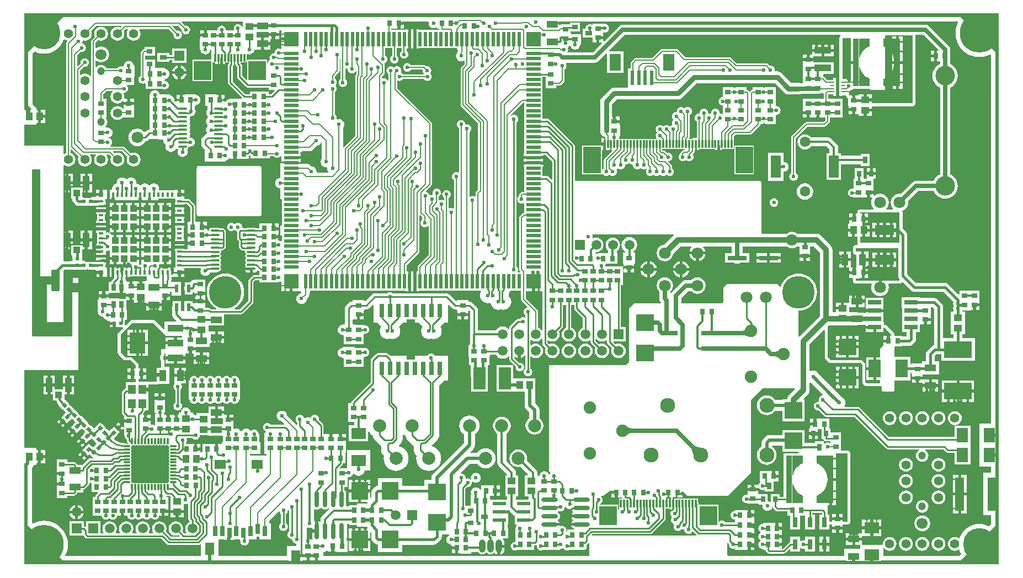
<source format=gtl>
G04*
G04 #@! TF.GenerationSoftware,Altium Limited,Altium Designer,18.0.7 (293)*
G04*
G04 Layer_Physical_Order=1*
G04 Layer_Color=3162822*
%FSLAX44Y44*%
%MOMM*%
G71*
G01*
G75*
%ADD13C,0.2500*%
%ADD14C,0.5000*%
%ADD15C,0.3500*%
%ADD19C,0.2000*%
%ADD24C,0.2500*%
%ADD25O,1.3500X0.4000*%
%ADD26R,0.3000X1.2000*%
%ADD27R,2.7000X3.0000*%
%ADD28R,0.6000X2.2000*%
%ADD29R,1.8000X2.6000*%
%ADD30R,0.9500X7.3000*%
%ADD31R,0.5600X2.1500*%
G04:AMPARAMS|DCode=32|XSize=0.25mm|YSize=0.7mm|CornerRadius=0.0625mm|HoleSize=0mm|Usage=FLASHONLY|Rotation=90.000|XOffset=0mm|YOffset=0mm|HoleType=Round|Shape=RoundedRectangle|*
%AMROUNDEDRECTD32*
21,1,0.2500,0.5750,0,0,90.0*
21,1,0.1250,0.7000,0,0,90.0*
1,1,0.1250,0.2875,0.0625*
1,1,0.1250,0.2875,-0.0625*
1,1,0.1250,-0.2875,-0.0625*
1,1,0.1250,-0.2875,0.0625*
%
%ADD32ROUNDEDRECTD32*%
%ADD33R,5.4000X6.2000*%
%ADD34R,3.0000X1.5000*%
%ADD35R,2.0000X0.7000*%
%ADD36R,2.4000X3.0000*%
%ADD37R,2.7432X2.6162*%
%ADD38R,2.7000X3.0000*%
%ADD39O,2.5000X0.7000*%
%ADD40R,2.0000X0.5300*%
%ADD41R,2.6162X2.7432*%
%ADD42O,0.7000X2.5000*%
%ADD43R,1.8000X1.4000*%
%ADD44R,1.4000X1.9000*%
%ADD45R,0.8000X1.5000*%
%ADD46R,5.1500X5.1500*%
%ADD47O,0.3500X1.0500*%
%ADD48O,1.0500X0.3500*%
%ADD49R,0.5000X2.3000*%
%ADD50R,2.3000X0.5000*%
%ADD51R,2.3000X2.3000*%
%ADD52R,1.4000X5.2000*%
%ADD53R,2.2500X1.8000*%
%ADD54R,1.8000X2.2500*%
%ADD55R,1.7000X1.1000*%
%ADD56R,1.0000X1.3000*%
%ADD57R,0.9000X0.8000*%
%ADD58R,0.5000X0.6000*%
%ADD59R,0.6000X0.5000*%
%ADD60R,1.0500X2.2000*%
%ADD61R,1.0000X1.0500*%
%ADD62R,0.8000X0.9000*%
%ADD63R,0.6500X0.9000*%
%ADD64R,0.6500X1.1000*%
%ADD65R,0.8000X1.6000*%
%ADD66R,0.9000X0.6500*%
%ADD67R,1.1000X0.6500*%
%ADD68R,1.5000X3.4000*%
%ADD69R,2.7000X4.1000*%
%ADD70R,0.7500X0.7500*%
%ADD71R,0.4000X0.7500*%
%ADD72R,0.7500X0.4000*%
%ADD73R,1.0000X1.0000*%
%ADD74R,2.4000X3.3000*%
%ADD75R,2.4000X1.0000*%
%ADD76R,0.5000X1.2000*%
%ADD77R,0.7000X2.0000*%
%ADD78R,2.0000X0.8000*%
%ADD79R,1.1498X1.3995*%
%ADD80R,0.8000X1.0500*%
%ADD81R,4.2000X2.6000*%
%ADD82R,2.6000X1.1000*%
%ADD83R,1.1000X1.7000*%
%ADD84R,1.3000X1.0000*%
G04:AMPARAMS|DCode=85|XSize=0.5mm|YSize=0.6mm|CornerRadius=0mm|HoleSize=0mm|Usage=FLASHONLY|Rotation=135.000|XOffset=0mm|YOffset=0mm|HoleType=Round|Shape=Rectangle|*
%AMROTATEDRECTD85*
4,1,4,0.3889,0.0354,-0.0354,-0.3889,-0.3889,-0.0354,0.0354,0.3889,0.3889,0.0354,0.0*
%
%ADD85ROTATEDRECTD85*%

G04:AMPARAMS|DCode=86|XSize=0.5mm|YSize=0.6mm|CornerRadius=0mm|HoleSize=0mm|Usage=FLASHONLY|Rotation=225.000|XOffset=0mm|YOffset=0mm|HoleType=Round|Shape=Rectangle|*
%AMROTATEDRECTD86*
4,1,4,-0.0354,0.3889,0.3889,-0.0354,0.0354,-0.3889,-0.3889,0.0354,-0.0354,0.3889,0.0*
%
%ADD86ROTATEDRECTD86*%

%ADD87R,1.9000X2.8000*%
%ADD88R,3.0000X0.7000*%
%ADD89R,1.9000X3.4000*%
%ADD90R,1.8000X1.0000*%
%ADD157C,1.5000*%
%ADD159C,1.8000*%
%ADD160C,1.6000*%
%ADD164C,1.9000*%
%ADD166C,1.7000*%
%ADD173C,0.2400*%
%ADD174C,0.4500*%
%ADD175C,0.4572*%
%ADD176C,0.6700*%
%ADD177C,0.6100*%
%ADD178C,0.6500*%
%ADD179C,0.8000*%
%ADD180C,0.5500*%
%ADD181C,0.8500*%
%ADD182C,0.2300*%
%ADD183R,10.2500X9.5000*%
%ADD184C,1.4000*%
%ADD185C,1.2000*%
%ADD186R,1.5000X1.5000*%
%ADD187C,2.0000*%
%ADD188R,1.5000X1.5000*%
%ADD189C,0.6000*%
%ADD190C,0.4000*%
%ADD191C,2.3000*%
%ADD192O,1.0000X2.0000*%
%ADD193O,1.0000X2.0000*%
%ADD194C,3.0000*%
%ADD195C,5.0000*%
%ADD196C,6.0000*%
G36*
X337500Y827197D02*
X336230Y826945D01*
X335678Y828278D01*
X334636Y829636D01*
X333278Y830678D01*
X331697Y831333D01*
X330000Y831556D01*
X328303Y831333D01*
X326722Y830678D01*
X325364Y829636D01*
X324322Y828278D01*
X323667Y826697D01*
X323444Y825000D01*
X323667Y823303D01*
X323769Y823058D01*
X323063Y822002D01*
X311993D01*
X311556Y822500D01*
X311333Y824197D01*
X310678Y825778D01*
X309636Y827136D01*
X308278Y828178D01*
X306697Y828833D01*
X305000Y829056D01*
X303303Y828833D01*
X301722Y828178D01*
X300364Y827136D01*
X299322Y825778D01*
X298667Y824197D01*
X298444Y822500D01*
X298007Y822002D01*
X282250D01*
Y814501D01*
X280000D01*
Y812252D01*
X272000D01*
Y809002D01*
X271000D01*
Y792002D01*
X272501D01*
X272693Y790542D01*
X273449Y788718D01*
X274651Y787151D01*
X276218Y785949D01*
X278042Y785193D01*
X280000Y784935D01*
X281958Y785193D01*
X283782Y785949D01*
X285349Y787151D01*
X286551Y788718D01*
X287307Y790542D01*
X287499Y792002D01*
X289137D01*
Y779900D01*
X289541Y777870D01*
X288878Y776600D01*
X260700D01*
Y743600D01*
X290700D01*
Y772884D01*
X291970Y773603D01*
X292000Y773585D01*
Y772400D01*
X295000D01*
Y770400D01*
X302750D01*
Y779900D01*
X306176D01*
X306467Y778436D01*
X307000Y777639D01*
Y772399D01*
X307250D01*
Y770400D01*
X310000D01*
Y772400D01*
X316177D01*
Y771127D01*
X315546Y770497D01*
X314718Y769257D01*
X314427Y767794D01*
Y741750D01*
X314718Y740287D01*
X315546Y739046D01*
X336323Y718270D01*
X335797Y717000D01*
X330502D01*
Y716500D01*
X317002D01*
Y716123D01*
X316935Y716065D01*
X314977Y715807D01*
X313153Y715051D01*
X311586Y713849D01*
X310768Y712784D01*
X309498Y713215D01*
Y723000D01*
X304249D01*
Y715000D01*
X299748D01*
Y723000D01*
X296498D01*
Y724000D01*
X279498D01*
Y706000D01*
X283137D01*
Y699680D01*
X282449Y698782D01*
X281693Y696958D01*
X281435Y695000D01*
X281693Y693042D01*
X282449Y691218D01*
X283651Y689651D01*
X283913Y689450D01*
Y688180D01*
X283294Y687706D01*
X282012Y686034D01*
X281206Y684088D01*
X280931Y682000D01*
X281206Y679912D01*
X282012Y677965D01*
X283288Y676302D01*
X283502Y676013D01*
Y674987D01*
X283288Y674698D01*
X282012Y673035D01*
X281206Y671088D01*
X280931Y669000D01*
X281206Y666912D01*
X282012Y664966D01*
X282607Y664190D01*
X282080Y662790D01*
X281311Y662637D01*
X279244Y661256D01*
X275494Y657506D01*
X274113Y655439D01*
X273628Y653000D01*
Y647000D01*
X274113Y644561D01*
X275494Y642494D01*
X279002Y638986D01*
Y620500D01*
X311002D01*
Y622063D01*
X312088Y622206D01*
X314035Y623012D01*
X315706Y624294D01*
X316732Y625631D01*
X318002Y625215D01*
Y624500D01*
X323252D01*
Y632500D01*
X327752D01*
Y624500D01*
X347002D01*
Y629073D01*
X348139Y630017D01*
X348694Y629944D01*
X349502Y629235D01*
Y625000D01*
X378502D01*
Y628932D01*
X384545D01*
X385364Y627864D01*
X386722Y626822D01*
X388303Y626167D01*
X390000Y625944D01*
X391697Y626167D01*
X393278Y626822D01*
X394636Y627864D01*
X395230Y628638D01*
X396500Y628207D01*
Y620750D01*
X411500D01*
Y618001D01*
X396500D01*
Y618000D01*
X395000D01*
Y603000D01*
Y595569D01*
X392912Y595294D01*
X390965Y594488D01*
X389294Y593206D01*
X388012Y591535D01*
X387206Y589588D01*
X386931Y587500D01*
X387206Y585412D01*
X388012Y583465D01*
X389294Y581794D01*
X390965Y580512D01*
X392912Y579706D01*
X393965Y579567D01*
X395000Y579000D01*
Y578000D01*
X395000D01*
Y563000D01*
X397500D01*
Y557500D01*
Y549500D01*
Y541500D01*
Y533500D01*
Y522000D01*
X395000D01*
Y507000D01*
X397500D01*
Y498457D01*
X396230Y497831D01*
X395778Y498178D01*
X394197Y498833D01*
X392500Y499056D01*
X391998Y499496D01*
Y502750D01*
X384499D01*
Y507250D01*
X391998D01*
Y509500D01*
X392002D01*
Y515250D01*
X384502D01*
Y517500D01*
X382252D01*
Y525500D01*
X363002D01*
Y518074D01*
X357378D01*
X356756Y518489D01*
X355000Y518838D01*
X345500D01*
X343744Y518489D01*
X343122Y518073D01*
X337555D01*
X336470Y519343D01*
X336556Y520000D01*
X336333Y521697D01*
X335678Y523278D01*
X334636Y524636D01*
X333278Y525678D01*
X331697Y526333D01*
X330000Y526556D01*
X328303Y526333D01*
X326722Y525678D01*
X325913Y525057D01*
X324636Y524636D01*
X323278Y525678D01*
X321697Y526333D01*
X320000Y526556D01*
X318303Y526333D01*
X316722Y525678D01*
X315364Y524636D01*
X314322Y523278D01*
X313667Y521697D01*
X313444Y520000D01*
X313667Y518303D01*
X314322Y516722D01*
X315364Y515364D01*
X316722Y514322D01*
X318303Y513667D01*
X320000Y513444D01*
X321697Y513667D01*
X323278Y514322D01*
X324636Y515364D01*
X325913Y514943D01*
X326722Y514322D01*
X328303Y513667D01*
X328777Y513006D01*
X328677Y512500D01*
Y502500D01*
X328968Y501037D01*
X329796Y499796D01*
X331177Y498416D01*
Y490000D01*
X331468Y488537D01*
X332296Y487296D01*
X334796Y484796D01*
X336037Y483968D01*
X337500Y483677D01*
X340000D01*
X341042Y482407D01*
X340912Y481750D01*
X341261Y479994D01*
X341555Y479554D01*
X342252Y478500D01*
X341555Y477446D01*
X341261Y477006D01*
X340912Y475250D01*
X341261Y473494D01*
X341555Y473054D01*
X342252Y472000D01*
X341555Y470946D01*
X341261Y470506D01*
X340912Y468750D01*
X341261Y466994D01*
X341555Y466554D01*
X342252Y465500D01*
X341555Y464446D01*
X341261Y464006D01*
X340912Y462250D01*
X341261Y460494D01*
X341705Y459829D01*
X341535Y459715D01*
X340388Y458000D01*
X343797D01*
X345500Y457661D01*
X350250D01*
Y455750D01*
X352500D01*
Y450142D01*
X355000D01*
X357146Y450569D01*
X358965Y451785D01*
X359785Y453012D01*
X361313Y453280D01*
X362296Y452296D01*
X362998Y451827D01*
Y446323D01*
X355000D01*
X353537Y446032D01*
X352296Y445204D01*
X347296Y440204D01*
X346468Y438963D01*
X346177Y437500D01*
Y406584D01*
X333416Y393823D01*
X324970D01*
X324612Y395093D01*
X327513Y396872D01*
X330925Y399785D01*
X333838Y403196D01*
X336182Y407021D01*
X337899Y411166D01*
X338946Y415528D01*
X339298Y420000D01*
X338946Y424472D01*
X337899Y428834D01*
X336182Y432979D01*
X333838Y436804D01*
X330925Y440215D01*
X327513Y443128D01*
X323689Y445472D01*
X319544Y447189D01*
X315182Y448236D01*
X310710Y448588D01*
X306238Y448236D01*
X301875Y447189D01*
X297731Y445472D01*
X293906Y443128D01*
X290495Y440215D01*
X287581Y436804D01*
X285238Y432979D01*
X283521Y428834D01*
X282474Y424472D01*
X282122Y420000D01*
X282474Y415528D01*
X283521Y411166D01*
X285238Y407021D01*
X287581Y403196D01*
X290495Y399785D01*
X293906Y396872D01*
X296808Y395093D01*
X296450Y393823D01*
X289084D01*
X288205Y394702D01*
X286965Y395531D01*
X285502Y395822D01*
X280000D01*
Y403748D01*
X264000D01*
Y402960D01*
X262730Y402468D01*
X261262Y403076D01*
X260500Y403177D01*
Y406000D01*
X247250D01*
Y396500D01*
X242750D01*
Y406000D01*
X229500D01*
Y399653D01*
X228924Y398262D01*
X228692Y396500D01*
Y385500D01*
X228924Y383738D01*
X229604Y382096D01*
X230686Y380686D01*
X235698Y375673D01*
X235212Y374500D01*
X217500D01*
Y363148D01*
X216327Y362662D01*
X203244Y375744D01*
X201756Y376739D01*
X200000Y377088D01*
X167500D01*
X165744Y376739D01*
X164256Y375744D01*
X157673Y369162D01*
X156500Y369648D01*
Y377000D01*
X159502D01*
Y393000D01*
X158500D01*
Y407502D01*
X163750D01*
Y412752D01*
X158000D01*
Y409500D01*
X147500D01*
Y410500D01*
X132000D01*
Y411748D01*
X116000D01*
Y408498D01*
X115000D01*
Y391498D01*
X115000D01*
X115115Y391367D01*
X114935Y390000D01*
X115193Y388042D01*
X115949Y386218D01*
X117151Y384651D01*
X118718Y383449D01*
X120542Y382693D01*
X122500Y382435D01*
X122921Y382491D01*
X123449Y381218D01*
X124651Y379651D01*
X126218Y378449D01*
X128042Y377693D01*
X129502Y377501D01*
Y376000D01*
X133500D01*
Y374250D01*
X140000D01*
Y372000D01*
X142250D01*
Y366000D01*
X152852D01*
X153338Y364827D01*
X146756Y358244D01*
X145761Y356756D01*
X145412Y355000D01*
Y327500D01*
X145761Y325744D01*
X146756Y324256D01*
X154256Y316756D01*
X155744Y315761D01*
X157500Y315412D01*
X165599D01*
X172912Y308099D01*
Y303000D01*
X170252D01*
Y295000D01*
Y287000D01*
X172912D01*
Y282500D01*
X172916Y282478D01*
X172111Y281496D01*
X158250D01*
Y272173D01*
X157535Y272031D01*
X156295Y271202D01*
X152796Y267703D01*
X151968Y266463D01*
X151677Y265000D01*
Y235000D01*
X151968Y233537D01*
X152796Y232296D01*
X154509Y230584D01*
X155000Y229498D01*
X155000D01*
X155000Y229498D01*
Y224248D01*
X163000D01*
Y219748D01*
X155000D01*
Y213060D01*
X153730Y212533D01*
X152223Y214041D01*
X149218Y211036D01*
X151869Y208384D01*
X153730Y210245D01*
X155000Y209719D01*
Y200498D01*
X155145D01*
X155983Y199543D01*
X155944Y199250D01*
X156167Y197553D01*
X156822Y195972D01*
X157864Y194614D01*
X159177Y193607D01*
Y192000D01*
X159468Y190537D01*
X160296Y189296D01*
X160796Y188796D01*
X160860Y188754D01*
X160906Y188682D01*
X160887Y187208D01*
X160699Y187085D01*
X159500Y187323D01*
X157025D01*
X156051Y187974D01*
X154197Y188343D01*
Y188343D01*
X154131Y188283D01*
X150124Y188678D01*
X146208Y189866D01*
X142598Y191795D01*
X140193Y193769D01*
X140057Y195429D01*
X143779Y199150D01*
X144861Y200560D01*
X145437Y201952D01*
X148687Y205202D01*
X144445Y209445D01*
X140202Y213687D01*
X136952Y210437D01*
X135560Y209860D01*
X134150Y208779D01*
X132500Y207128D01*
X130850Y208779D01*
X129440Y209861D01*
X128048Y210437D01*
X125437Y213048D01*
X124861Y214440D01*
X123779Y215850D01*
X122369Y216932D01*
X120977Y217508D01*
X118611Y219874D01*
X115744Y217008D01*
X115560Y216932D01*
X114150Y215850D01*
X108965Y210664D01*
X105850Y213779D01*
X104440Y214861D01*
X103048Y215437D01*
X100682Y217803D01*
X100110Y218836D01*
X99861Y219440D01*
X98779Y220850D01*
X90850Y228779D01*
X89440Y229861D01*
X88048Y230437D01*
X85437Y233048D01*
X84860Y234440D01*
X83779Y235850D01*
X83778Y235850D01*
X75850Y243779D01*
X74440Y244860D01*
X73836Y245110D01*
X72803Y245682D01*
X70437Y248048D01*
X69861Y249440D01*
X68779Y250850D01*
X64941Y254688D01*
X63531Y255770D01*
X63500Y255782D01*
Y263000D01*
X67500D01*
Y275250D01*
X61000D01*
Y271000D01*
X49000D01*
Y275250D01*
X42500D01*
Y263000D01*
X46500D01*
Y253500D01*
X51381D01*
X53319Y249875D01*
X53318Y249874D01*
X53550Y248111D01*
X54230Y246469D01*
X55312Y245059D01*
X59150Y241221D01*
X60560Y240139D01*
X61164Y239890D01*
X62197Y239318D01*
X64563Y236952D01*
X65139Y235560D01*
X65484Y235112D01*
X63721Y233350D01*
X62639Y231940D01*
X62390Y231336D01*
X61818Y230303D01*
X58813Y227298D01*
X63056Y223055D01*
X67298Y218813D01*
X70549Y222063D01*
X71940Y222639D01*
X73350Y223721D01*
X75112Y225483D01*
X75560Y225139D01*
X76951Y224563D01*
X79563Y221952D01*
X80139Y220560D01*
X80484Y220112D01*
X78721Y218350D01*
X77639Y216940D01*
X77390Y216336D01*
X76818Y215303D01*
X73813Y212298D01*
X78055Y208055D01*
X82298Y203813D01*
X85548Y207063D01*
X86940Y207639D01*
X88350Y208721D01*
X90112Y210484D01*
X90560Y210139D01*
X91952Y209563D01*
X94318Y207197D01*
X94890Y206164D01*
X95139Y205560D01*
X95484Y205112D01*
X93721Y203350D01*
X92639Y201940D01*
X92390Y201336D01*
X91818Y200303D01*
X88813Y197298D01*
X93056Y193055D01*
X97298Y188813D01*
X100548Y192063D01*
X101940Y192639D01*
X103350Y193721D01*
X105112Y195484D01*
X105560Y195139D01*
X106952Y194563D01*
X109563Y191952D01*
X110139Y190560D01*
X111221Y189150D01*
X112872Y187500D01*
X111222Y185850D01*
X111221Y185850D01*
X110140Y184440D01*
X109563Y183048D01*
X109040Y182526D01*
X108530Y182737D01*
X106768Y182969D01*
X105929Y182859D01*
X105887Y182876D01*
X101389Y187374D01*
X94318Y180303D01*
X91313Y177298D01*
X95555Y173055D01*
X99798Y168813D01*
X102143Y171158D01*
X104150Y169150D01*
X105560Y168068D01*
X105744Y167992D01*
X107643Y166093D01*
X107117Y164823D01*
X103383D01*
X101920Y164532D01*
X100680Y163704D01*
X91476Y154500D01*
X83624D01*
X83532Y154963D01*
X82704Y156204D01*
X80702Y158205D01*
X79461Y159034D01*
X77998Y159325D01*
X68000D01*
Y163002D01*
X52000D01*
Y148002D01*
Y143751D01*
X60000D01*
Y139251D01*
X52000D01*
Y134002D01*
X52000D01*
X52000Y132998D01*
X52000D01*
Y127748D01*
X60000D01*
Y123248D01*
X52000D01*
Y117998D01*
Y103998D01*
X68000D01*
Y107675D01*
X77998D01*
X79461Y107966D01*
X80702Y108795D01*
X82704Y110796D01*
X83532Y112037D01*
X83624Y112500D01*
X92500D01*
Y117177D01*
X93000D01*
X94463Y117468D01*
X95704Y118296D01*
X100704Y123296D01*
X101532Y124537D01*
X101823Y126000D01*
Y126637D01*
X102879Y127343D01*
X103303Y127167D01*
X105000Y126944D01*
X105498Y126507D01*
Y113000D01*
X114934D01*
X115420Y111827D01*
X112296Y108704D01*
X111468Y107463D01*
X111177Y106000D01*
Y105498D01*
X107000D01*
Y90498D01*
Y76498D01*
X121010D01*
X121167Y75303D01*
X121822Y73722D01*
X122864Y72364D01*
X124222Y71322D01*
X125803Y70667D01*
X127500Y70444D01*
X129197Y70667D01*
X130778Y71322D01*
X131901Y72184D01*
X133153Y72364D01*
X133364D01*
X134722Y71322D01*
X136303Y70667D01*
X138000Y70444D01*
X139697Y70667D01*
X141278Y71322D01*
X142636Y72364D01*
X143678Y73722D01*
X144333Y75303D01*
X144490Y76498D01*
X148000D01*
Y76502D01*
X150250D01*
Y84002D01*
X154750D01*
Y76502D01*
X157000D01*
Y76498D01*
X160510D01*
X160667Y75301D01*
X161322Y73720D01*
X162364Y72362D01*
X163722Y71321D01*
X165303Y70666D01*
X167000Y70442D01*
X168697Y70666D01*
X170278Y71321D01*
X171636Y72362D01*
X172864D01*
X174222Y71321D01*
X175803Y70666D01*
X177500Y70442D01*
X179197Y70666D01*
X180778Y71321D01*
X182136Y72362D01*
X183028Y73526D01*
X183750Y73634D01*
X184472Y73526D01*
X185364Y72362D01*
X186722Y71321D01*
X188303Y70666D01*
X190000Y70442D01*
X191697Y70666D01*
X193278Y71321D01*
X194636Y72362D01*
X195528Y73526D01*
X196250Y73634D01*
X196972Y73526D01*
X197864Y72362D01*
X199222Y71321D01*
X200803Y70666D01*
X202500Y70442D01*
X204197Y70666D01*
X205778Y71321D01*
X207136Y72362D01*
X208178Y73720D01*
X208833Y75301D01*
X208990Y76498D01*
X210500D01*
Y76502D01*
X212750D01*
Y84002D01*
X215000D01*
Y86252D01*
X223000D01*
Y90502D01*
Y105502D01*
X220774D01*
X220049Y106311D01*
X221000Y107177D01*
X225916D01*
X226500Y106593D01*
Y90500D01*
Y85250D01*
X236500D01*
X246500D01*
Y90500D01*
Y94181D01*
X247556Y94887D01*
X247803Y94784D01*
X249500Y94561D01*
X251197Y94784D01*
X252407Y95285D01*
X253677Y94678D01*
Y72929D01*
X253968Y71466D01*
X254796Y70225D01*
X256377Y68645D01*
Y67323D01*
X254653Y66609D01*
X252355Y64845D01*
X250592Y62547D01*
X249483Y59872D01*
X249105Y57000D01*
X249483Y54128D01*
X250592Y51452D01*
X251159Y50712D01*
X250598Y49573D01*
X247634D01*
X244803Y52404D01*
X245517Y54128D01*
X245895Y57000D01*
X245517Y59872D01*
X244408Y62547D01*
X242645Y64845D01*
X240347Y66609D01*
X237672Y67717D01*
X234800Y68095D01*
X231928Y67717D01*
X229253Y66609D01*
X226955Y64845D01*
X225191Y62547D01*
X224083Y59872D01*
X223705Y57000D01*
X224083Y54128D01*
X225191Y51452D01*
X226955Y49155D01*
X229253Y47392D01*
X231928Y46283D01*
X234800Y45905D01*
X237672Y46283D01*
X239396Y46997D01*
X240646Y45747D01*
X240160Y44573D01*
X227234D01*
X219403Y52404D01*
X220117Y54128D01*
X220495Y57000D01*
X220117Y59872D01*
X219009Y62547D01*
X217245Y64845D01*
X214947Y66609D01*
X212272Y67717D01*
X209400Y68095D01*
X206528Y67717D01*
X203853Y66609D01*
X201555Y64845D01*
X199792Y62547D01*
X198683Y59872D01*
X198305Y57000D01*
X198683Y54128D01*
X199792Y51452D01*
X200359Y50712D01*
X199798Y49573D01*
X193602D01*
X193041Y50712D01*
X193608Y51452D01*
X194717Y54128D01*
X195095Y57000D01*
X194717Y59872D01*
X193608Y62547D01*
X191845Y64845D01*
X189547Y66609D01*
X186872Y67717D01*
X184000Y68095D01*
X181128Y67717D01*
X178453Y66609D01*
X176155Y64845D01*
X174391Y62547D01*
X173283Y59872D01*
X172905Y57000D01*
X173283Y54128D01*
X174391Y51452D01*
X174959Y50712D01*
X174398Y49573D01*
X168202D01*
X167641Y50712D01*
X168209Y51452D01*
X169317Y54128D01*
X169695Y57000D01*
X169317Y59872D01*
X168209Y62547D01*
X166445Y64845D01*
X164147Y66609D01*
X161472Y67717D01*
X158600Y68095D01*
X155728Y67717D01*
X153053Y66609D01*
X150755Y64845D01*
X148991Y62547D01*
X147883Y59872D01*
X147505Y57000D01*
X147883Y54128D01*
X148991Y51452D01*
X149559Y50712D01*
X148998Y49573D01*
X142802D01*
X142241Y50712D01*
X142809Y51452D01*
X143917Y54128D01*
X144295Y57000D01*
X143917Y59872D01*
X142809Y62547D01*
X141045Y64845D01*
X138747Y66609D01*
X136072Y67717D01*
X133200Y68095D01*
X130328Y67717D01*
X127653Y66609D01*
X125355Y64845D01*
X123591Y62547D01*
X122483Y59872D01*
X122105Y57000D01*
X122483Y54128D01*
X123591Y51452D01*
X124159Y50712D01*
X123598Y49573D01*
X118800D01*
Y68000D01*
X96800D01*
Y60175D01*
X95530Y59820D01*
X94463Y60532D01*
X93400Y60744D01*
Y68000D01*
X71400D01*
Y46000D01*
X93158D01*
X93296Y45793D01*
X96043Y43046D01*
X97283Y42218D01*
X98747Y41926D01*
X211995D01*
X220875Y33046D01*
X222116Y32218D01*
X223579Y31927D01*
X269002D01*
X270465Y32218D01*
X271705Y33046D01*
X272076Y33417D01*
X273249Y32931D01*
Y14556D01*
X65612D01*
X64991Y15664D01*
X65122Y15878D01*
X67321Y21186D01*
X68662Y26772D01*
X69113Y32500D01*
X68662Y38228D01*
X67321Y43814D01*
X65122Y49122D01*
X62120Y54021D01*
X58389Y58389D01*
X54021Y62120D01*
X49122Y65122D01*
X43814Y67321D01*
X38228Y68662D01*
X32500Y69113D01*
X26772Y68662D01*
X21186Y67321D01*
X15878Y65122D01*
X15600Y64952D01*
X14330Y65663D01*
Y150795D01*
X15458Y152266D01*
X15528Y152336D01*
X15577Y152421D01*
X15798Y152709D01*
X15862Y152863D01*
X16004Y153049D01*
X16169Y153446D01*
X16384Y153818D01*
X16495Y154233D01*
X16606Y154500D01*
X21000D01*
Y157500D01*
X23250D01*
Y167500D01*
Y177500D01*
X21000D01*
Y180500D01*
X2294D01*
Y300000D01*
X85000D01*
Y417860D01*
X86193Y418098D01*
X87434Y418926D01*
X88262Y420167D01*
X88553Y421630D01*
Y433126D01*
X88262Y434589D01*
X87434Y435830D01*
X86193Y436658D01*
X85000Y436896D01*
Y439356D01*
X86193Y439594D01*
X87434Y440422D01*
X88262Y441663D01*
X88553Y443126D01*
Y452381D01*
X89606Y453651D01*
X93500D01*
X95402Y453902D01*
X97174Y454636D01*
X97649Y455000D01*
X99351D01*
X99826Y454636D01*
X101598Y453902D01*
X103500Y453651D01*
X112500D01*
Y452500D01*
X119750D01*
Y450250D01*
X122000D01*
Y443000D01*
X128750D01*
Y450250D01*
Y457500D01*
X126709D01*
X126132Y458770D01*
X126326Y459238D01*
X126558Y461000D01*
X126444Y461866D01*
X127000Y462500D01*
X127000D01*
Y465750D01*
X124614D01*
X124565Y465815D01*
X123154Y466897D01*
X121512Y467577D01*
X119750Y467809D01*
Y470250D01*
X127000D01*
Y472750D01*
X119750D01*
X112500D01*
Y468349D01*
X103500D01*
X101598Y468098D01*
X99826Y467364D01*
X99351Y467000D01*
X97649D01*
X97174Y467364D01*
X95402Y468098D01*
X93500Y468349D01*
X91480D01*
X90631Y469619D01*
X90813Y471000D01*
Y476000D01*
X91000D01*
Y485500D01*
X95000D01*
Y497750D01*
X88500D01*
Y493500D01*
X76500D01*
Y497750D01*
X70000D01*
Y485500D01*
X74000D01*
Y476000D01*
X76188D01*
Y471000D01*
X76369Y469619D01*
X75520Y468349D01*
X62500D01*
Y485500D01*
X65500D01*
Y500000D01*
Y514500D01*
X62500D01*
Y573000D01*
X65500D01*
Y587500D01*
Y602000D01*
X62500D01*
Y614419D01*
X63770Y615046D01*
X64705Y614328D01*
X67259Y613270D01*
X70000Y612909D01*
X72741Y613270D01*
X75295Y614328D01*
X77489Y616011D01*
X79172Y618205D01*
X80230Y620759D01*
X80591Y623500D01*
X80230Y626241D01*
X79172Y628795D01*
X77489Y630989D01*
X75295Y632672D01*
X73569Y633387D01*
Y638225D01*
X74742Y638711D01*
X85485Y627968D01*
X84770Y626241D01*
X84409Y623500D01*
X84770Y620759D01*
X85828Y618205D01*
X87511Y616011D01*
X89705Y614328D01*
X92259Y613270D01*
X95000Y612909D01*
X97741Y613270D01*
X100295Y614328D01*
X102489Y616011D01*
X104172Y618205D01*
X105230Y620759D01*
X105591Y623500D01*
X105230Y626241D01*
X104172Y628795D01*
X103123Y630161D01*
X103750Y631431D01*
X111250D01*
X111876Y630161D01*
X110828Y628795D01*
X109770Y626241D01*
X109409Y623500D01*
X109770Y620759D01*
X110828Y618205D01*
X112511Y616011D01*
X114705Y614328D01*
X117259Y613270D01*
X120000Y612909D01*
X122741Y613270D01*
X125295Y614328D01*
X127489Y616011D01*
X129172Y618205D01*
X130230Y620759D01*
X130591Y623500D01*
X130230Y626241D01*
X129172Y628795D01*
X128123Y630161D01*
X128750Y631431D01*
X132022D01*
X135485Y627968D01*
X134770Y626241D01*
X134409Y623500D01*
X134770Y620759D01*
X135828Y618205D01*
X137511Y616011D01*
X139705Y614328D01*
X142259Y613270D01*
X145000Y612909D01*
X147741Y613270D01*
X150295Y614328D01*
X152489Y616011D01*
X154172Y618205D01*
X155230Y620759D01*
X155591Y623500D01*
X155230Y626241D01*
X154172Y628795D01*
X152489Y630989D01*
X150295Y632672D01*
X147741Y633730D01*
X145000Y634091D01*
X142259Y633730D01*
X140532Y633014D01*
X138289Y635258D01*
X138775Y636431D01*
X152022D01*
X160485Y627968D01*
X159770Y626241D01*
X159409Y623500D01*
X159770Y620759D01*
X160828Y618205D01*
X162511Y616011D01*
X164705Y614328D01*
X167259Y613270D01*
X170000Y612909D01*
X172741Y613270D01*
X175295Y614328D01*
X177489Y616011D01*
X179172Y618205D01*
X180230Y620759D01*
X180591Y623500D01*
X180230Y626241D01*
X179172Y628795D01*
X177489Y630989D01*
X175295Y632672D01*
X172741Y633730D01*
X170000Y634091D01*
X167259Y633730D01*
X165532Y633014D01*
X156023Y642523D01*
X154866Y643297D01*
X153500Y643569D01*
X134382D01*
X133951Y644839D01*
X134636Y645364D01*
X135678Y646722D01*
X136333Y648303D01*
X136556Y650000D01*
X136333Y651697D01*
X135678Y653278D01*
X134636Y654636D01*
X133278Y655678D01*
X131697Y656333D01*
X131526Y656355D01*
Y657636D01*
X131958Y657693D01*
X133782Y658449D01*
X135349Y659651D01*
X136551Y661218D01*
X137307Y663042D01*
X137565Y665000D01*
X137307Y666958D01*
X136551Y668782D01*
X135349Y670349D01*
X133782Y671551D01*
X131958Y672307D01*
X130086Y672553D01*
X129000Y672998D01*
Y672998D01*
X127153D01*
X126877Y673810D01*
X126809Y674268D01*
X128298Y676209D01*
X129255Y678520D01*
X129582Y681000D01*
X129255Y683480D01*
X128298Y685791D01*
X127576Y686732D01*
X128000Y688002D01*
X128000D01*
Y702002D01*
Y717002D01*
X123568D01*
Y723522D01*
X128978Y728931D01*
X137416D01*
X137824Y727729D01*
X137511Y727489D01*
X135828Y725295D01*
X134770Y722741D01*
X134409Y720000D01*
X134770Y717259D01*
X135828Y714705D01*
X137511Y712511D01*
X139705Y710828D01*
X142259Y709770D01*
X145000Y709409D01*
X147741Y709770D01*
X150295Y710828D01*
X152489Y712511D01*
X153230Y713477D01*
X154500Y713046D01*
Y711748D01*
X160250D01*
Y716998D01*
X156434D01*
X155363Y718268D01*
X155591Y720000D01*
X155230Y722741D01*
X154401Y724742D01*
X154748Y725439D01*
X155124Y725918D01*
X155205Y725971D01*
X156697Y726167D01*
X158278Y726822D01*
X159636Y727864D01*
X160678Y729222D01*
X161333Y730803D01*
X161556Y732500D01*
X161333Y734197D01*
X160678Y735778D01*
X159949Y736728D01*
X160489Y737998D01*
X170500D01*
Y750998D01*
X171500D01*
Y767998D01*
X169999D01*
X169807Y769458D01*
X169051Y771282D01*
X167849Y772849D01*
X166282Y774051D01*
X164458Y774807D01*
X162500Y775065D01*
X160542Y774807D01*
X158718Y774051D01*
X157151Y772849D01*
X155949Y771282D01*
X155193Y769458D01*
X155001Y767998D01*
X153500D01*
Y766960D01*
X152230Y766111D01*
X151698Y766331D01*
X150001Y766555D01*
X148305Y766331D01*
X146723Y765676D01*
X145366Y764634D01*
X144547Y763567D01*
X128391D01*
X128298Y763791D01*
X126775Y765776D01*
X124791Y767298D01*
X122480Y768255D01*
X120000Y768582D01*
X117520Y768255D01*
X115209Y767298D01*
X113224Y765776D01*
X112839Y765273D01*
X111569Y765704D01*
Y774908D01*
X112708Y775470D01*
X113948Y774518D01*
X116867Y773309D01*
X120000Y772896D01*
X123133Y773309D01*
X126052Y774518D01*
X128559Y776441D01*
X130482Y778948D01*
X131691Y781867D01*
X132104Y785000D01*
X131691Y788133D01*
X130482Y791052D01*
X128559Y793559D01*
X126052Y795482D01*
X123133Y796691D01*
X120000Y797104D01*
X116867Y796691D01*
X113948Y795482D01*
X112708Y794530D01*
X111569Y795092D01*
Y803022D01*
X115532Y806985D01*
X117259Y806270D01*
X120000Y805909D01*
X122741Y806270D01*
X125295Y807328D01*
X127489Y809011D01*
X129172Y811205D01*
X130230Y813759D01*
X130591Y816500D01*
X130230Y819241D01*
X129172Y821795D01*
X127489Y823989D01*
X125295Y825672D01*
X122741Y826730D01*
X120000Y827091D01*
X117259Y826730D01*
X114705Y825672D01*
X112511Y823989D01*
X110828Y821795D01*
X109770Y819241D01*
X109409Y816500D01*
X109770Y813759D01*
X110485Y812032D01*
X105477Y807023D01*
X104703Y805866D01*
X104431Y804500D01*
Y752043D01*
X103161Y751612D01*
X102489Y752489D01*
X100295Y754172D01*
X97741Y755230D01*
X95000Y755591D01*
X92259Y755230D01*
X89705Y754172D01*
X88708Y753407D01*
X87569Y753968D01*
Y760022D01*
X93666Y766120D01*
X95000Y765944D01*
X96697Y766167D01*
X98278Y766822D01*
X99636Y767864D01*
X100678Y769222D01*
X101333Y770803D01*
X101556Y772500D01*
X101333Y774197D01*
X100678Y775778D01*
X99636Y777136D01*
X98278Y778178D01*
X96697Y778833D01*
X95000Y779056D01*
X93303Y778833D01*
X91722Y778178D01*
X90364Y777136D01*
X89322Y775778D01*
X88667Y774197D01*
X88444Y772500D01*
X88619Y771166D01*
X84242Y766789D01*
X83069Y767275D01*
Y783022D01*
X88666Y788620D01*
X90000Y788444D01*
X91697Y788667D01*
X93278Y789322D01*
X94636Y790364D01*
X95678Y791722D01*
X96333Y793303D01*
X96556Y795000D01*
X96333Y796697D01*
X95678Y798278D01*
X94636Y799636D01*
X93278Y800678D01*
X91697Y801333D01*
X91081Y802695D01*
X91333Y803303D01*
X91556Y805000D01*
X91510Y805348D01*
X92677Y806215D01*
X95000Y805909D01*
X97741Y806270D01*
X100295Y807328D01*
X102489Y809011D01*
X104172Y811205D01*
X105230Y813759D01*
X105591Y816500D01*
X105230Y819241D01*
X104515Y820968D01*
X112478Y828931D01*
X150725D01*
X151211Y827758D01*
X149468Y826014D01*
X147741Y826730D01*
X145000Y827091D01*
X142259Y826730D01*
X139705Y825672D01*
X137511Y823989D01*
X135828Y821795D01*
X134770Y819241D01*
X134409Y816500D01*
X134770Y813759D01*
X135828Y811205D01*
X137511Y809011D01*
X139705Y807328D01*
X142259Y806270D01*
X145000Y805909D01*
X147741Y806270D01*
X150295Y807328D01*
X152489Y809011D01*
X154172Y811205D01*
X155230Y813759D01*
X155591Y816500D01*
X155230Y819241D01*
X154515Y820968D01*
X157478Y823931D01*
X161032D01*
X161593Y822792D01*
X160828Y821795D01*
X159770Y819241D01*
X159409Y816500D01*
X159770Y813759D01*
X160828Y811205D01*
X162511Y809011D01*
X164705Y807328D01*
X167259Y806270D01*
X170000Y805909D01*
X172741Y806270D01*
X175295Y807328D01*
X177489Y809011D01*
X179172Y811205D01*
X180230Y813759D01*
X180591Y816500D01*
X180230Y819241D01*
X179172Y821795D01*
X178407Y822792D01*
X178968Y823931D01*
X223520D01*
X231119Y816332D01*
X230944Y814998D01*
X231167Y813301D01*
X231822Y811720D01*
X232864Y810362D01*
X234221Y809321D01*
X235803Y808666D01*
X237500Y808442D01*
X239196Y808666D01*
X240777Y809321D01*
X242135Y810362D01*
X243177Y811720D01*
X243832Y813301D01*
X244056Y814998D01*
X243832Y816695D01*
X243177Y818276D01*
X242135Y819634D01*
X240777Y820676D01*
X239196Y821331D01*
X237500Y821554D01*
X236166Y821379D01*
X229786Y827758D01*
X230273Y828931D01*
X238522D01*
X243619Y823834D01*
X243444Y822500D01*
X243667Y820803D01*
X244322Y819222D01*
X245364Y817864D01*
X246722Y816822D01*
X248303Y816167D01*
X250000Y815944D01*
X251697Y816167D01*
X253278Y816822D01*
X254636Y817864D01*
X255678Y819222D01*
X256333Y820803D01*
X256556Y822500D01*
X256333Y824197D01*
X255678Y825778D01*
X254636Y827136D01*
X253278Y828178D01*
X251697Y828833D01*
X250000Y829056D01*
X248666Y828880D01*
X243373Y834174D01*
X243899Y835444D01*
X337500D01*
Y827197D01*
D02*
G37*
G36*
X622655Y834174D02*
X622434Y832498D01*
X622692Y830540D01*
X623447Y828716D01*
X624650Y827149D01*
X626216Y825947D01*
X628041Y825191D01*
X629999Y824934D01*
X631957Y825191D01*
X633781Y825947D01*
X634228Y826290D01*
X635498Y825664D01*
Y824500D01*
X638551D01*
X638988Y823657D01*
X638255Y822500D01*
X607500D01*
Y823500D01*
X603750D01*
Y808500D01*
Y793500D01*
X607500D01*
Y794500D01*
X666000D01*
Y792000D01*
X667383D01*
Y790641D01*
X666848Y789841D01*
X666428Y787728D01*
X665512Y786535D01*
X664706Y784588D01*
X664431Y782500D01*
X664706Y780412D01*
X665512Y778465D01*
X666794Y776794D01*
X668465Y775512D01*
X670412Y774706D01*
X672500Y774431D01*
X674588Y774706D01*
X676535Y775512D01*
X676792Y775710D01*
X677932Y775148D01*
Y770478D01*
X672477Y765023D01*
X671703Y763866D01*
X671431Y762500D01*
Y707500D01*
X671703Y706134D01*
X672477Y704977D01*
X698431Y679022D01*
Y577307D01*
X695477Y574352D01*
X694703Y573194D01*
X694431Y571829D01*
Y567226D01*
X694094Y567060D01*
X693161Y566724D01*
X691695Y567332D01*
X689999Y567555D01*
X688302Y567332D01*
X686721Y566677D01*
X686339Y566383D01*
X685069Y567010D01*
Y665545D01*
X686136Y666364D01*
X687178Y667722D01*
X687833Y669303D01*
X688056Y671000D01*
X687833Y672697D01*
X687178Y674278D01*
X686136Y675636D01*
X684778Y676678D01*
X683197Y677333D01*
X681500Y677556D01*
X680298Y677398D01*
X679707Y677447D01*
X678944Y678352D01*
X678833Y679197D01*
X678178Y680778D01*
X677136Y682136D01*
X675778Y683178D01*
X674197Y683833D01*
X672500Y684056D01*
X670803Y683833D01*
X669222Y683178D01*
X667864Y682136D01*
X666822Y680778D01*
X666167Y679197D01*
X665944Y677500D01*
X666167Y675803D01*
X666822Y674222D01*
X667864Y672864D01*
X668931Y672045D01*
Y604184D01*
X667661Y603433D01*
X666697Y603833D01*
X665000Y604056D01*
X663303Y603833D01*
X661722Y603178D01*
X660364Y602136D01*
X659322Y600778D01*
X658667Y599197D01*
X658444Y597500D01*
X658667Y595803D01*
X659322Y594222D01*
X660364Y592864D01*
X661430Y592046D01*
Y549185D01*
X660160Y548434D01*
X659197Y548833D01*
X657500Y549056D01*
X655803Y548833D01*
X654839Y548433D01*
X653569Y549184D01*
Y564545D01*
X654636Y565364D01*
X655678Y566722D01*
X656333Y568303D01*
X656556Y570000D01*
X656333Y571697D01*
X655678Y573278D01*
X654636Y574636D01*
X653278Y575678D01*
X651697Y576333D01*
X650000Y576556D01*
X648303Y576333D01*
X646722Y575678D01*
X645364Y574636D01*
X644322Y573278D01*
X643667Y571697D01*
X643444Y570000D01*
X643667Y568303D01*
X644322Y566722D01*
X645364Y565364D01*
X646431Y564545D01*
Y561684D01*
X645161Y560933D01*
X644197Y561333D01*
X642500Y561556D01*
X640803Y561333D01*
X639646Y560853D01*
X638376Y561491D01*
Y566898D01*
X639636Y567864D01*
X640678Y569222D01*
X641333Y570803D01*
X641556Y572500D01*
X641333Y574197D01*
X640678Y575778D01*
X639636Y577136D01*
X638278Y578178D01*
X636697Y578833D01*
X635000Y579056D01*
X633303Y578833D01*
X631722Y578178D01*
X630364Y577136D01*
X629322Y575778D01*
X628667Y574197D01*
X628444Y572500D01*
X628667Y570803D01*
X628939Y570148D01*
X628046Y568984D01*
X627500Y569056D01*
X625803Y568833D01*
X625195Y568581D01*
X623833Y569197D01*
X623178Y570778D01*
X622136Y572136D01*
X620778Y573178D01*
X619197Y573833D01*
X618786Y573887D01*
X618331Y575228D01*
X626523Y583420D01*
X627297Y584578D01*
X627569Y585944D01*
Y678500D01*
X627297Y679866D01*
X626523Y681023D01*
X574569Y732978D01*
Y743690D01*
X575572Y744486D01*
X575839Y744470D01*
X577500Y744251D01*
X579197Y744475D01*
X580778Y745129D01*
X582136Y746171D01*
X582955Y747239D01*
X615353D01*
X616171Y746171D01*
X617529Y745129D01*
X619110Y744475D01*
X620807Y744251D01*
X622504Y744475D01*
X624085Y745129D01*
X625443Y746171D01*
X626485Y747529D01*
X627140Y749110D01*
X627363Y750807D01*
X627140Y752504D01*
X626485Y754085D01*
X625443Y755443D01*
X625299Y756536D01*
X625678Y757029D01*
X626333Y758610D01*
X626556Y760307D01*
X626333Y762004D01*
X625678Y763585D01*
X624636Y764943D01*
X623278Y765985D01*
X621697Y766640D01*
X620000Y766863D01*
X618666Y766688D01*
X617831Y767523D01*
X616673Y768297D01*
X615307Y768569D01*
X595455D01*
X594636Y769636D01*
X593278Y770678D01*
X591697Y771333D01*
X590000Y771556D01*
X588303Y771333D01*
X586722Y770678D01*
X585364Y769636D01*
X584322Y768278D01*
X583667Y766697D01*
X583444Y765000D01*
X583667Y763303D01*
X584322Y761722D01*
X585364Y760364D01*
X586722Y759322D01*
X588303Y758667D01*
X590000Y758444D01*
X591697Y758667D01*
X593278Y759322D01*
X594636Y760364D01*
X595455Y761431D01*
X612629D01*
X613466Y760477D01*
X613444Y760307D01*
X613667Y758610D01*
X614322Y757029D01*
X615364Y755671D01*
X615391Y755470D01*
X614898Y754376D01*
X582955D01*
X582136Y755443D01*
X580778Y756485D01*
X580131Y758127D01*
X580331Y758610D01*
X580555Y760307D01*
X580331Y762004D01*
X579677Y763585D01*
X578635Y764943D01*
X577277Y765985D01*
X575696Y766640D01*
X573999Y766863D01*
X572302Y766640D01*
X570721Y765985D01*
X569363Y764943D01*
X569129Y764639D01*
X567777Y765676D01*
X566196Y766331D01*
X564499Y766555D01*
X562802Y766331D01*
X561221Y765676D01*
X559863Y764634D01*
X558821Y763277D01*
X558166Y761695D01*
X557943Y759998D01*
X558166Y758302D01*
X558821Y756721D01*
X559863Y755363D01*
X560930Y754544D01*
Y745074D01*
X559735Y744792D01*
X559660Y744801D01*
X558636Y746136D01*
X557278Y747178D01*
X555697Y747833D01*
X554000Y748056D01*
X552339Y747837D01*
X552072Y747821D01*
X551069Y748617D01*
Y751022D01*
X554022Y753976D01*
X554796Y755133D01*
X555067Y756499D01*
Y768501D01*
X554796Y769867D01*
X554705Y770003D01*
X555182Y771575D01*
X555778Y771822D01*
X557136Y772864D01*
X558178Y774222D01*
X558833Y775803D01*
X559056Y777500D01*
X558833Y779197D01*
X558178Y780778D01*
X557136Y782136D01*
X556069Y782955D01*
Y794500D01*
X566431D01*
Y782955D01*
X565364Y782136D01*
X564322Y780778D01*
X563667Y779197D01*
X563444Y777500D01*
X563667Y775803D01*
X564322Y774222D01*
X565364Y772864D01*
X566722Y771822D01*
X568303Y771167D01*
X570000Y770944D01*
X571697Y771167D01*
X573278Y771822D01*
X574636Y772864D01*
X575678Y774222D01*
X576333Y775803D01*
X576556Y777500D01*
X576333Y779197D01*
X575678Y780778D01*
X574636Y782136D01*
X573569Y782955D01*
Y794500D01*
X581431D01*
Y790455D01*
X580364Y789636D01*
X579322Y788278D01*
X578667Y786697D01*
X578444Y785000D01*
X578667Y783303D01*
X579322Y781722D01*
X580364Y780364D01*
X581722Y779322D01*
X583303Y778667D01*
X585000Y778444D01*
X586697Y778667D01*
X588278Y779322D01*
X589636Y780364D01*
X590678Y781722D01*
X591333Y783303D01*
X591556Y785000D01*
X591333Y786697D01*
X590678Y788278D01*
X589636Y789636D01*
X588569Y790455D01*
Y793500D01*
X591250D01*
Y808500D01*
Y823500D01*
X587500D01*
Y822500D01*
X565069D01*
Y824500D01*
X574748D01*
Y832500D01*
X576998D01*
Y834750D01*
X584498D01*
Y835444D01*
X621907D01*
X622655Y834174D01*
D02*
G37*
G36*
X396500Y810750D02*
X411500D01*
Y806250D01*
X396500D01*
Y794199D01*
X396397Y794054D01*
X395278Y793385D01*
X394197Y793833D01*
X392500Y794056D01*
X390803Y793833D01*
X389222Y793178D01*
X387864Y792136D01*
X386822Y790778D01*
X386167Y789197D01*
X385971Y787709D01*
X385661Y787158D01*
X385342Y786839D01*
X384791Y786528D01*
X383303Y786333D01*
X381722Y785678D01*
X380364Y784636D01*
X379322Y783278D01*
X378667Y781697D01*
X378444Y780000D01*
X378667Y778303D01*
X378950Y777620D01*
X378795Y776242D01*
X378380Y775864D01*
X377430Y775136D01*
X376388Y773778D01*
X375733Y772197D01*
X375570Y770957D01*
X374300Y771041D01*
Y776600D01*
X344300D01*
Y745768D01*
X343127Y745282D01*
X336323Y752085D01*
Y767500D01*
X336032Y768963D01*
X335204Y770204D01*
X334277Y771130D01*
X334804Y772400D01*
X343000D01*
Y785007D01*
X344270Y785720D01*
X345542Y785193D01*
X347500Y784935D01*
X349458Y785193D01*
X351282Y785949D01*
X352849Y787151D01*
X354051Y788718D01*
X354807Y790542D01*
X354929Y791467D01*
X355500Y792500D01*
X356279Y792500D01*
X365250D01*
Y801500D01*
Y810500D01*
X358500D01*
Y819500D01*
X377000D01*
Y817748D01*
X393000D01*
Y822186D01*
X396500D01*
Y810750D01*
D02*
G37*
G36*
X64705Y807328D02*
X67259Y806270D01*
X67880Y806189D01*
X68288Y804986D01*
X67477Y804174D01*
X66703Y803016D01*
X66431Y801651D01*
Y633387D01*
X64705Y632672D01*
X63770Y631954D01*
X62500Y632581D01*
Y645000D01*
X2294D01*
Y677000D01*
X21000D01*
Y680000D01*
X23250D01*
Y690000D01*
Y700000D01*
X21000D01*
Y703000D01*
X19049D01*
X18898Y703364D01*
X18787Y703779D01*
X18572Y704151D01*
X18408Y704548D01*
X18146Y704889D01*
X17931Y705261D01*
X17628Y705565D01*
X17366Y705906D01*
X14556Y708716D01*
Y786284D01*
X17822Y789550D01*
X18155Y789346D01*
X22736Y787449D01*
X27557Y786292D01*
X32500Y785903D01*
X37443Y786292D01*
X42264Y787449D01*
X46845Y789346D01*
X51073Y791937D01*
X54843Y795157D01*
X58063Y798928D01*
X60654Y803155D01*
X62439Y807466D01*
X63724Y808081D01*
X64705Y807328D01*
D02*
G37*
G36*
X1299500Y797500D02*
X1295500Y795500D01*
X1294000Y794500D01*
X1291000Y792000D01*
X1288000Y788500D01*
X1286000Y785000D01*
X1284500Y782000D01*
X1284000Y780000D01*
X1283500Y777500D01*
X1283000Y772500D01*
Y809000D01*
X1299500D01*
Y797500D01*
D02*
G37*
G36*
X1270000Y774750D02*
X1278250D01*
Y770250D01*
X1270000D01*
Y744003D01*
X1269718Y743815D01*
X1268730Y743337D01*
X1267000Y743565D01*
X1265775Y743403D01*
X1265511Y744734D01*
X1264599Y746099D01*
X1263234Y747011D01*
X1261625Y747331D01*
X1257500D01*
Y752009D01*
X1257565Y752500D01*
X1257500Y752991D01*
X1257500Y810000D01*
X1270000D01*
Y774750D01*
D02*
G37*
G36*
X1283500Y767000D02*
X1285500Y761000D01*
X1286500Y759000D01*
X1288000Y756500D01*
X1291000Y753000D01*
X1293500Y751000D01*
X1295500Y749500D01*
X1299500Y747500D01*
Y736000D01*
X1283000D01*
Y772500D01*
X1283500Y767000D01*
D02*
G37*
G36*
X1365000Y710000D02*
X1302500D01*
Y713250D01*
X1292500D01*
Y715500D01*
X1290250D01*
Y724000D01*
X1282500D01*
Y722002D01*
X1277250D01*
Y714501D01*
X1272750D01*
Y722002D01*
X1267500D01*
Y728501D01*
X1268958Y728693D01*
X1270782Y729449D01*
X1272349Y730651D01*
X1273551Y732218D01*
X1273668Y732500D01*
X1282655D01*
X1283000Y732431D01*
X1299500D01*
X1300000Y731236D01*
Y730000D01*
X1322500D01*
Y736000D01*
X1320500D01*
Y747500D01*
X1322500Y748500D01*
Y796500D01*
X1320500Y797500D01*
Y809000D01*
X1322500D01*
Y814502D01*
X1365000D01*
Y710000D01*
D02*
G37*
G36*
X326177Y770000D02*
X326468Y768537D01*
X327296Y767296D01*
X328677Y765916D01*
Y750502D01*
X328968Y749038D01*
X329796Y747798D01*
X342296Y735298D01*
X343537Y734469D01*
X345000Y734178D01*
X377000D01*
Y730502D01*
X385935D01*
X386421Y729328D01*
X380916Y723823D01*
X377002D01*
Y728000D01*
X348002D01*
Y723823D01*
X341584D01*
X322074Y743334D01*
Y766210D01*
X322704Y766840D01*
X323532Y768081D01*
X323824Y769544D01*
Y770400D01*
X326177D01*
Y770000D01*
D02*
G37*
G36*
X1404772Y791673D02*
X1404286Y790500D01*
X1402752D01*
Y782500D01*
Y774500D01*
X1406002D01*
Y773500D01*
X1407183D01*
Y769933D01*
X1404114Y768292D01*
X1401145Y765855D01*
X1398708Y762886D01*
X1396897Y759499D01*
X1395782Y755823D01*
X1395406Y752000D01*
X1395782Y748177D01*
X1396897Y744502D01*
X1398708Y741114D01*
X1401145Y738145D01*
X1404114Y735708D01*
X1407183Y734067D01*
Y600933D01*
X1404114Y599292D01*
X1401145Y596855D01*
X1398708Y593886D01*
X1397067Y590817D01*
X1370500D01*
X1368477Y590550D01*
X1366592Y589770D01*
X1364973Y588527D01*
X1347264Y570818D01*
X1345000Y571116D01*
X1341476Y570653D01*
X1338192Y569292D01*
X1335372Y567128D01*
X1333208Y564308D01*
X1331848Y561024D01*
X1331384Y557500D01*
X1331848Y553976D01*
X1333208Y550692D01*
X1334998Y548358D01*
X1334382Y547088D01*
X1325618D01*
X1325002Y548358D01*
X1326792Y550692D01*
X1328152Y553976D01*
X1328616Y557500D01*
X1328152Y561024D01*
X1326792Y564308D01*
X1324628Y567128D01*
X1321808Y569292D01*
X1318524Y570653D01*
X1315000Y571116D01*
X1311476Y570653D01*
X1308192Y569292D01*
X1306639Y568101D01*
X1305500Y568662D01*
Y570748D01*
X1299750D01*
Y565498D01*
X1302685D01*
X1303247Y564359D01*
X1303208Y564308D01*
X1301848Y561024D01*
X1301384Y557500D01*
X1301848Y553976D01*
X1303208Y550692D01*
X1304998Y548358D01*
X1304382Y547088D01*
X1285000D01*
X1283244Y546739D01*
X1281756Y545744D01*
X1280761Y544256D01*
X1280412Y542500D01*
Y540500D01*
X1277752D01*
Y532500D01*
X1275502D01*
Y530250D01*
X1268002D01*
Y525000D01*
X1266000D01*
Y517250D01*
X1274500D01*
Y515000D01*
X1276750D01*
Y505000D01*
X1280412D01*
Y496000D01*
X1280761Y494244D01*
X1281353Y493358D01*
X1280674Y492088D01*
X1278250D01*
X1276494Y491739D01*
X1275006Y490744D01*
X1274011Y489256D01*
X1273662Y487500D01*
Y482048D01*
X1273820Y481256D01*
X1273947Y480457D01*
X1273994Y480381D01*
X1274011Y480293D01*
X1274460Y479621D01*
X1274883Y478932D01*
X1274956Y478879D01*
X1275006Y478804D01*
X1275678Y478355D01*
X1276332Y477880D01*
X1276419Y477859D01*
X1276494Y477809D01*
X1277287Y477652D01*
X1278073Y477463D01*
X1278500Y477447D01*
Y458000D01*
X1277752D01*
Y450000D01*
X1275502D01*
Y447750D01*
X1268002D01*
Y442000D01*
X1272860D01*
X1273665Y441018D01*
X1273662Y441000D01*
Y437500D01*
X1274011Y435744D01*
X1275006Y434256D01*
X1276494Y433261D01*
X1278250Y432912D01*
X1301486D01*
X1302192Y431856D01*
X1301848Y431024D01*
X1301384Y427500D01*
X1301848Y423976D01*
X1303208Y420692D01*
X1305372Y417872D01*
X1308192Y415708D01*
X1311476Y414347D01*
X1315000Y413884D01*
X1318524Y414347D01*
X1321808Y415708D01*
X1324628Y417872D01*
X1326792Y420692D01*
X1328152Y423976D01*
X1328616Y427500D01*
X1328152Y431024D01*
X1327808Y431856D01*
X1328514Y432912D01*
X1345000D01*
X1346756Y433261D01*
X1348244Y434256D01*
X1348675Y434901D01*
X1350301Y435070D01*
X1362686Y422686D01*
X1364096Y421604D01*
X1365738Y420924D01*
X1367500Y420692D01*
X1412180D01*
X1427904Y404967D01*
X1427693Y404458D01*
X1427435Y402500D01*
X1427693Y400542D01*
X1428192Y399338D01*
Y398162D01*
X1427693Y396958D01*
X1427435Y395000D01*
X1427693Y393042D01*
X1428192Y391838D01*
Y390000D01*
X1424000D01*
Y371000D01*
Y355000D01*
X1428192D01*
Y349500D01*
X1411808D01*
Y397500D01*
X1411576Y399262D01*
X1410896Y400904D01*
X1409814Y402314D01*
X1403264Y408864D01*
X1401854Y409946D01*
X1400212Y410626D01*
X1398450Y410858D01*
X1377500D01*
Y412050D01*
X1348500D01*
Y396050D01*
X1349500D01*
Y384350D01*
Y371650D01*
Y358950D01*
X1355687D01*
Y352313D01*
X1349498D01*
Y353000D01*
X1337088D01*
Y355000D01*
X1336739Y356756D01*
X1335744Y358244D01*
X1325244Y368744D01*
X1323756Y369739D01*
X1322000Y370088D01*
X1321500D01*
Y373950D01*
X1320500D01*
Y384350D01*
Y389100D01*
X1307000D01*
X1293500D01*
Y387476D01*
X1292000D01*
Y388000D01*
X1283750D01*
X1282545Y388499D01*
X1280000Y388834D01*
X1267500D01*
Y395937D01*
X1268000Y397000D01*
X1268770Y397000D01*
X1277750D01*
Y406000D01*
X1280000D01*
D01*
X1277750D01*
Y415000D01*
X1268000D01*
Y405063D01*
X1267500Y404000D01*
X1266730Y404000D01*
X1259750D01*
Y395500D01*
X1257500D01*
Y393250D01*
X1247500D01*
Y388834D01*
X1242334D01*
Y485000D01*
X1241999Y487545D01*
X1241017Y489917D01*
X1239454Y491954D01*
X1239454Y491954D01*
X1224454Y506954D01*
X1222417Y508517D01*
X1220045Y509499D01*
X1218773Y509667D01*
X1217500Y509834D01*
X1217500Y509834D01*
X1187717D01*
X1186304Y510919D01*
X1183263Y512178D01*
X1180000Y512608D01*
X1176737Y512178D01*
X1173696Y510919D01*
X1172283Y509834D01*
X1133956D01*
X1133277Y511104D01*
X1133297Y511134D01*
X1133569Y512500D01*
Y587500D01*
X1133297Y588866D01*
X1132523Y590023D01*
X1131366Y590797D01*
X1130000Y591069D01*
X850000D01*
X848634Y590797D01*
X848093Y590435D01*
X846823Y591114D01*
Y644500D01*
X846532Y645963D01*
X845704Y647204D01*
X807704Y685204D01*
X806463Y686032D01*
X805000Y686323D01*
X797500D01*
Y693500D01*
Y701500D01*
Y709500D01*
Y717500D01*
Y725500D01*
Y733500D01*
Y741500D01*
Y750676D01*
X802000D01*
Y747002D01*
Y733002D01*
X818000D01*
Y736933D01*
X823002D01*
X824367Y737205D01*
X825525Y737978D01*
X830023Y742477D01*
X830797Y743634D01*
X831069Y745000D01*
Y762045D01*
X832136Y762864D01*
X833178Y764222D01*
X833833Y765803D01*
X834056Y767500D01*
X833833Y769197D01*
X833178Y770778D01*
X833074Y770913D01*
X833700Y772183D01*
X877500D01*
X879523Y772449D01*
X881408Y773230D01*
X883027Y774473D01*
X895327Y786772D01*
X896500Y786286D01*
Y756500D01*
X921500D01*
Y789500D01*
X899714D01*
X899228Y790673D01*
X923238Y814683D01*
X1254123D01*
X1254508Y813413D01*
X1254256Y813244D01*
X1253261Y811756D01*
X1252912Y810000D01*
X1252912Y752991D01*
X1252966Y752720D01*
X1252951Y752607D01*
X1252958Y752500D01*
X1252951Y752393D01*
X1252966Y752280D01*
X1252912Y752009D01*
Y749250D01*
X1252250D01*
Y735000D01*
Y720750D01*
X1256300D01*
Y721111D01*
X1257570Y722127D01*
X1258750Y721892D01*
X1262934D01*
X1263261Y720246D01*
X1264256Y718757D01*
X1265744Y717763D01*
X1266000Y717712D01*
Y706002D01*
X1267000D01*
Y702752D01*
X1275000D01*
Y700502D01*
X1277250D01*
Y693002D01*
X1282500D01*
Y691000D01*
X1290250D01*
Y699500D01*
X1292500D01*
Y701750D01*
X1302500D01*
Y705412D01*
X1365000D01*
X1366756Y705761D01*
X1368244Y706756D01*
X1369239Y708244D01*
X1369588Y710000D01*
Y814502D01*
X1369737Y814683D01*
X1381762D01*
X1404772Y791673D01*
D02*
G37*
G36*
X487431Y777598D02*
Y746955D01*
X486364Y746136D01*
X485322Y744778D01*
X484667Y743197D01*
X484444Y741500D01*
X484667Y739803D01*
X485322Y738222D01*
X486364Y736864D01*
X487722Y735822D01*
X489303Y735167D01*
X491000Y734944D01*
X492697Y735167D01*
X494278Y735822D01*
X495636Y736864D01*
X496678Y738222D01*
X497333Y739803D01*
X497556Y741500D01*
X497333Y743197D01*
X496678Y744778D01*
X495636Y746136D01*
X494569Y746955D01*
Y762883D01*
X495572Y763679D01*
X495839Y763663D01*
X497291Y763472D01*
X497842Y763161D01*
X498161Y762842D01*
X498471Y762291D01*
X498667Y760803D01*
X499322Y759222D01*
X500364Y757864D01*
X501722Y756822D01*
X503303Y756167D01*
X505000Y755944D01*
X506697Y756167D01*
X508278Y756822D01*
X509636Y757864D01*
X510661Y759201D01*
X510730Y759210D01*
X511931Y758930D01*
Y754934D01*
X510977Y753979D01*
X510203Y752822D01*
X509931Y751456D01*
Y659854D01*
X492477Y642399D01*
X492388Y642266D01*
X491118Y642651D01*
Y672331D01*
X491988Y673465D01*
X492794Y675412D01*
X493069Y677500D01*
X492794Y679588D01*
X491988Y681535D01*
X490706Y683206D01*
X489035Y684488D01*
X487088Y685294D01*
X485000Y685569D01*
X482912Y685294D01*
X482411Y685087D01*
X481846Y685462D01*
X481362Y686027D01*
X481556Y687500D01*
X481333Y689197D01*
X480678Y690778D01*
X479636Y692136D01*
X478569Y692955D01*
Y727045D01*
X479636Y727864D01*
X480678Y729222D01*
X481333Y730803D01*
X481556Y732500D01*
X481333Y734197D01*
X480678Y735778D01*
X480057Y736587D01*
X479756Y737500D01*
X480057Y738413D01*
X480678Y739222D01*
X481333Y740803D01*
X481556Y742500D01*
X481333Y744197D01*
X480678Y745778D01*
X479636Y747136D01*
X478569Y747955D01*
Y751022D01*
X485023Y757477D01*
X485797Y758634D01*
X486069Y760000D01*
Y778246D01*
X486161Y778304D01*
X487431Y777598D01*
D02*
G37*
G36*
X458882Y648928D02*
Y625169D01*
X458012Y624035D01*
X457206Y622088D01*
X456931Y620000D01*
X457206Y617912D01*
X458012Y615965D01*
X459294Y614294D01*
X460965Y613012D01*
X462912Y612206D01*
X465000Y611931D01*
X465920Y612052D01*
X467052Y610920D01*
X466931Y610000D01*
X467206Y607912D01*
X468012Y605965D01*
X468839Y604888D01*
X468213Y603618D01*
X451350D01*
X450513Y604572D01*
X450569Y605000D01*
X450294Y607088D01*
X449488Y609035D01*
X448206Y610706D01*
X446535Y611988D01*
X444588Y612794D01*
X443171Y612981D01*
X441326Y614826D01*
X439341Y616152D01*
X437000Y616618D01*
X428000D01*
Y618000D01*
X426500D01*
Y624250D01*
X411500D01*
Y628750D01*
X426500D01*
Y632500D01*
X425500D01*
Y635000D01*
X428000D01*
Y636382D01*
X440000D01*
X442341Y636848D01*
X444326Y638174D01*
X450671Y644519D01*
X452088Y644706D01*
X454035Y645512D01*
X455706Y646794D01*
X456988Y648465D01*
X457092Y648717D01*
X458630Y649124D01*
X458882Y648928D01*
D02*
G37*
G36*
X769500Y701500D02*
Y693500D01*
Y685500D01*
Y677500D01*
Y669500D01*
Y661500D01*
Y653500D01*
Y645500D01*
Y632500D01*
X768500D01*
Y628750D01*
X783500D01*
X798500D01*
Y630676D01*
X801916D01*
X812177Y620416D01*
Y592854D01*
X811003Y592368D01*
X806168Y597203D01*
X804928Y598032D01*
X803465Y598323D01*
X797500D01*
Y605500D01*
Y612500D01*
X798500D01*
Y616250D01*
X783500D01*
X768500D01*
Y612500D01*
X769500D01*
Y605500D01*
Y597500D01*
Y589500D01*
Y581500D01*
Y574068D01*
X766500D01*
X765134Y573797D01*
X763977Y573023D01*
X762477Y571523D01*
X761703Y570366D01*
X761431Y569000D01*
Y567955D01*
X760364Y567136D01*
X759322Y565778D01*
X758667Y564197D01*
X758444Y562500D01*
X758667Y560803D01*
X759322Y559222D01*
X760364Y557864D01*
X761722Y556822D01*
X763303Y556167D01*
X765000Y555944D01*
X766697Y556167D01*
X768278Y556822D01*
X769500Y556159D01*
Y549500D01*
Y542068D01*
X768134Y541797D01*
X766977Y541023D01*
X762477Y536523D01*
X761703Y535366D01*
X761431Y534000D01*
Y455000D01*
X761703Y453634D01*
X762477Y452477D01*
X763183Y451770D01*
X762657Y450500D01*
X760107D01*
X759258Y451770D01*
X759583Y452553D01*
X759806Y454250D01*
X759583Y455947D01*
X758928Y457528D01*
X757886Y458886D01*
X757074Y459509D01*
Y680491D01*
X757886Y681114D01*
X758928Y682472D01*
X759583Y684053D01*
X759806Y685750D01*
X759583Y687447D01*
X758928Y689028D01*
X757886Y690386D01*
X756528Y691428D01*
X754947Y692083D01*
X753250Y692306D01*
X751553Y692083D01*
X749972Y691428D01*
X748801Y690529D01*
X747962Y691486D01*
X767407Y710931D01*
X769500D01*
Y701500D01*
D02*
G37*
G36*
X1435009Y834336D02*
X1434878Y834122D01*
X1432679Y828814D01*
X1431338Y823227D01*
X1430887Y817500D01*
X1431338Y811773D01*
X1432679Y806186D01*
X1434878Y800878D01*
X1437880Y795980D01*
X1441611Y791611D01*
X1445979Y787880D01*
X1450878Y784878D01*
X1456186Y782679D01*
X1461772Y781338D01*
X1467500Y780887D01*
X1473228Y781338D01*
X1478814Y782679D01*
X1484122Y784878D01*
X1484336Y785009D01*
X1485444Y784388D01*
Y217750D01*
X1467750D01*
Y182250D01*
Y152400D01*
X1485444D01*
Y142500D01*
X1474000D01*
Y77500D01*
X1485444D01*
Y63716D01*
X1482178Y60450D01*
X1481845Y60654D01*
X1477264Y62551D01*
X1472443Y63708D01*
X1467500Y64097D01*
X1462557Y63708D01*
X1457736Y62551D01*
X1453155Y60654D01*
X1448927Y58063D01*
X1445157Y54843D01*
X1441937Y51073D01*
X1439346Y46845D01*
X1437561Y42534D01*
X1436276Y41919D01*
X1435295Y42672D01*
X1432741Y43730D01*
X1430000Y44091D01*
X1427259Y43730D01*
X1424705Y42672D01*
X1422511Y40989D01*
X1420828Y38795D01*
X1419770Y36241D01*
X1419409Y33500D01*
X1419770Y30759D01*
X1420828Y28205D01*
X1422511Y26011D01*
X1424705Y24328D01*
X1427259Y23270D01*
X1430000Y22909D01*
X1432741Y23270D01*
X1435295Y24328D01*
X1435866Y24766D01*
X1437063Y24342D01*
X1437449Y22736D01*
X1439346Y18155D01*
X1439550Y17822D01*
X1436284Y14556D01*
X1320250D01*
Y26872D01*
X1321520Y27303D01*
X1322511Y26011D01*
X1324705Y24328D01*
X1327259Y23270D01*
X1330000Y22909D01*
X1332741Y23270D01*
X1335295Y24328D01*
X1337489Y26011D01*
X1339172Y28205D01*
X1340230Y30759D01*
X1340591Y33500D01*
X1340230Y36241D01*
X1339172Y38795D01*
X1337489Y40989D01*
X1335295Y42672D01*
X1332741Y43730D01*
X1330000Y44091D01*
X1327259Y43730D01*
X1324705Y42672D01*
X1322511Y40989D01*
X1320828Y38795D01*
X1319770Y36241D01*
X1319409Y33500D01*
X1319448Y33205D01*
X1318611Y32250D01*
X1287000D01*
Y38750D01*
X1277250D01*
Y32000D01*
X1284750D01*
Y26000D01*
X1260000D01*
Y14556D01*
X1082155D01*
X1081069Y15826D01*
X1081069Y34348D01*
X1082158Y34746D01*
X1082339Y34754D01*
X1083578Y33515D01*
X1083444Y32500D01*
X1083667Y30803D01*
X1084322Y29222D01*
X1085364Y27864D01*
X1086722Y26822D01*
X1088303Y26167D01*
X1090000Y25944D01*
X1091697Y26167D01*
X1091946Y26270D01*
X1093002Y25565D01*
Y24500D01*
X1112251D01*
Y32500D01*
X1114501D01*
Y34750D01*
X1122002D01*
Y39500D01*
Y45250D01*
X1114501D01*
Y49750D01*
X1122002D01*
Y54500D01*
Y60250D01*
X1114501D01*
Y64750D01*
X1122002D01*
Y69500D01*
Y75250D01*
X1114501D01*
Y77500D01*
X1112251D01*
Y85500D01*
X1093002D01*
Y84496D01*
X1092500Y84056D01*
X1090803Y83833D01*
X1089222Y83178D01*
X1087864Y82136D01*
X1086822Y80778D01*
X1086167Y79197D01*
X1085944Y77500D01*
X1086167Y75803D01*
X1086822Y74222D01*
X1087864Y72864D01*
X1089222Y71822D01*
X1090803Y71167D01*
X1092500Y70944D01*
X1093002Y70504D01*
Y66323D01*
X1077759D01*
X1077136Y67136D01*
X1075778Y68178D01*
X1074197Y68833D01*
X1072500Y69056D01*
X1070803Y68833D01*
X1069222Y68178D01*
X1068070Y67294D01*
X1067308Y67501D01*
X1066800Y67835D01*
Y93500D01*
X1036800D01*
X1036791Y94766D01*
Y95133D01*
X1036500Y96596D01*
X1035671Y97836D01*
X1035500Y98007D01*
Y103100D01*
X1002500D01*
Y104500D01*
X1012000D01*
Y113841D01*
X1013173Y114327D01*
X1020000Y107500D01*
X1082500Y107500D01*
X1117500Y142500D01*
Y255000D01*
X1135000Y272500D01*
X1184433D01*
X1184919Y271327D01*
X1175546Y261954D01*
X1173983Y259917D01*
X1173001Y257545D01*
X1172676Y255076D01*
X1165284D01*
Y254671D01*
X1153961D01*
X1153932Y254724D01*
X1152058Y257008D01*
X1149774Y258882D01*
X1147168Y260275D01*
X1144341Y261133D01*
X1141400Y261423D01*
X1138459Y261133D01*
X1135632Y260275D01*
X1133026Y258882D01*
X1130742Y257008D01*
X1128868Y254724D01*
X1127475Y252118D01*
X1126617Y249291D01*
X1126327Y246350D01*
X1126617Y243410D01*
X1127475Y240582D01*
X1128868Y237976D01*
X1130742Y235692D01*
X1133026Y233818D01*
X1135632Y232425D01*
X1138459Y231567D01*
X1141400Y231277D01*
X1144341Y231567D01*
X1147168Y232425D01*
X1149774Y233818D01*
X1152058Y235692D01*
X1153932Y237976D01*
X1153961Y238029D01*
X1165284D01*
Y221914D01*
X1199716D01*
Y255076D01*
X1198143D01*
X1197657Y256249D01*
X1204454Y263046D01*
X1204454Y263046D01*
X1206017Y265083D01*
X1206999Y267455D01*
X1207334Y270000D01*
X1207334Y270000D01*
Y280482D01*
X1207390Y280555D01*
X1208604Y281058D01*
X1226904Y262759D01*
X1226449Y261418D01*
X1225803Y261333D01*
X1224222Y260678D01*
X1222864Y259636D01*
X1221822Y258278D01*
X1221167Y256697D01*
X1220944Y255000D01*
X1221167Y253303D01*
X1221439Y252648D01*
X1220546Y251484D01*
X1220000Y251556D01*
X1218303Y251333D01*
X1216722Y250678D01*
X1215364Y249636D01*
X1214322Y248278D01*
X1213667Y246697D01*
X1213444Y245000D01*
X1213667Y243303D01*
X1214322Y241722D01*
X1215364Y240364D01*
X1216722Y239322D01*
X1218303Y238667D01*
X1220000Y238444D01*
X1221015Y238578D01*
X1229796Y229796D01*
X1231037Y228968D01*
X1232500Y228677D01*
X1275916D01*
X1324796Y179796D01*
X1326037Y178968D01*
X1327500Y178677D01*
X1375218D01*
X1375471Y177407D01*
X1375209Y177298D01*
X1373225Y175775D01*
X1371702Y173791D01*
X1370745Y171480D01*
X1370418Y169000D01*
X1370745Y166520D01*
X1371702Y164209D01*
X1373225Y162225D01*
X1375209Y160702D01*
X1377520Y159745D01*
X1380000Y159418D01*
X1382480Y159745D01*
X1384791Y160702D01*
X1386776Y162225D01*
X1388298Y164209D01*
X1389256Y166520D01*
X1389582Y169000D01*
X1389256Y171480D01*
X1388298Y173791D01*
X1386776Y175775D01*
X1384791Y177298D01*
X1384529Y177407D01*
X1384782Y178677D01*
X1412381D01*
X1416261Y174796D01*
X1417501Y173968D01*
X1418964Y173677D01*
X1429250D01*
Y155400D01*
X1454250D01*
Y184900D01*
X1454250D01*
Y185250D01*
X1454250D01*
Y214750D01*
X1430923D01*
X1430840Y216020D01*
X1432741Y216270D01*
X1435295Y217328D01*
X1437489Y219011D01*
X1439172Y221205D01*
X1440230Y223759D01*
X1440591Y226500D01*
X1440230Y229241D01*
X1439172Y231795D01*
X1437489Y233989D01*
X1435295Y235672D01*
X1432741Y236730D01*
X1430000Y237091D01*
X1427259Y236730D01*
X1424705Y235672D01*
X1422511Y233989D01*
X1420828Y231795D01*
X1419770Y229241D01*
X1419409Y226500D01*
X1419770Y223759D01*
X1420828Y221205D01*
X1422511Y219011D01*
X1424705Y217328D01*
X1427259Y216270D01*
X1429228Y216011D01*
X1429250Y214750D01*
X1429250Y214727D01*
Y197788D01*
X1329084D01*
X1284168Y242704D01*
X1282928Y243532D01*
X1281465Y243823D01*
X1261171D01*
X1260609Y244963D01*
X1260798Y245209D01*
X1261756Y247520D01*
X1262082Y250000D01*
X1261756Y252480D01*
X1260798Y254791D01*
X1259276Y256775D01*
X1257291Y258298D01*
X1256862Y258476D01*
X1248919Y266419D01*
X1248919Y266419D01*
X1220976Y294362D01*
X1220798Y294791D01*
X1219276Y296775D01*
X1217291Y298298D01*
X1214980Y299256D01*
X1212500Y299582D01*
X1210020Y299256D01*
X1208604Y298669D01*
X1207334Y299518D01*
Y339926D01*
X1229239Y361831D01*
X1230412Y361345D01*
Y320502D01*
X1230761Y318746D01*
X1231756Y317257D01*
X1236756Y312257D01*
X1238244Y311263D01*
X1240000Y310914D01*
X1285598D01*
X1287912Y308599D01*
Y282500D01*
X1288261Y280744D01*
X1289256Y279256D01*
X1291756Y276756D01*
X1293244Y275761D01*
X1295000Y275412D01*
X1315000D01*
X1316691Y275748D01*
X1316914Y275758D01*
X1317961Y275107D01*
Y269480D01*
X1318116Y268700D01*
X1318558Y268038D01*
X1319220Y267596D01*
X1320000Y267441D01*
X1335000D01*
X1335780Y267596D01*
X1336442Y268038D01*
X1336884Y268700D01*
X1337039Y269480D01*
Y284000D01*
X1362000D01*
Y295692D01*
X1363500D01*
Y293502D01*
X1364500D01*
Y290252D01*
X1372500D01*
X1380500D01*
Y293500D01*
X1405500D01*
Y313500D01*
X1399308D01*
Y322180D01*
X1402320Y325192D01*
X1409500D01*
Y314500D01*
X1460500D01*
Y349500D01*
X1441808D01*
Y355000D01*
X1446000D01*
Y371000D01*
Y390000D01*
X1441808D01*
Y391838D01*
X1441876Y392002D01*
X1454000D01*
Y393002D01*
X1457750D01*
Y400502D01*
X1460000D01*
Y402752D01*
X1468000D01*
Y407002D01*
Y422002D01*
X1453000D01*
Y422002D01*
X1437000D01*
Y416788D01*
X1435827Y416301D01*
X1419814Y432314D01*
X1418404Y433396D01*
X1416762Y434076D01*
X1415000Y434308D01*
X1370320D01*
X1356808Y447820D01*
Y507500D01*
X1356576Y509262D01*
X1355896Y510904D01*
X1354814Y512314D01*
X1349588Y517540D01*
Y542500D01*
X1349239Y544256D01*
X1349373Y544699D01*
X1351808Y545708D01*
X1354628Y547872D01*
X1356792Y550692D01*
X1358152Y553976D01*
X1358616Y557500D01*
X1358318Y559764D01*
X1373738Y575183D01*
X1397067D01*
X1398708Y572114D01*
X1401145Y569145D01*
X1404114Y566708D01*
X1407502Y564897D01*
X1411177Y563782D01*
X1415000Y563406D01*
X1418823Y563782D01*
X1422498Y564897D01*
X1425886Y566708D01*
X1428855Y569145D01*
X1431292Y572114D01*
X1433103Y575502D01*
X1434218Y579177D01*
X1434594Y583000D01*
X1434218Y586823D01*
X1433103Y590498D01*
X1431292Y593886D01*
X1428855Y596855D01*
X1425886Y599292D01*
X1422817Y600933D01*
Y734067D01*
X1425886Y735708D01*
X1428855Y738145D01*
X1431292Y741114D01*
X1433103Y744502D01*
X1434218Y748177D01*
X1434594Y752000D01*
X1434218Y755823D01*
X1433103Y759499D01*
X1431292Y762886D01*
X1428855Y765855D01*
X1425886Y768292D01*
X1422817Y769933D01*
Y773500D01*
X1423002D01*
Y791500D01*
X1422817D01*
Y792500D01*
X1422551Y794523D01*
X1421770Y796408D01*
X1420527Y798027D01*
X1420527Y798027D01*
X1390527Y828027D01*
X1388908Y829270D01*
X1387023Y830051D01*
X1385000Y830317D01*
X920000D01*
X917977Y830051D01*
X916092Y829270D01*
X914473Y828027D01*
X891673Y805228D01*
X890500Y805714D01*
Y808248D01*
X884750D01*
Y802998D01*
X887784D01*
X888270Y801825D01*
X874262Y787817D01*
X836200D01*
X835574Y789087D01*
X835678Y789222D01*
X836333Y790803D01*
X836556Y792500D01*
X836333Y794197D01*
X835706Y795710D01*
X836282Y795949D01*
X837849Y797151D01*
X838857Y798464D01*
X839817Y798352D01*
X840175Y798182D01*
X840193Y798042D01*
X840949Y796218D01*
X842151Y794651D01*
X843718Y793449D01*
X845542Y792693D01*
X847500Y792435D01*
X849458Y792693D01*
X851282Y793449D01*
X852849Y794651D01*
X854051Y796218D01*
X854807Y798042D01*
X855065Y800000D01*
X855284Y800250D01*
X856125D01*
Y815750D01*
X841500D01*
Y818002D01*
X840500D01*
Y820250D01*
X855125D01*
Y833750D01*
X839125D01*
Y831002D01*
X824500D01*
X824500Y832272D01*
Y835444D01*
X1434388D01*
X1435009Y834336D01*
D02*
G37*
G36*
X1345000Y496000D02*
X1285000D01*
Y505000D01*
X1288250D01*
Y515000D01*
X1290500D01*
Y517250D01*
X1299000D01*
Y525000D01*
X1297002D01*
Y530250D01*
X1289502D01*
Y532500D01*
X1287252D01*
Y540500D01*
X1285000D01*
Y542500D01*
X1345000D01*
Y496000D01*
D02*
G37*
G36*
X1343192Y445000D02*
X1343424Y443238D01*
X1344104Y441596D01*
X1345000Y440428D01*
Y437500D01*
X1278250D01*
Y441000D01*
X1284002D01*
Y442000D01*
X1287252D01*
Y450000D01*
X1289502D01*
Y452250D01*
X1297002D01*
Y458000D01*
X1297500Y458000D01*
Y467750D01*
X1288500D01*
Y470000D01*
X1286250D01*
Y482000D01*
X1279500D01*
Y482000D01*
X1278250Y482048D01*
Y487500D01*
X1343192D01*
Y445000D01*
D02*
G37*
G36*
X1119267Y371519D02*
X1119316Y371076D01*
X1119399Y370670D01*
X1119515Y370301D01*
X1119663Y369969D01*
X1119845Y369675D01*
X1120060Y369418D01*
X1120308Y369198D01*
X1120589Y369015D01*
X1120904Y368869D01*
X1115048Y369178D01*
X1115371Y369288D01*
X1115660Y369436D01*
X1115916Y369623D01*
X1116137Y369848D01*
X1116324Y370111D01*
X1116478Y370412D01*
X1116597Y370752D01*
X1116682Y371130D01*
X1116733Y371546D01*
X1116750Y372000D01*
X1119250D01*
X1119267Y371519D01*
D02*
G37*
G36*
X785750Y421500D02*
X797177D01*
Y361963D01*
X795907Y361532D01*
X794745Y363045D01*
X792448Y364809D01*
X790469Y365628D01*
Y390100D01*
X790197Y391466D01*
X789423Y392623D01*
X771569Y410478D01*
Y421500D01*
X781250D01*
Y436500D01*
X785750D01*
Y421500D01*
D02*
G37*
G36*
X612931Y534658D02*
Y531455D01*
X611864Y530636D01*
X610822Y529278D01*
X610167Y527697D01*
X609944Y526000D01*
X610167Y524303D01*
X610822Y522722D01*
X611864Y521364D01*
X613222Y520322D01*
X614803Y519667D01*
X616500Y519444D01*
X618197Y519667D01*
X619778Y520322D01*
X621136Y521364D01*
X621661Y522049D01*
X622931Y521618D01*
Y476842D01*
X606977Y460887D01*
X606203Y459729D01*
X605931Y458364D01*
Y451500D01*
X603750D01*
Y436500D01*
Y421500D01*
X607500D01*
Y422500D01*
X702644D01*
X703155Y421230D01*
X703018Y421052D01*
X701809Y418133D01*
X701396Y415000D01*
X701809Y411867D01*
X703018Y408948D01*
X704941Y406441D01*
X707448Y404518D01*
X710367Y403309D01*
X713500Y402896D01*
X716633Y403309D01*
X716657Y403319D01*
X717960Y402616D01*
X718059Y401867D01*
X719268Y398948D01*
X721191Y396441D01*
X723698Y394518D01*
X726617Y393309D01*
X729750Y392896D01*
X732883Y393309D01*
X733500Y393565D01*
X734117Y393309D01*
X737250Y392896D01*
X740383Y393309D01*
X743302Y394518D01*
X745808Y396441D01*
X747732Y398948D01*
X748941Y401867D01*
X749353Y405000D01*
X748941Y408133D01*
X747732Y411052D01*
X745838Y413520D01*
Y417779D01*
X746453Y418581D01*
X747486Y421074D01*
X747674Y422500D01*
X764431D01*
Y409000D01*
X764703Y407634D01*
X765477Y406477D01*
X774219Y397734D01*
X773764Y396393D01*
X773303Y396333D01*
X771722Y395678D01*
X770364Y394636D01*
X769322Y393278D01*
X768667Y391697D01*
X768444Y390000D01*
X768667Y388303D01*
X769322Y386722D01*
X770364Y385364D01*
X771177Y384741D01*
Y381887D01*
X769906Y381039D01*
X769197Y381333D01*
X767500Y381556D01*
X765803Y381333D01*
X764222Y380678D01*
X762864Y379636D01*
X762241Y378823D01*
X760000D01*
X758537Y378532D01*
X757296Y377704D01*
X747296Y367704D01*
X746468Y366463D01*
X746177Y365000D01*
Y363756D01*
X744974Y363347D01*
X744659Y363759D01*
X742152Y365682D01*
X739233Y366891D01*
X736100Y367304D01*
X732967Y366891D01*
X730048Y365682D01*
X727542Y363759D01*
X725864Y361572D01*
X698363D01*
Y392500D01*
X697916Y394743D01*
X696646Y396646D01*
X689644Y403647D01*
X687742Y404918D01*
X685498Y405364D01*
X684000D01*
Y408002D01*
X666000D01*
Y406587D01*
X664730Y406061D01*
X654146Y416646D01*
X652244Y417916D01*
X650000Y418363D01*
X567930D01*
X567032Y419051D01*
X565208Y419807D01*
X563250Y420065D01*
X561292Y419807D01*
X559468Y419051D01*
X558570Y418363D01*
X540000D01*
X537757Y417916D01*
X535854Y416646D01*
X525270Y406061D01*
X524000Y406587D01*
Y408002D01*
X506000D01*
Y405364D01*
X504502D01*
X502258Y404918D01*
X500356Y403647D01*
X495854Y399146D01*
X494584Y397243D01*
X494137Y395000D01*
Y370500D01*
X491000D01*
Y370002D01*
X490500Y369564D01*
X488543Y369307D01*
X486718Y368551D01*
X485151Y367349D01*
X483949Y365782D01*
X483194Y363957D01*
X482936Y362000D01*
X483194Y360042D01*
X483949Y358217D01*
X485151Y356651D01*
X486718Y355448D01*
X488543Y354693D01*
X490500Y354435D01*
X491000Y353997D01*
Y353500D01*
X492000D01*
Y340500D01*
X508000D01*
Y340500D01*
X523000D01*
Y354987D01*
X524270Y356040D01*
X525000Y355944D01*
X526697Y356167D01*
X528278Y356822D01*
X529636Y357864D01*
X530678Y359222D01*
X531333Y360803D01*
X531556Y362500D01*
X531333Y364197D01*
X530678Y365778D01*
X529636Y367136D01*
X528278Y368178D01*
X526697Y368833D01*
X525000Y369056D01*
X524270Y368960D01*
X523000Y369500D01*
Y369500D01*
X509000D01*
Y370500D01*
X505863D01*
Y377682D01*
X507000Y378002D01*
Y378002D01*
X512750D01*
Y385502D01*
X515000D01*
Y387752D01*
X523000D01*
Y391002D01*
X524000D01*
Y393639D01*
X527002D01*
X529245Y394085D01*
X531147Y395356D01*
X536877Y401086D01*
X538050Y400600D01*
Y372800D01*
X543679D01*
X549630Y366849D01*
X549018Y366052D01*
X547809Y363133D01*
X547396Y360000D01*
X547809Y356867D01*
X549018Y353948D01*
X550942Y351441D01*
X553448Y349518D01*
X556367Y348309D01*
X559500Y347896D01*
X562633Y348309D01*
X563250Y348565D01*
X563867Y348309D01*
X567000Y347896D01*
X570133Y348309D01*
X573052Y349518D01*
X575559Y351441D01*
X577482Y353948D01*
X578691Y356867D01*
X579104Y360000D01*
X578691Y363133D01*
X577482Y366052D01*
X576870Y366849D01*
X582821Y372800D01*
X588450D01*
Y378300D01*
X601550D01*
Y372800D01*
X607179D01*
X613130Y366849D01*
X612518Y366052D01*
X611309Y363133D01*
X610896Y360000D01*
X611309Y356867D01*
X612518Y353948D01*
X614441Y351441D01*
X616948Y349518D01*
X619867Y348309D01*
X623000Y347896D01*
X626133Y348309D01*
X626750Y348565D01*
X627367Y348309D01*
X630500Y347896D01*
X633633Y348309D01*
X636552Y349518D01*
X639058Y351441D01*
X640982Y353948D01*
X642191Y356867D01*
X642604Y360000D01*
X642191Y363133D01*
X640982Y366052D01*
X640370Y366849D01*
X646321Y372800D01*
X651950D01*
Y400600D01*
X653123Y401086D01*
X658853Y395356D01*
X660755Y394085D01*
X662998Y393639D01*
X666000D01*
Y391002D01*
X667000D01*
Y387752D01*
X675000D01*
X683000D01*
Y391002D01*
X684000D01*
Y391050D01*
X685173Y391536D01*
X686637Y390072D01*
Y357476D01*
X686613Y357439D01*
X686128Y355000D01*
Y350000D01*
X686128Y350000D01*
Y341515D01*
X685949Y341282D01*
X685193Y339458D01*
X685001Y338002D01*
X683500D01*
Y321002D01*
X684500D01*
Y308002D01*
X686687D01*
Y292500D01*
X686937Y290607D01*
X687500Y289247D01*
Y267000D01*
X713500D01*
Y308000D01*
X714769Y308002D01*
X715500D01*
Y321002D01*
X716500D01*
Y323639D01*
X725702D01*
X727542Y321241D01*
X730048Y319318D01*
X732967Y318109D01*
X736100Y317696D01*
X739233Y318109D01*
X742152Y319318D01*
X744659Y321241D01*
X744974Y321653D01*
X746177Y321244D01*
Y317500D01*
X746468Y316037D01*
X747296Y314796D01*
X753051Y309042D01*
X752297Y308000D01*
X751314Y308000D01*
X726500D01*
Y267000D01*
X752500D01*
Y267000D01*
X753500Y267500D01*
X770183D01*
Y246000D01*
X770450Y243977D01*
X770907Y242873D01*
X771230Y242092D01*
X772473Y240473D01*
X777075Y235870D01*
Y226122D01*
X775264Y224732D01*
X773100Y221912D01*
X771740Y218628D01*
X771275Y215104D01*
X771740Y211580D01*
X773100Y208296D01*
X775264Y205476D01*
X778084Y203312D01*
X781368Y201952D01*
X784892Y201488D01*
X788416Y201952D01*
X791700Y203312D01*
X794520Y205476D01*
X796684Y208296D01*
X798045Y211580D01*
X798509Y215104D01*
X798045Y218628D01*
X796684Y221912D01*
X794520Y224732D01*
X792709Y226122D01*
Y239108D01*
X792442Y241131D01*
X791662Y243016D01*
X790419Y244635D01*
X785817Y249238D01*
Y267500D01*
X786500D01*
Y287500D01*
X753500D01*
X752500Y288152D01*
Y306747D01*
X752500Y307797D01*
X753542Y308551D01*
X756078Y306015D01*
X755944Y305000D01*
X756167Y303303D01*
X756822Y301722D01*
X757864Y300364D01*
X759222Y299322D01*
X760803Y298667D01*
X762500Y298444D01*
X764197Y298667D01*
X765778Y299322D01*
X767136Y300364D01*
X768178Y301722D01*
X768833Y303303D01*
X769056Y305000D01*
X768833Y306697D01*
X768178Y308278D01*
X767136Y309636D01*
X765778Y310678D01*
X764197Y311333D01*
X762500Y311556D01*
X761485Y311422D01*
X753823Y319084D01*
Y320390D01*
X754962Y320951D01*
X755953Y320191D01*
X758628Y319083D01*
X759250Y319001D01*
Y329800D01*
X763750D01*
Y319001D01*
X764372Y319083D01*
X767048Y320191D01*
X769345Y321955D01*
X769907Y322686D01*
X771177Y322255D01*
Y302759D01*
X770364Y302136D01*
X769322Y300778D01*
X768667Y299197D01*
X768444Y297500D01*
X768667Y295803D01*
X769322Y294222D01*
X770364Y292864D01*
X771722Y291822D01*
X773303Y291167D01*
X775000Y290944D01*
X776697Y291167D01*
X778278Y291822D01*
X779636Y292864D01*
X780678Y294222D01*
X781333Y295803D01*
X781556Y297500D01*
X781333Y299197D01*
X780678Y300778D01*
X779636Y302136D01*
X778823Y302759D01*
Y320531D01*
X780093Y321158D01*
X781352Y320191D01*
X784028Y319083D01*
X786900Y318705D01*
X789772Y319083D01*
X792448Y320191D01*
X794745Y321955D01*
X796508Y324253D01*
X797617Y326928D01*
X797995Y329800D01*
X797617Y332672D01*
X796508Y335348D01*
X794745Y337645D01*
X792448Y339408D01*
X789772Y340517D01*
X786900Y340895D01*
X784028Y340517D01*
X781352Y339408D01*
X780093Y338442D01*
X778823Y339069D01*
Y345931D01*
X780093Y346558D01*
X781352Y345592D01*
X784028Y344483D01*
X786900Y344105D01*
X789772Y344483D01*
X792448Y345592D01*
X794745Y347355D01*
X795907Y348868D01*
X797177Y348437D01*
Y341100D01*
X797468Y339637D01*
X798297Y338396D01*
X802297Y334396D01*
X801583Y332672D01*
X801205Y329800D01*
X801583Y326928D01*
X802691Y324253D01*
X804455Y321955D01*
X806752Y320191D01*
X809428Y319083D01*
X812300Y318705D01*
X815172Y319083D01*
X817848Y320191D01*
X820145Y321955D01*
X821908Y324253D01*
X823017Y326928D01*
X823395Y329800D01*
X823017Y332672D01*
X821908Y335348D01*
X820145Y337645D01*
X817848Y339408D01*
X815172Y340517D01*
X812300Y340895D01*
X809428Y340517D01*
X807704Y339803D01*
X804824Y342684D01*
Y345636D01*
X805963Y346198D01*
X806752Y345592D01*
X809428Y344483D01*
X812300Y344105D01*
X815172Y344483D01*
X817848Y345592D01*
X820145Y347355D01*
X821908Y349652D01*
X823017Y352328D01*
X823395Y355200D01*
X823017Y358072D01*
X822303Y359796D01*
X827704Y365196D01*
X828532Y366437D01*
X828823Y367900D01*
Y399509D01*
X829500Y400498D01*
X833677D01*
Y365440D01*
X832152Y364809D01*
X829855Y363045D01*
X828092Y360747D01*
X826983Y358072D01*
X826605Y355200D01*
X826983Y352328D01*
X828092Y349652D01*
X829855Y347355D01*
X832152Y345592D01*
X834828Y344483D01*
X837700Y344105D01*
X840572Y344483D01*
X843248Y345592D01*
X845545Y347355D01*
X847309Y349652D01*
X848417Y352328D01*
X848795Y355200D01*
X848417Y358072D01*
X847309Y360747D01*
X845545Y363045D01*
X843248Y364809D01*
X841323Y365605D01*
Y400498D01*
X846177D01*
Y395000D01*
X846468Y393537D01*
X847297Y392296D01*
X859277Y380316D01*
Y365523D01*
X857552Y364809D01*
X855255Y363045D01*
X853492Y360747D01*
X852383Y358072D01*
X852005Y355200D01*
X852383Y352328D01*
X853492Y349652D01*
X855255Y347355D01*
X857552Y345592D01*
X860228Y344483D01*
X863100Y344105D01*
X865972Y344483D01*
X868648Y345592D01*
X869907Y346558D01*
X871177Y345931D01*
Y343300D01*
X871468Y341837D01*
X872296Y340596D01*
X878497Y334396D01*
X877783Y332672D01*
X877405Y329800D01*
X877783Y326928D01*
X878892Y324253D01*
X880655Y321955D01*
X882952Y320191D01*
X885628Y319083D01*
X888500Y318705D01*
X891372Y319083D01*
X894047Y320191D01*
X896345Y321955D01*
X898109Y324253D01*
X899217Y326928D01*
X899595Y329800D01*
X899217Y332672D01*
X898109Y335348D01*
X896345Y337645D01*
X894047Y339408D01*
X891372Y340517D01*
X888500Y340895D01*
X885628Y340517D01*
X883904Y339803D01*
X878823Y344884D01*
Y347655D01*
X880093Y348086D01*
X880655Y347355D01*
X882952Y345592D01*
X885628Y344483D01*
X888500Y344105D01*
X891372Y344483D01*
X894047Y345592D01*
X895038Y346351D01*
X896177Y345789D01*
Y343700D01*
X896468Y342237D01*
X897296Y340996D01*
X903897Y334396D01*
X903183Y332672D01*
X902805Y329800D01*
X903183Y326928D01*
X904292Y324253D01*
X906055Y321955D01*
X908353Y320191D01*
X911028Y319083D01*
X913900Y318705D01*
X916772Y319083D01*
X919447Y320191D01*
X921745Y321955D01*
X923509Y324253D01*
X924617Y326928D01*
X924995Y329800D01*
X924617Y332672D01*
X923509Y335348D01*
X921745Y337645D01*
X919447Y339408D01*
X916772Y340517D01*
X913900Y340895D01*
X911028Y340517D01*
X909304Y339803D01*
X906080Y343027D01*
X906566Y344200D01*
X924900D01*
Y366200D01*
X917723D01*
Y430502D01*
X920500D01*
Y444502D01*
Y459502D01*
X894493D01*
X894056Y460000D01*
X893833Y461697D01*
X893612Y462230D01*
X894460Y463500D01*
X912002D01*
Y479500D01*
X911310D01*
Y483323D01*
X913045Y484655D01*
X914809Y486953D01*
X915917Y489628D01*
X916295Y492500D01*
X915917Y495372D01*
X914809Y498047D01*
X913045Y500345D01*
X910748Y502108D01*
X908072Y503217D01*
X905200Y503595D01*
X902328Y503217D01*
X899652Y502108D01*
X897355Y500345D01*
X895592Y498047D01*
X894483Y495372D01*
X894105Y492500D01*
X894483Y489628D01*
X895592Y486953D01*
X897355Y484655D01*
X897693Y484395D01*
Y479500D01*
X883002D01*
Y479496D01*
X882500Y479056D01*
X880803Y478833D01*
X880080Y478533D01*
X878858Y479350D01*
X878815Y480577D01*
X879765Y481410D01*
X879800Y481405D01*
X882672Y481783D01*
X885348Y482892D01*
X887645Y484655D01*
X889408Y486953D01*
X890517Y489628D01*
X890895Y492500D01*
X890517Y495372D01*
X889408Y498047D01*
X887645Y500345D01*
X885348Y502108D01*
X882672Y503217D01*
X879800Y503595D01*
X876928Y503217D01*
X874808Y502338D01*
X873833Y503303D01*
X874056Y505000D01*
X873833Y506697D01*
X873433Y507661D01*
X874184Y508931D01*
X998537D01*
X998968Y507661D01*
X998046Y506954D01*
X998046Y506954D01*
X983503Y492411D01*
X981737Y492178D01*
X978696Y490919D01*
X976085Y488915D01*
X974081Y486304D01*
X972822Y483263D01*
X972392Y480000D01*
X972822Y476737D01*
X974081Y473696D01*
X976085Y471085D01*
X978696Y469081D01*
X981737Y467822D01*
X985000Y467392D01*
X988263Y467822D01*
X991304Y469081D01*
X993915Y471085D01*
X995919Y473696D01*
X997178Y476737D01*
X997411Y478503D01*
X1009073Y490166D01*
X1025740D01*
X1026008Y489376D01*
X1026070Y488896D01*
X1024081Y486304D01*
X1022822Y483263D01*
X1022688Y482250D01*
X1047312D01*
X1047178Y483263D01*
X1045919Y486304D01*
X1043930Y488896D01*
X1043992Y489376D01*
X1044261Y490166D01*
X1087175D01*
Y479500D01*
X1077500D01*
Y465500D01*
X1090749D01*
X1091587Y464857D01*
X1093716Y463975D01*
X1096000Y463675D01*
X1098284Y463975D01*
X1100413Y464857D01*
X1101251Y465500D01*
X1114500D01*
Y479500D01*
X1104826D01*
Y490166D01*
X1172283D01*
X1173696Y489081D01*
X1176737Y487822D01*
X1180000Y487392D01*
X1183263Y487822D01*
X1186304Y489081D01*
X1187717Y490166D01*
X1192000D01*
Y482002D01*
Y477752D01*
X1200000D01*
X1208000D01*
Y482002D01*
Y490166D01*
X1213427D01*
X1222666Y480927D01*
Y383073D01*
X1191270Y351678D01*
X1190000Y352204D01*
Y391412D01*
X1194472Y391764D01*
X1198834Y392811D01*
X1202979Y394528D01*
X1206804Y396872D01*
X1210215Y399785D01*
X1213128Y403196D01*
X1215472Y407021D01*
X1217189Y411166D01*
X1218236Y415528D01*
X1218588Y420000D01*
X1218236Y424472D01*
X1217189Y428834D01*
X1215472Y432979D01*
X1213128Y436804D01*
X1210215Y440215D01*
X1206804Y443128D01*
X1202979Y445472D01*
X1198834Y447189D01*
X1194472Y448236D01*
X1190000Y448588D01*
X1185528Y448236D01*
X1181166Y447189D01*
X1177021Y445472D01*
X1173196Y443128D01*
X1169785Y440215D01*
X1166872Y436804D01*
X1164528Y432979D01*
X1162855Y428941D01*
X1162063Y428564D01*
X1161574Y428426D01*
X1157500Y432500D01*
X1080000D01*
X1075000Y427500D01*
Y405000D01*
X1072500Y402500D01*
X1010320D01*
Y411052D01*
X1020947Y421679D01*
X1025629D01*
X1026085Y421085D01*
X1028696Y419081D01*
X1031737Y417822D01*
X1035000Y417392D01*
X1038263Y417822D01*
X1041304Y419081D01*
X1043915Y421085D01*
X1045919Y423696D01*
X1047178Y426737D01*
X1047608Y430000D01*
X1047178Y433263D01*
X1045919Y436304D01*
X1043915Y438915D01*
X1041304Y440919D01*
X1038263Y442178D01*
X1035000Y442608D01*
X1031737Y442178D01*
X1028696Y440919D01*
X1026085Y438915D01*
X1025629Y438321D01*
X1017500D01*
X1015346Y438038D01*
X1013339Y437206D01*
X1011616Y435884D01*
X996114Y420382D01*
X994792Y418659D01*
X994591Y418174D01*
X993321Y418427D01*
Y420629D01*
X993915Y421085D01*
X995919Y423696D01*
X997178Y426737D01*
X997608Y430000D01*
X997178Y433263D01*
X995919Y436304D01*
X993915Y438915D01*
X991304Y440919D01*
X988263Y442178D01*
X985000Y442608D01*
X981737Y442178D01*
X978696Y440919D01*
X976085Y438915D01*
X974081Y436304D01*
X972822Y433263D01*
X972392Y430000D01*
X972822Y426737D01*
X974081Y423696D01*
X976085Y421085D01*
X976679Y420629D01*
Y410000D01*
X976962Y407846D01*
X977794Y405839D01*
X979116Y404116D01*
X979462Y403770D01*
X979158Y402500D01*
X937500D01*
X930000Y395000D01*
Y312500D01*
X925000Y307500D01*
X807500D01*
Y145000D01*
X809651Y142849D01*
X808449Y141282D01*
X808187Y140651D01*
X806813D01*
X806551Y141282D01*
X805349Y142849D01*
X803782Y144051D01*
X801958Y144807D01*
X800000Y145065D01*
X798042Y144807D01*
X796218Y144051D01*
X794651Y142849D01*
X793449Y141282D01*
X792693Y139458D01*
X792501Y137998D01*
X791000D01*
X790000Y138650D01*
Y139000D01*
X789308D01*
Y142434D01*
X789076Y144196D01*
X788396Y145838D01*
X787314Y147248D01*
X773191Y161372D01*
X773654Y164896D01*
X773191Y168420D01*
X771830Y171704D01*
X769666Y174524D01*
X766846Y176688D01*
X763562Y178048D01*
X760038Y178512D01*
X756514Y178048D01*
X753230Y176688D01*
X750410Y174524D01*
X748246Y171704D01*
X746886Y168420D01*
X746422Y164896D01*
X746886Y161372D01*
X748246Y158088D01*
X750410Y155268D01*
X753230Y153104D01*
X756514Y151743D01*
X760038Y151279D01*
X763562Y151743D01*
X775036Y140270D01*
X774510Y139000D01*
X770000D01*
Y122000D01*
Y106000D01*
X775692D01*
Y104500D01*
X775924Y102738D01*
X775973Y102620D01*
X775171Y101350D01*
X756808D01*
Y106000D01*
X760000D01*
Y122000D01*
Y139000D01*
X756808D01*
Y143000D01*
X756576Y144762D01*
X755896Y146404D01*
X754814Y147814D01*
X741700Y160928D01*
Y203312D01*
X744520Y205476D01*
X746684Y208296D01*
X748045Y211580D01*
X748509Y215104D01*
X748045Y218628D01*
X746684Y221912D01*
X744520Y224732D01*
X741700Y226896D01*
X738416Y228256D01*
X734892Y228720D01*
X731368Y228256D01*
X728084Y226896D01*
X725264Y224732D01*
X723100Y221912D01*
X721740Y218628D01*
X721275Y215104D01*
X721740Y211580D01*
X723100Y208296D01*
X725264Y205476D01*
X728084Y203312D01*
Y158108D01*
X728316Y156346D01*
X728996Y154704D01*
X730078Y153294D01*
X743102Y140270D01*
X742974Y139000D01*
X740000D01*
Y122000D01*
Y106000D01*
X743192D01*
Y101350D01*
X717900D01*
X716998Y102239D01*
Y107000D01*
X722252D01*
Y115000D01*
Y123000D01*
X703002D01*
Y116793D01*
X702775Y116643D01*
X701550Y116282D01*
X700348Y117849D01*
X698781Y119051D01*
X696956Y119807D01*
X694999Y120064D01*
X693041Y119807D01*
X691216Y119051D01*
X689650Y117849D01*
X688447Y116282D01*
X687692Y114458D01*
X687434Y112500D01*
X687692Y110542D01*
X687893Y110056D01*
X687187Y109000D01*
X686998D01*
Y92250D01*
X679485D01*
X678822Y92759D01*
Y118415D01*
X681485Y121078D01*
X682500Y120944D01*
X684197Y121167D01*
X685778Y121822D01*
X687136Y122864D01*
X688178Y124222D01*
X688833Y125803D01*
X689056Y127500D01*
X688909Y128620D01*
X690099Y129307D01*
X691218Y128449D01*
X693042Y127693D01*
X695000Y127435D01*
X696958Y127693D01*
X698782Y128449D01*
X700349Y129651D01*
X701551Y131218D01*
X702307Y133042D01*
X702565Y135000D01*
X702307Y136958D01*
X701551Y138782D01*
X700349Y140349D01*
X698782Y141551D01*
X696958Y142307D01*
X695000Y142565D01*
X693042Y142307D01*
X691218Y141551D01*
X689651Y140349D01*
X688449Y138782D01*
X687693Y136958D01*
X687435Y135000D01*
X687654Y133339D01*
X686957Y132770D01*
X686520Y132609D01*
X685778Y133178D01*
X684197Y133833D01*
X682500Y134056D01*
X680803Y133833D01*
X680146Y133561D01*
X678983Y134453D01*
X679055Y135000D01*
X678831Y136697D01*
X678176Y138278D01*
X677134Y139636D01*
X675777Y140677D01*
X674195Y141332D01*
X672606Y141542D01*
X672387Y141858D01*
X672045Y142777D01*
X685843Y156575D01*
X696872D01*
X697050Y156243D01*
X698987Y153883D01*
X701347Y151946D01*
X704040Y150507D01*
X706962Y149620D01*
X710000Y149321D01*
X713038Y149620D01*
X715960Y150507D01*
X718653Y151946D01*
X721013Y153883D01*
X722950Y156243D01*
X724389Y158936D01*
X725276Y161857D01*
X725575Y164896D01*
X725276Y167934D01*
X724389Y170856D01*
X722950Y173549D01*
X721013Y175909D01*
X718653Y177846D01*
X715960Y179285D01*
X713038Y180172D01*
X710000Y180471D01*
X706962Y180172D01*
X704040Y179285D01*
X701347Y177846D01*
X698987Y175909D01*
X697050Y173549D01*
X696872Y173217D01*
X686644D01*
X686158Y174391D01*
X690992Y179224D01*
X692314Y180947D01*
X693146Y182954D01*
X693429Y185108D01*
Y201977D01*
X693761Y202154D01*
X696121Y204091D01*
X698058Y206451D01*
X699497Y209144D01*
X700384Y212066D01*
X700683Y215104D01*
X700384Y218143D01*
X699497Y221064D01*
X698058Y223757D01*
X696121Y226117D01*
X693761Y228054D01*
X691068Y229493D01*
X688147Y230380D01*
X685108Y230679D01*
X682069Y230380D01*
X679148Y229493D01*
X676455Y228054D01*
X674095Y226117D01*
X672158Y223757D01*
X670719Y221064D01*
X669832Y218143D01*
X669533Y215104D01*
X669832Y212066D01*
X670719Y209144D01*
X672158Y206451D01*
X674095Y204091D01*
X676455Y202154D01*
X676787Y201977D01*
Y188555D01*
X629116Y140884D01*
X627794Y139161D01*
X626962Y137154D01*
X626679Y135000D01*
Y132076D01*
X615784D01*
Y122817D01*
X582076D01*
Y134216D01*
X544914D01*
Y122806D01*
X542977Y122550D01*
X541872Y122093D01*
X541092Y121770D01*
X539473Y120527D01*
X536973Y118027D01*
X535730Y116408D01*
X535407Y115627D01*
X534949Y114523D01*
X534683Y112500D01*
Y104013D01*
X534356Y103784D01*
X533086Y104445D01*
Y112750D01*
X518755D01*
Y97784D01*
X527947D01*
X528566Y96514D01*
X527948Y95021D01*
X527945Y95000D01*
X512502D01*
Y93000D01*
X500502D01*
Y91058D01*
X497136D01*
X496022Y92328D01*
X496110Y93000D01*
Y111000D01*
X495870Y112827D01*
X495164Y114530D01*
X494043Y115992D01*
X492873Y116889D01*
Y120502D01*
X498000D01*
Y134987D01*
X499270Y136040D01*
X500000Y135944D01*
X501697Y136167D01*
X503278Y136822D01*
X504636Y137864D01*
X505678Y139222D01*
X506333Y140803D01*
X506366Y141060D01*
X507694Y141416D01*
X508224Y140724D01*
X510209Y139202D01*
X512520Y138244D01*
X515000Y137918D01*
X517480Y138244D01*
X519791Y139202D01*
X521776Y140724D01*
X523298Y142709D01*
X524255Y145020D01*
X524417Y146250D01*
X532750D01*
Y177250D01*
X497250D01*
Y149502D01*
X486568D01*
X486082Y150675D01*
X489702Y154295D01*
X490531Y155535D01*
X490822Y156998D01*
Y157000D01*
X494498D01*
Y172998D01*
X495500D01*
Y186998D01*
Y192248D01*
X487500D01*
Y194498D01*
X485250D01*
Y201998D01*
X474750D01*
Y194498D01*
X470250D01*
Y201998D01*
X461324D01*
Y215000D01*
X461032Y216463D01*
X460204Y217704D01*
X453922Y223985D01*
X454056Y225000D01*
X453833Y226697D01*
X453178Y228278D01*
X452136Y229636D01*
X450778Y230678D01*
X449197Y231333D01*
X447500Y231556D01*
X445803Y231333D01*
X444222Y230678D01*
X442864Y229636D01*
X441822Y228278D01*
X441324Y227075D01*
X439588Y227794D01*
X437500Y228069D01*
X435412Y227794D01*
X433465Y226988D01*
X432657Y226368D01*
X431918Y226551D01*
X431252Y226891D01*
X430678Y228278D01*
X429636Y229636D01*
X428278Y230678D01*
X426697Y231333D01*
X425000Y231556D01*
X423303Y231333D01*
X421722Y230678D01*
X420364Y229636D01*
X419322Y228278D01*
X418667Y226697D01*
X418444Y225000D01*
X418667Y223303D01*
X419322Y221722D01*
X420364Y220364D01*
X421177Y219741D01*
Y216771D01*
X419907Y216245D01*
X405481Y230671D01*
X405294Y232088D01*
X404488Y234035D01*
X403206Y235706D01*
X401535Y236988D01*
X399588Y237794D01*
X397500Y238069D01*
X395412Y237794D01*
X393465Y236988D01*
X391794Y235706D01*
X390512Y234035D01*
X389706Y232088D01*
X389431Y230000D01*
X389706Y227912D01*
X390512Y225965D01*
X391794Y224294D01*
X393465Y223012D01*
X395412Y222206D01*
X396829Y222019D01*
X401255Y217593D01*
X400729Y216323D01*
X380259D01*
X379636Y217136D01*
X378278Y218178D01*
X376697Y218833D01*
X375000Y219056D01*
X373303Y218833D01*
X371722Y218178D01*
X370364Y217136D01*
X369322Y215778D01*
X368667Y214197D01*
X368444Y212500D01*
X368667Y210803D01*
X369322Y209222D01*
X370364Y207864D01*
X371722Y206822D01*
X372925Y206324D01*
X372206Y204588D01*
X372062Y203498D01*
X370500D01*
Y185498D01*
Y171498D01*
X373882D01*
Y169249D01*
X348618D01*
Y171498D01*
X364500D01*
Y189498D01*
X363000D01*
Y201998D01*
X361996D01*
X361556Y202500D01*
X361333Y204197D01*
X360678Y205778D01*
X359636Y207136D01*
X358278Y208178D01*
X356697Y208833D01*
X355000Y209056D01*
X353303Y208833D01*
X351722Y208178D01*
X350511Y207249D01*
X350181Y207157D01*
X348895Y207307D01*
X348206Y208206D01*
X346535Y209488D01*
X344588Y210294D01*
X342500Y210569D01*
X340412Y210294D01*
X338465Y209488D01*
X336794Y208206D01*
X335740Y206831D01*
X335265Y206719D01*
X334735D01*
X334260Y206831D01*
X333206Y208206D01*
X331535Y209488D01*
X329588Y210294D01*
X327500Y210569D01*
X325412Y210294D01*
X324270Y209821D01*
X323000Y210670D01*
Y217002D01*
Y222252D01*
X315000D01*
Y224502D01*
X312750D01*
Y232002D01*
X309000D01*
Y233250D01*
X299250D01*
Y226500D01*
X307000D01*
Y217500D01*
X288000D01*
Y226500D01*
X294750D01*
Y235500D01*
Y244500D01*
X285000D01*
Y234500D01*
X266000D01*
Y230863D01*
X264680D01*
X263782Y231551D01*
X261958Y232307D01*
X261500Y232367D01*
Y235000D01*
X257565D01*
X257565Y235000D01*
X257307Y236958D01*
X256551Y238782D01*
X255349Y240349D01*
X253782Y241551D01*
X251958Y242307D01*
X250000Y242565D01*
X248042Y242307D01*
X246218Y241551D01*
X244651Y240349D01*
X243449Y238782D01*
X242693Y236958D01*
X242435Y235000D01*
X242435Y235000D01*
X239500D01*
Y231998D01*
X237750D01*
Y224498D01*
X233250D01*
Y231998D01*
X225250D01*
Y224498D01*
X220750D01*
Y231998D01*
X218500D01*
Y232002D01*
X216936D01*
X216231Y233058D01*
X216333Y233303D01*
X216556Y235000D01*
X216993Y235498D01*
X218000D01*
Y249498D01*
Y254748D01*
X202000D01*
Y249498D01*
Y235498D01*
X203007D01*
X203444Y235000D01*
X203667Y233303D01*
X203769Y233058D01*
X203064Y232002D01*
X202500D01*
Y215957D01*
X201230Y215331D01*
X200778Y215678D01*
X199197Y216333D01*
X197500Y216556D01*
X197063Y216499D01*
X196000Y217640D01*
Y222248D01*
X188000D01*
Y224498D01*
X185750D01*
Y231998D01*
X184565D01*
X184079Y233172D01*
X186205Y235297D01*
X187033Y236538D01*
X187324Y238001D01*
Y238504D01*
X192750D01*
Y259499D01*
X192750D01*
Y260501D01*
X192750D01*
Y268748D01*
X183501D01*
Y273248D01*
X192750D01*
Y277912D01*
X205500D01*
X207256Y278261D01*
X208362Y279000D01*
X224500D01*
Y305000D01*
X217088D01*
X217088Y305000D01*
Y313848D01*
X216971Y314436D01*
X216932Y315035D01*
X216798Y315307D01*
X216739Y315603D01*
X216406Y316102D01*
X216140Y316641D01*
X215457Y317532D01*
X215163Y318240D01*
X215063Y319000D01*
X215163Y319760D01*
X215457Y320468D01*
X216140Y321359D01*
X216406Y321898D01*
X216739Y322397D01*
X216798Y322693D01*
X216932Y322965D01*
X216971Y323564D01*
X217088Y324152D01*
Y326458D01*
X217230Y326518D01*
X218500Y325676D01*
Y321250D01*
X234000D01*
X249500D01*
Y325502D01*
X254750D01*
Y333002D01*
X257000D01*
Y335252D01*
X265000D01*
Y335500D01*
X287000D01*
Y341500D01*
X294750D01*
Y350500D01*
Y359500D01*
X285000D01*
X285000Y360770D01*
Y367230D01*
X285000Y368500D01*
X309000D01*
Y386177D01*
X335000D01*
X336463Y386468D01*
X337704Y387296D01*
X352704Y402296D01*
X353532Y403537D01*
X353823Y405000D01*
Y435916D01*
X356584Y438676D01*
X362998D01*
Y434500D01*
X391998D01*
Y435504D01*
X392500Y435944D01*
X394197Y436167D01*
X395230Y436595D01*
X396500Y435885D01*
Y421500D01*
X409250D01*
Y436500D01*
X413750D01*
Y421500D01*
X426000D01*
Y420000D01*
X427382D01*
Y418534D01*
X426829Y417981D01*
X425412Y417794D01*
X423465Y416988D01*
X421794Y415706D01*
X420512Y414035D01*
X419706Y412088D01*
X419431Y410000D01*
X419706Y407912D01*
X420512Y405965D01*
X421794Y404294D01*
X423465Y403012D01*
X425412Y402206D01*
X427500Y401931D01*
X429588Y402206D01*
X431535Y403012D01*
X433206Y404294D01*
X434488Y405965D01*
X435294Y407912D01*
X435481Y409329D01*
X437826Y411674D01*
X439152Y413659D01*
X439618Y416000D01*
Y420000D01*
X441000D01*
Y422500D01*
X587500D01*
Y421500D01*
X591250D01*
Y436500D01*
Y451500D01*
X589068D01*
Y461522D01*
X607523Y479977D01*
X608297Y481134D01*
X608569Y482500D01*
Y537361D01*
X609742Y537847D01*
X612931Y534658D01*
D02*
G37*
G36*
X1113163Y351548D02*
X1112305Y351966D01*
X1110594Y352671D01*
X1109740Y352957D01*
X1108037Y353398D01*
X1107187Y353552D01*
X1105491Y353728D01*
X1104645Y353750D01*
X1102303Y360250D01*
X1103224Y360289D01*
X1104089Y360407D01*
X1104897Y360603D01*
X1105648Y360877D01*
X1106342Y361229D01*
X1106980Y361660D01*
X1107560Y362169D01*
X1108085Y362757D01*
X1108552Y363423D01*
X1108963Y364167D01*
X1113163Y351548D01*
D02*
G37*
G36*
X1398192Y394680D02*
Y338636D01*
X1397738Y338576D01*
X1396096Y337896D01*
X1394686Y336814D01*
X1387686Y329814D01*
X1386604Y328404D01*
X1385924Y326762D01*
X1385692Y325000D01*
Y313500D01*
X1379500D01*
Y310502D01*
X1363500D01*
Y309308D01*
X1362000D01*
Y321000D01*
X1337039D01*
Y335520D01*
X1336997Y335730D01*
X1337741Y336868D01*
X1337941Y337000D01*
X1349498D01*
Y337687D01*
X1360000D01*
X1360000Y337687D01*
X1361893Y337937D01*
X1363656Y338667D01*
X1365171Y339829D01*
X1368171Y342829D01*
X1368171Y342829D01*
X1369333Y344344D01*
X1370063Y346107D01*
X1370312Y348000D01*
X1370312Y348000D01*
Y358950D01*
X1376500D01*
Y369439D01*
X1377000Y370502D01*
X1382750D01*
Y378001D01*
X1385000D01*
Y380251D01*
X1393000D01*
Y384502D01*
Y397242D01*
X1395630D01*
X1398192Y394680D01*
D02*
G37*
G36*
X1160716Y318350D02*
X1160009Y318996D01*
X1159221Y319574D01*
X1158354Y320084D01*
X1157405Y320526D01*
X1156376Y320900D01*
X1155267Y321206D01*
X1154077Y321444D01*
X1152806Y321614D01*
X1151455Y321716D01*
X1150023Y321750D01*
Y328250D01*
X1151455Y328284D01*
X1154077Y328556D01*
X1155267Y328794D01*
X1156376Y329100D01*
X1157405Y329474D01*
X1158354Y329916D01*
X1159221Y330426D01*
X1160009Y331004D01*
X1160716Y331650D01*
Y318350D01*
D02*
G37*
G36*
X220000Y352500D02*
X244269D01*
X244643Y352000D01*
X243892Y350500D01*
X236250D01*
Y342000D01*
X234000D01*
Y339750D01*
X218500D01*
Y333500D01*
X217414Y332500D01*
X212500D01*
Y324152D01*
X211449Y322782D01*
X210693Y320958D01*
X210435Y319000D01*
X210693Y317042D01*
X211449Y315218D01*
X212500Y313848D01*
Y305000D01*
X211414Y304000D01*
X205500D01*
Y294250D01*
X214500D01*
Y289750D01*
X205500D01*
Y282500D01*
X177500D01*
Y287000D01*
X179752D01*
Y295000D01*
Y303000D01*
X177500D01*
Y310000D01*
X167500Y320000D01*
X157500D01*
X150000Y327500D01*
Y355000D01*
X167500Y372500D01*
X200000D01*
X220000Y352500D01*
D02*
G37*
G36*
X1293500Y368200D02*
X1307000D01*
Y365950D01*
X1309250D01*
Y358950D01*
X1320500D01*
Y365500D01*
X1322000D01*
X1332500Y355000D01*
Y353000D01*
X1330248D01*
Y345000D01*
X1327998D01*
Y342750D01*
X1320498D01*
Y337559D01*
X1320000D01*
X1319220Y337404D01*
X1318558Y336962D01*
X1318116Y336300D01*
X1317961Y335520D01*
Y335461D01*
X1315000Y332500D01*
Y320000D01*
X1309250D01*
Y302500D01*
Y285000D01*
X1315000D01*
Y280000D01*
X1295000D01*
X1292500Y282500D01*
Y310500D01*
X1287498Y315502D01*
X1240000D01*
X1235000Y320502D01*
Y367500D01*
X1236666Y369166D01*
X1280000D01*
X1282545Y369501D01*
X1283326Y369824D01*
X1293500D01*
Y368200D01*
D02*
G37*
G36*
X927491Y213504D02*
X928278Y212926D01*
X929146Y212416D01*
X930095Y211974D01*
X931124Y211600D01*
X932233Y211294D01*
X933423Y211056D01*
X934694Y210886D01*
X936045Y210784D01*
X937477Y210750D01*
Y204250D01*
X936045Y204216D01*
X933423Y203944D01*
X932233Y203706D01*
X931124Y203400D01*
X930095Y203026D01*
X929146Y202584D01*
X928278Y202074D01*
X927491Y201496D01*
X926784Y200850D01*
Y214150D01*
X927491Y213504D01*
D02*
G37*
G36*
X285000Y199500D02*
X307000D01*
Y189498D01*
X305500D01*
Y187648D01*
X304498Y187000D01*
X299249D01*
Y179000D01*
X294748D01*
Y187000D01*
X275498D01*
Y174656D01*
X274500Y174000D01*
X272498D01*
Y176750D01*
X264998D01*
Y179000D01*
X262748D01*
Y187000D01*
X250492D01*
X250482Y187010D01*
X249947Y188270D01*
X250677Y189222D01*
X251332Y190803D01*
X251556Y192500D01*
X251332Y194196D01*
X251038Y194907D01*
X251887Y196177D01*
X259741D01*
X260364Y195364D01*
X261722Y194322D01*
X263303Y193667D01*
X265000Y193444D01*
X266697Y193667D01*
X268278Y194322D01*
X269636Y195364D01*
X270678Y196722D01*
X271333Y198303D01*
X271556Y200000D01*
X271995Y200500D01*
X285000D01*
Y199500D01*
D02*
G37*
G36*
X221232Y184939D02*
X222500Y184686D01*
X222633Y184713D01*
X223713Y183633D01*
X223686Y183500D01*
X223939Y182232D01*
X224657Y181157D01*
Y180843D01*
X223939Y179768D01*
X223686Y178500D01*
X223939Y177232D01*
X224657Y176157D01*
Y175843D01*
X223939Y174768D01*
X223686Y173500D01*
X223939Y172232D01*
X224657Y171157D01*
Y170843D01*
X223939Y169768D01*
X223686Y168500D01*
X223939Y167232D01*
X224096Y166996D01*
X224581Y166000D01*
X224096Y165004D01*
X223939Y164768D01*
X223686Y163500D01*
X223939Y162232D01*
X224657Y161157D01*
Y160843D01*
X223939Y159768D01*
X223686Y158500D01*
X223939Y157232D01*
X224657Y156157D01*
Y155843D01*
X223939Y154768D01*
X223686Y153500D01*
X223939Y152232D01*
X224657Y151157D01*
Y150843D01*
X223939Y149768D01*
X223686Y148500D01*
X223939Y147232D01*
X224657Y146157D01*
Y145843D01*
X223939Y144768D01*
X223686Y143500D01*
X223939Y142232D01*
X224657Y141157D01*
Y140843D01*
X223939Y139768D01*
X223686Y138500D01*
X223939Y137232D01*
X224657Y136157D01*
Y135843D01*
X223939Y134768D01*
X223686Y133500D01*
X223939Y132232D01*
X224657Y131157D01*
Y130843D01*
X223939Y129768D01*
X223686Y128500D01*
X223713Y128367D01*
X222633Y127287D01*
X222500Y127314D01*
X221232Y127061D01*
X220157Y126343D01*
X219843D01*
X218768Y127061D01*
X217500Y127314D01*
X216232Y127061D01*
X215996Y126904D01*
X215000Y126419D01*
X214004Y126904D01*
X213768Y127061D01*
X212500Y127314D01*
X211232Y127061D01*
X210157Y126343D01*
X209843D01*
X208768Y127061D01*
X207500Y127314D01*
X206232Y127061D01*
X205996Y126904D01*
X205000Y126419D01*
X204004Y126904D01*
X203768Y127061D01*
X202500Y127314D01*
X201232Y127061D01*
X200157Y126343D01*
X199843D01*
X198768Y127061D01*
X197500Y127314D01*
X196232Y127061D01*
X195996Y126904D01*
X195000Y126419D01*
X194004Y126904D01*
X193768Y127061D01*
X192500Y127314D01*
X191232Y127061D01*
X190996Y126904D01*
X190000Y126419D01*
X189004Y126904D01*
X188768Y127061D01*
X187500Y127314D01*
X186232Y127061D01*
X185996Y126904D01*
X185000Y126419D01*
X184004Y126904D01*
X183768Y127061D01*
X182500Y127314D01*
X181232Y127061D01*
X180996Y126904D01*
X180000Y126419D01*
X179004Y126904D01*
X178768Y127061D01*
X177500Y127314D01*
X176232Y127061D01*
X175157Y126343D01*
X174843D01*
X173768Y127061D01*
X172500Y127314D01*
X171232Y127061D01*
X170157Y126343D01*
X169843D01*
X168768Y127061D01*
X167500Y127314D01*
X167367Y127287D01*
X166287Y128367D01*
X166314Y128500D01*
X166061Y129768D01*
X165343Y130843D01*
Y131157D01*
X166061Y132232D01*
X166314Y133500D01*
X166061Y134768D01*
X165343Y135843D01*
Y136157D01*
X166061Y137232D01*
X166314Y138500D01*
X166061Y139768D01*
X165904Y140004D01*
X165419Y141000D01*
X165904Y141996D01*
X166061Y142232D01*
X166314Y143500D01*
X166061Y144768D01*
X165343Y145843D01*
Y146157D01*
X166061Y147232D01*
X166314Y148500D01*
X166061Y149768D01*
X165343Y150843D01*
Y151157D01*
X166061Y152232D01*
X166314Y153500D01*
X166061Y154768D01*
X165343Y155843D01*
Y156157D01*
X166061Y157232D01*
X166314Y158500D01*
X166061Y159768D01*
X165343Y160843D01*
Y161157D01*
X166061Y162232D01*
X166314Y163500D01*
X166061Y164768D01*
X165343Y165843D01*
Y166157D01*
X166061Y167232D01*
X166314Y168500D01*
X166061Y169768D01*
X165343Y170843D01*
Y171157D01*
X166061Y172232D01*
X166314Y173500D01*
X166061Y174768D01*
X165343Y175843D01*
Y176157D01*
X166061Y177232D01*
X166314Y178500D01*
X166061Y179768D01*
X165343Y180843D01*
Y181157D01*
X166061Y182232D01*
X166314Y183500D01*
X166287Y183633D01*
X167367Y184713D01*
X167500Y184686D01*
X168768Y184939D01*
X169004Y185096D01*
X170000Y185581D01*
X170996Y185096D01*
X171232Y184939D01*
X172500Y184686D01*
X173768Y184939D01*
X174004Y185096D01*
X175000Y185581D01*
X175996Y185096D01*
X176232Y184939D01*
X177500Y184686D01*
X178768Y184939D01*
X179004Y185096D01*
X180000Y185581D01*
X180996Y185096D01*
X181232Y184939D01*
X182500Y184686D01*
X183768Y184939D01*
X184004Y185096D01*
X185000Y185581D01*
X185996Y185096D01*
X186232Y184939D01*
X187500Y184686D01*
X188768Y184939D01*
X189004Y185096D01*
X190000Y185581D01*
X190996Y185096D01*
X191232Y184939D01*
X192500Y184686D01*
X193768Y184939D01*
X194843Y185657D01*
X195157D01*
X196232Y184939D01*
X197500Y184686D01*
X198768Y184939D01*
X199843Y185657D01*
X200157D01*
X201232Y184939D01*
X202500Y184686D01*
X203768Y184939D01*
X204843Y185657D01*
X205157D01*
X206232Y184939D01*
X207500Y184686D01*
X208768Y184939D01*
X209843Y185657D01*
X210157D01*
X211232Y184939D01*
X212500Y184686D01*
X213768Y184939D01*
X214843Y185657D01*
X215157D01*
X216232Y184939D01*
X217500Y184686D01*
X218768Y184939D01*
X219843Y185657D01*
X220157D01*
X221232Y184939D01*
D02*
G37*
G36*
X1028184Y186430D02*
X1029403Y185415D01*
X1030636Y184521D01*
X1031885Y183748D01*
X1033148Y183095D01*
X1034426Y182564D01*
X1035719Y182154D01*
X1037026Y181865D01*
X1038348Y181696D01*
X1039685Y181649D01*
X1028301Y170265D01*
X1028253Y171602D01*
X1028085Y172924D01*
X1027796Y174231D01*
X1027386Y175524D01*
X1026855Y176802D01*
X1026202Y178065D01*
X1025429Y179314D01*
X1024535Y180547D01*
X1023520Y181766D01*
X1022383Y182971D01*
X1026979Y187567D01*
X1028184Y186430D01*
D02*
G37*
G36*
X1497706Y139500D02*
X1492000D01*
Y155400D01*
X1495750D01*
Y167900D01*
X1483250D01*
Y172400D01*
X1495750D01*
Y184900D01*
X1495750D01*
Y185250D01*
X1495750D01*
Y197750D01*
X1483250D01*
Y202250D01*
X1495750D01*
Y214750D01*
X1492000D01*
Y789000D01*
X1439000Y842000D01*
X788996D01*
X788858Y842057D01*
X786900Y842315D01*
X784942Y842057D01*
X784805Y842000D01*
X61000D01*
X8000Y789000D01*
Y706000D01*
X12730Y701270D01*
X12204Y700000D01*
X11750D01*
Y690000D01*
X7250D01*
Y700000D01*
X2294D01*
Y847706D01*
X1497706D01*
Y139500D01*
D02*
G37*
G36*
X902998Y114820D02*
Y114750D01*
X910498D01*
Y112500D01*
X912748D01*
Y104500D01*
X919514D01*
X919590Y104370D01*
X918861Y103100D01*
X914500D01*
Y88100D01*
X914688D01*
X915079Y86974D01*
X914368Y86070D01*
X913200Y86392D01*
Y93500D01*
X885447D01*
X885195Y94770D01*
X886528Y95322D01*
X887886Y96364D01*
X888928Y97722D01*
X889583Y99303D01*
X889806Y101000D01*
X889583Y102697D01*
X888928Y104278D01*
X887886Y105636D01*
X887111Y106230D01*
X887542Y107500D01*
X890000D01*
X901879Y115419D01*
X902998Y114820D01*
D02*
G37*
G36*
X458658Y88007D02*
X460120Y86885D01*
X461823Y86180D01*
X463650Y85940D01*
X465477Y86180D01*
X467180Y86885D01*
X468643Y88007D01*
X468719Y88108D01*
X470173Y87916D01*
X470353Y87481D01*
X458836Y75964D01*
X457754Y74554D01*
X457074Y72912D01*
X456842Y71150D01*
Y67781D01*
X455572Y67277D01*
X454480Y68115D01*
X453200Y68645D01*
Y53000D01*
X450950D01*
Y50750D01*
X443890D01*
Y44000D01*
X444130Y42173D01*
X444503Y41272D01*
X443655Y40002D01*
X439000D01*
Y37002D01*
X435317D01*
Y58446D01*
X436587Y59072D01*
X436761Y58939D01*
X438403Y58259D01*
X440165Y58027D01*
X441927Y58259D01*
X442620Y58546D01*
X443890Y57697D01*
Y55250D01*
X448700D01*
Y68645D01*
X448243Y68456D01*
X446973Y69304D01*
Y85696D01*
X448243Y86545D01*
X449123Y86180D01*
X450950Y85940D01*
X452777Y86180D01*
X454480Y86885D01*
X455942Y88007D01*
X456513Y88751D01*
X458087D01*
X458658Y88007D01*
D02*
G37*
G36*
X832790Y90359D02*
X833909Y88901D01*
X835476Y87699D01*
X837300Y86943D01*
X839258Y86685D01*
X841213Y86943D01*
X841886Y85320D01*
X843008Y83857D01*
X843752Y83287D01*
Y81713D01*
X843008Y81142D01*
X841886Y79680D01*
X841355Y78400D01*
X857000D01*
Y73900D01*
X841355D01*
X841886Y72620D01*
X843008Y71157D01*
X843752Y70587D01*
Y69013D01*
X843008Y68442D01*
X841886Y66980D01*
X841355Y65700D01*
X857000D01*
Y61200D01*
X841355D01*
X841886Y59920D01*
X843008Y58457D01*
X844470Y57336D01*
X845835Y56770D01*
X845583Y55500D01*
X835498D01*
Y52981D01*
X834677Y52447D01*
X834496Y52539D01*
X833861Y53088D01*
X834056Y54571D01*
X833833Y56268D01*
X833178Y57849D01*
X832136Y59207D01*
X830778Y60249D01*
X829197Y60904D01*
X827500Y61127D01*
X825803Y60904D01*
X824709Y60451D01*
X823959Y61200D01*
X808000D01*
Y65700D01*
X823645D01*
X823114Y66980D01*
X821992Y68442D01*
X821248Y69013D01*
Y70587D01*
X821992Y71157D01*
X823114Y72620D01*
X823820Y74323D01*
X824060Y76150D01*
X823820Y77977D01*
X823114Y79680D01*
X821992Y81142D01*
X821248Y81713D01*
Y83287D01*
X821992Y83857D01*
X822198Y84125D01*
X823303Y83667D01*
X825000Y83444D01*
X826697Y83667D01*
X828278Y84322D01*
X829636Y85364D01*
X830678Y86722D01*
X831333Y88303D01*
X831556Y90000D01*
X832492Y90380D01*
X832790Y90359D01*
D02*
G37*
G36*
X408677Y84724D02*
Y52759D01*
X407864Y52136D01*
X406822Y50778D01*
X406167Y49197D01*
X405944Y47500D01*
X406167Y45803D01*
X406822Y44222D01*
X407864Y42864D01*
X409222Y41822D01*
X410803Y41167D01*
X412291Y40971D01*
X412842Y40661D01*
X413161Y40342D01*
X413471Y39791D01*
X413667Y38303D01*
X414322Y36722D01*
X415364Y35364D01*
X416722Y34322D01*
X418303Y33667D01*
X419683Y33486D01*
Y30251D01*
X404750D01*
Y14556D01*
X300250D01*
Y40250D01*
X309150D01*
Y39751D01*
X314401D01*
Y40249D01*
X314650D01*
Y50750D01*
X318648D01*
Y40249D01*
X318901D01*
Y39751D01*
X324150D01*
Y40250D01*
X332964D01*
X333272Y39788D01*
X333639Y38980D01*
X333444Y37500D01*
X333667Y35803D01*
X334322Y34222D01*
X335364Y32864D01*
X336722Y31822D01*
X338303Y31167D01*
X340000Y30944D01*
X341697Y31167D01*
X343278Y31822D01*
X344636Y32864D01*
X345678Y34222D01*
X346333Y35803D01*
X346556Y37500D01*
X346361Y38980D01*
X346728Y39788D01*
X347036Y40250D01*
X358650D01*
Y44250D01*
X362649D01*
Y40250D01*
X380649D01*
Y65250D01*
X377767D01*
Y69115D01*
X392453Y83801D01*
X393656Y83393D01*
X393667Y83303D01*
X394322Y81722D01*
X395364Y80364D01*
X396177Y79741D01*
Y65259D01*
X395364Y64636D01*
X394322Y63278D01*
X393667Y61697D01*
X393444Y60000D01*
X393667Y58303D01*
X394322Y56722D01*
X395364Y55364D01*
X396722Y54322D01*
X398303Y53667D01*
X400000Y53444D01*
X401697Y53667D01*
X403278Y54322D01*
X404636Y55364D01*
X405678Y56722D01*
X406333Y58303D01*
X406556Y60000D01*
X406333Y61697D01*
X405678Y63278D01*
X404636Y64636D01*
X403823Y65259D01*
Y79741D01*
X404636Y80364D01*
X405678Y81722D01*
X406333Y83303D01*
X406554Y84985D01*
X406594Y85015D01*
X407702Y85454D01*
X408677Y84724D01*
D02*
G37*
G36*
X992500Y86100D02*
X995186D01*
X995617Y84830D01*
X995364Y84636D01*
X994322Y83278D01*
X993667Y81697D01*
X993444Y80000D01*
X993667Y78303D01*
X994322Y76722D01*
X995364Y75364D01*
X996104Y74797D01*
X995322Y73778D01*
X994667Y72197D01*
X994444Y70500D01*
X994667Y68803D01*
X995322Y67222D01*
X996364Y65864D01*
X997722Y64822D01*
X998619Y64451D01*
X999224Y63439D01*
X999166Y62905D01*
X998665Y61697D01*
X998442Y60000D01*
X998665Y58303D01*
X999320Y56722D01*
X1000362Y55364D01*
X1001720Y54322D01*
X1003301Y53667D01*
X1004998Y53444D01*
X1006695Y53667D01*
X1008276Y54322D01*
X1009634Y55364D01*
X1010032Y55883D01*
X1011255Y56355D01*
X1011759Y56146D01*
X1012836Y55700D01*
X1013425Y55622D01*
X1014661Y55282D01*
X1014885Y53586D01*
X1015540Y52004D01*
X1016582Y50647D01*
X1017940Y49605D01*
X1019521Y48950D01*
X1021217Y48726D01*
X1022914Y48950D01*
X1024496Y49605D01*
X1025853Y50647D01*
X1026895Y52004D01*
X1027104Y52509D01*
X1028350Y52757D01*
X1033768Y47339D01*
X1033759Y47158D01*
X1033361Y46069D01*
X873146D01*
X872620Y47339D01*
X873958Y48677D01*
X962552D01*
X964015Y48968D01*
X965256Y49796D01*
X985204Y69745D01*
X986032Y70985D01*
X986323Y72448D01*
Y77499D01*
X986324Y77500D01*
Y88100D01*
X992500D01*
Y86100D01*
D02*
G37*
G36*
X752686Y77686D02*
X754043Y76644D01*
X754096Y76604D01*
X754454Y76371D01*
X755100Y75950D01*
X755100D01*
X755100Y75950D01*
Y63650D01*
X757751D01*
X758182Y62380D01*
X757864Y62136D01*
X756822Y60778D01*
X756167Y59197D01*
X755944Y57500D01*
X756040Y56770D01*
X755498Y55500D01*
X755498D01*
Y36993D01*
X755000Y36556D01*
X753303Y36333D01*
X751722Y35678D01*
X750364Y34636D01*
X749322Y33278D01*
X748667Y31697D01*
X748444Y30000D01*
X748667Y28303D01*
X749322Y26722D01*
X750364Y25364D01*
X751722Y24322D01*
X753303Y23667D01*
X755000Y23444D01*
X756697Y23667D01*
X758278Y24322D01*
X758510Y24500D01*
X784498D01*
Y31177D01*
X784997D01*
X786460Y31468D01*
X787494Y32159D01*
X788111Y31916D01*
X788633Y31432D01*
X788444Y30000D01*
X788667Y28303D01*
X789322Y26722D01*
X790364Y25364D01*
X791722Y24322D01*
X793303Y23667D01*
X795000Y23444D01*
X796697Y23667D01*
X798278Y24322D01*
X798510Y24500D01*
X824498D01*
Y25504D01*
X825000Y25944D01*
X826697Y26167D01*
X827961Y26691D01*
X829322Y26722D01*
X830364Y25364D01*
X831722Y24322D01*
X833303Y23667D01*
X835000Y23444D01*
X836697Y23667D01*
X838278Y24322D01*
X838510Y24500D01*
X864498D01*
Y31825D01*
X865204Y32296D01*
X867661Y34754D01*
X867842Y34746D01*
X868931Y34348D01*
X868931Y15000D01*
X868567Y14556D01*
X461000D01*
Y20550D01*
X462480Y20745D01*
X464791Y21702D01*
X466732Y23191D01*
X467190Y23123D01*
X468002Y22847D01*
Y22000D01*
X473252D01*
Y30000D01*
X477752D01*
Y22000D01*
X481002D01*
Y21000D01*
X498002D01*
Y39000D01*
X496869D01*
X496809Y39458D01*
X496318Y40642D01*
X496844Y41912D01*
X497119Y44000D01*
Y62000D01*
X496989Y62987D01*
X497826Y63942D01*
X500502D01*
Y62000D01*
X512502D01*
Y60000D01*
X525998D01*
Y60000D01*
X527945D01*
X527948Y59978D01*
X528566Y58486D01*
X527947Y57216D01*
X518755D01*
Y42250D01*
X533086D01*
Y50555D01*
X534356Y51216D01*
X534683Y50987D01*
Y42500D01*
X534949Y40477D01*
X535407Y39372D01*
X535730Y38592D01*
X536973Y36973D01*
X539473Y34473D01*
X541092Y33231D01*
X541872Y32907D01*
X542977Y32450D01*
X544914Y32195D01*
Y20784D01*
X582076D01*
Y32183D01*
X630000D01*
X632023Y32450D01*
X633128Y32907D01*
X633908Y33230D01*
X635527Y34473D01*
X640527Y39473D01*
X641770Y41092D01*
X642093Y41873D01*
X642551Y42977D01*
X642817Y45000D01*
Y47924D01*
X653713D01*
X653966Y46654D01*
X653718Y46551D01*
X652151Y45349D01*
X650949Y43782D01*
X650193Y41958D01*
X649935Y40000D01*
X650193Y38042D01*
X650949Y36218D01*
X652151Y34651D01*
X653718Y33449D01*
X655542Y32693D01*
X656998Y32501D01*
Y31000D01*
X658002D01*
Y29750D01*
X665502D01*
Y27500D01*
X667752D01*
Y19500D01*
X671002D01*
Y18500D01*
X688002D01*
Y21128D01*
X698318D01*
X699451Y19651D01*
X701018Y18449D01*
X702842Y17693D01*
X704800Y17435D01*
X706758Y17693D01*
X708582Y18449D01*
X710149Y19651D01*
X710515Y20128D01*
X711785D01*
X712151Y19651D01*
X713718Y18449D01*
X715542Y17693D01*
X717500Y17435D01*
X719458Y17693D01*
X721282Y18449D01*
X722849Y19651D01*
X723590D01*
X724138Y18938D01*
X725913Y17575D01*
X727950Y16732D01*
Y30000D01*
X730200D01*
Y32250D01*
X738773D01*
Y35000D01*
X738481Y37219D01*
X737625Y39287D01*
X736517Y40730D01*
X736985Y42000D01*
X744502D01*
Y58000D01*
X743810D01*
Y63650D01*
X744900D01*
Y75080D01*
X744900Y75950D01*
X744900D01*
Y76350D01*
X744900D01*
Y83676D01*
X746170Y84202D01*
X752686Y77686D01*
D02*
G37*
G36*
X1497706Y2294D02*
X428750D01*
Y8000D01*
X1263000D01*
Y5000D01*
X1287000D01*
X1287750Y4250D01*
Y4250D01*
X1300250D01*
Y16750D01*
X1304750D01*
Y4250D01*
X1317250D01*
Y8000D01*
X1439000D01*
X1492000Y61000D01*
Y80500D01*
X1497706D01*
Y2294D01*
D02*
G37*
G36*
X10327Y156327D02*
X7500Y153500D01*
Y62000D01*
X61500Y8000D01*
X407750D01*
Y2294D01*
X2294D01*
Y157500D01*
X9841D01*
X10327Y156327D01*
D02*
G37*
%LPC*%
G36*
X277750Y822002D02*
X272000D01*
Y816751D01*
X277750D01*
Y822002D01*
D02*
G37*
G36*
X251000Y793700D02*
X229000D01*
Y783823D01*
X224375D01*
Y786750D01*
X206375D01*
Y773250D01*
X224375D01*
Y776177D01*
X229000D01*
Y771700D01*
X251000D01*
Y793700D01*
D02*
G37*
G36*
X242250Y768099D02*
Y759550D01*
X250799D01*
X250717Y760172D01*
X249608Y762848D01*
X247845Y765145D01*
X245547Y766908D01*
X242872Y768017D01*
X242250Y768099D01*
D02*
G37*
G36*
X237750Y768099D02*
X237128Y768017D01*
X234453Y766908D01*
X232155Y765145D01*
X230392Y762848D01*
X229283Y760172D01*
X229201Y759550D01*
X237750D01*
Y768099D01*
D02*
G37*
G36*
X250799Y755050D02*
X242250D01*
Y746501D01*
X242872Y746583D01*
X245547Y747691D01*
X247845Y749455D01*
X249608Y751752D01*
X250717Y754428D01*
X250799Y755050D01*
D02*
G37*
G36*
X237750D02*
X229201D01*
X229283Y754428D01*
X230392Y751752D01*
X232155Y749455D01*
X234453Y747691D01*
X237128Y746583D01*
X237750Y746501D01*
Y755050D01*
D02*
G37*
G36*
X202625Y796250D02*
X186625D01*
Y792994D01*
X185634Y792797D01*
X184477Y792023D01*
X181477Y789023D01*
X180703Y787866D01*
X180431Y786500D01*
Y751955D01*
X179364Y751136D01*
X178322Y749778D01*
X177667Y748197D01*
X177444Y746500D01*
X177667Y744803D01*
X178322Y743222D01*
X179364Y741864D01*
X180722Y740822D01*
X182303Y740167D01*
X184000Y739944D01*
X185697Y740167D01*
X186732Y740596D01*
X188002Y739887D01*
Y732000D01*
X213990D01*
X214222Y731822D01*
X215803Y731167D01*
X217500Y730944D01*
X219197Y731167D01*
X220778Y731822D01*
X222136Y732864D01*
X223178Y734222D01*
X223833Y735803D01*
X224056Y737500D01*
X223833Y739197D01*
X223178Y740778D01*
X222136Y742136D01*
X220778Y743178D01*
X219197Y743833D01*
X217500Y744056D01*
X217002Y744493D01*
Y746000D01*
X217998D01*
Y747501D01*
X219458Y747693D01*
X221282Y748449D01*
X222849Y749651D01*
X224051Y751218D01*
X224807Y753042D01*
X225065Y755000D01*
X224807Y756958D01*
X224051Y758782D01*
X222849Y760349D01*
X221282Y761551D01*
X219458Y762307D01*
X217998Y762499D01*
Y764000D01*
X202625D01*
Y777250D01*
X187568D01*
Y782750D01*
X202625D01*
Y796250D01*
D02*
G37*
G36*
X170500Y716998D02*
X164750D01*
Y711748D01*
X170500D01*
Y716998D01*
D02*
G37*
G36*
Y707248D02*
X154500D01*
Y701954D01*
X153230Y701523D01*
X152489Y702489D01*
X150295Y704172D01*
X147741Y705230D01*
X145000Y705591D01*
X142259Y705230D01*
X139705Y704172D01*
X137511Y702489D01*
X135828Y700295D01*
X134770Y697741D01*
X134409Y695000D01*
X134770Y692259D01*
X135828Y689705D01*
X137511Y687511D01*
X139705Y685828D01*
X142259Y684770D01*
X145000Y684409D01*
X147741Y684770D01*
X150295Y685828D01*
X152489Y687511D01*
X153230Y688477D01*
X154500Y688046D01*
Y687998D01*
X170500D01*
Y701998D01*
Y707248D01*
D02*
G37*
G36*
X202500Y730065D02*
X200542Y729807D01*
X198718Y729051D01*
X197151Y727849D01*
X195949Y726282D01*
X195193Y724458D01*
X195001Y723000D01*
X194502D01*
Y705000D01*
Y692500D01*
Y680000D01*
Y670939D01*
X194000Y669863D01*
X191756Y669416D01*
X189855Y668146D01*
X187363Y665654D01*
X186096Y665737D01*
X185028Y667128D01*
X182208Y669292D01*
X178924Y670652D01*
X175400Y671116D01*
X171876Y670652D01*
X168592Y669292D01*
X165772Y667128D01*
X163608Y664308D01*
X162248Y661024D01*
X161784Y657500D01*
X162248Y653976D01*
X163608Y650692D01*
X165772Y647872D01*
X168592Y645708D01*
X171876Y644348D01*
X175400Y643884D01*
X178924Y644348D01*
X182208Y645708D01*
X185028Y647872D01*
X187192Y650692D01*
X187591Y651656D01*
X189743Y652084D01*
X191646Y653354D01*
X193646Y655355D01*
X194502Y655000D01*
Y655000D01*
X208002D01*
Y654500D01*
X214730D01*
X215568Y653545D01*
X215496Y653000D01*
X215771Y650912D01*
X216577Y648966D01*
X217859Y647294D01*
X219531Y646012D01*
X219580Y645992D01*
X219206Y645088D01*
X218931Y643000D01*
X219206Y640912D01*
X220012Y638965D01*
X221294Y637294D01*
X222966Y636012D01*
X224912Y635206D01*
X227000Y634931D01*
X229088Y635206D01*
X231035Y636012D01*
X232706Y637294D01*
X233988Y638965D01*
X234729Y640753D01*
X235285Y640947D01*
X236087Y641006D01*
X236756Y640006D01*
X237439Y639549D01*
X238233Y638946D01*
X238025Y637760D01*
X237693Y636958D01*
X237435Y635000D01*
X237693Y633042D01*
X238449Y631218D01*
X239651Y629651D01*
X241218Y628449D01*
X243042Y627693D01*
X245000Y627435D01*
X246958Y627693D01*
X248782Y628449D01*
X250349Y629651D01*
X251551Y631218D01*
X252307Y633042D01*
X252565Y635000D01*
X252307Y636958D01*
X251551Y638782D01*
X251630Y639261D01*
X252744Y640006D01*
X253739Y641494D01*
X254005Y642831D01*
X255192Y643713D01*
X255303Y643667D01*
X257000Y643444D01*
X258697Y643667D01*
X260278Y644322D01*
X261636Y645364D01*
X262678Y646722D01*
X263333Y648303D01*
X263556Y650000D01*
X263333Y651697D01*
X262678Y653278D01*
X261636Y654636D01*
X260278Y655678D01*
X258697Y656333D01*
X257000Y656556D01*
X256528Y656494D01*
X256320Y658077D01*
X255730Y659500D01*
X256320Y660923D01*
X256560Y662750D01*
X256320Y664577D01*
X255730Y666000D01*
X256320Y667423D01*
X256560Y669250D01*
X256320Y671077D01*
X255730Y672500D01*
X256320Y673923D01*
X256560Y675750D01*
X256320Y677577D01*
X255730Y679000D01*
X256320Y680423D01*
X256560Y682250D01*
X256320Y684077D01*
X255730Y685500D01*
X256320Y686923D01*
X256560Y688750D01*
X256445Y689625D01*
X257493Y689834D01*
X257681Y689959D01*
X259458Y690193D01*
X261282Y690949D01*
X262849Y692151D01*
X264051Y693718D01*
X264807Y695542D01*
X265065Y697500D01*
X264807Y699458D01*
X264051Y701282D01*
X263363Y702180D01*
Y706000D01*
X265502D01*
Y707501D01*
X266958Y707693D01*
X268782Y708449D01*
X270349Y709651D01*
X271551Y711218D01*
X272307Y713042D01*
X272565Y715000D01*
X272307Y716958D01*
X271551Y718782D01*
X270349Y720349D01*
X268782Y721551D01*
X266958Y722307D01*
X265502Y722499D01*
Y724000D01*
X248502D01*
Y723000D01*
X245252D01*
Y715000D01*
X240752D01*
Y723000D01*
X235502D01*
Y714170D01*
X234328Y713684D01*
X232926Y715086D01*
X232794Y716088D01*
X231988Y718035D01*
X230706Y719706D01*
X229035Y720988D01*
X227088Y721794D01*
X226002Y721937D01*
Y723500D01*
X209933D01*
X209807Y724458D01*
X209051Y726282D01*
X207849Y727849D01*
X206282Y729051D01*
X204458Y729807D01*
X202500Y730065D01*
D02*
G37*
G36*
X166000Y596069D02*
X163912Y595794D01*
X161966Y594988D01*
X160294Y593706D01*
X159800Y593062D01*
X158200D01*
X157706Y593706D01*
X156034Y594988D01*
X154088Y595794D01*
X152000Y596069D01*
X149912Y595794D01*
X147965Y594988D01*
X146294Y593706D01*
X145012Y592034D01*
X144206Y590088D01*
X143931Y588000D01*
X144070Y586947D01*
X142912Y586794D01*
X140965Y585988D01*
X139294Y584706D01*
X138012Y583035D01*
X137206Y581088D01*
X136931Y579000D01*
X137069Y577955D01*
X136231Y577000D01*
X133250D01*
Y569750D01*
Y562500D01*
X138000D01*
Y561000D01*
X180000D01*
Y561000D01*
X180000D01*
Y561000D01*
X194000D01*
Y561000D01*
X194000D01*
Y561000D01*
X208000D01*
Y563500D01*
X233000D01*
Y562500D01*
X234000D01*
Y557500D01*
X233000D01*
Y554250D01*
X240250D01*
X247500D01*
Y555177D01*
X251916D01*
X256678Y550415D01*
Y528000D01*
X253002D01*
Y515500D01*
X253002D01*
Y509750D01*
X260501D01*
Y505250D01*
X253002D01*
Y503000D01*
X252998D01*
Y497250D01*
X260498D01*
Y492750D01*
X252998D01*
Y487000D01*
X252998D01*
X252773Y485823D01*
X247500D01*
Y486750D01*
X240250D01*
X233000D01*
Y483500D01*
X234000D01*
Y477500D01*
Y470500D01*
Y463500D01*
Y457500D01*
X231250D01*
Y450250D01*
X227863D01*
X227417Y452494D01*
X226750Y453492D01*
Y457500D01*
X223500D01*
Y456500D01*
X213500D01*
Y457500D01*
X209724D01*
X208894Y458770D01*
X209056Y460000D01*
X208833Y461697D01*
X208730Y461944D01*
X209436Y463000D01*
X216250D01*
Y471500D01*
X218500D01*
Y473750D01*
X227000D01*
Y477000D01*
Y483250D01*
X218500D01*
Y487750D01*
X227000D01*
Y491000D01*
Y497250D01*
X218500D01*
Y499500D01*
X216250D01*
Y508000D01*
X206750D01*
Y499500D01*
X202250D01*
Y508000D01*
X192750D01*
Y499500D01*
X190500D01*
Y497250D01*
X182000D01*
Y491000D01*
Y487750D01*
X190500D01*
Y483250D01*
X182000D01*
Y477000D01*
Y473750D01*
X190500D01*
Y469250D01*
X182000D01*
Y463510D01*
X181822Y463278D01*
X181167Y461697D01*
X181052Y461614D01*
X180000Y461823D01*
X178866D01*
X178678Y462278D01*
X178000Y463161D01*
Y469250D01*
X169500D01*
Y473750D01*
X178000D01*
Y477000D01*
Y483250D01*
X169500D01*
Y487750D01*
X178000D01*
Y491000D01*
Y497250D01*
X169500D01*
Y499500D01*
X167250D01*
Y508000D01*
X157750D01*
Y499500D01*
X153250D01*
Y508000D01*
X143750D01*
Y499500D01*
X139250D01*
Y508000D01*
X135793D01*
X135678Y508278D01*
X134636Y509636D01*
X133278Y510678D01*
X133152Y510730D01*
X133405Y512000D01*
X134191Y512000D01*
X134191Y512000D01*
X134201Y512000D01*
X139250D01*
Y518250D01*
X133000D01*
Y513116D01*
X133000Y512168D01*
X132071Y511178D01*
X131697Y511333D01*
X130000Y511556D01*
X128303Y511333D01*
X128180Y511282D01*
X127000Y512168D01*
Y514750D01*
X119750D01*
X112500D01*
Y511500D01*
X113500D01*
Y505500D01*
Y494500D01*
X112500D01*
Y491250D01*
X119750D01*
Y486750D01*
X112500D01*
Y484250D01*
X119750D01*
Y479750D01*
X112500D01*
Y477250D01*
X119750D01*
X127000D01*
Y482832D01*
X128179Y483719D01*
X128303Y483667D01*
X130000Y483444D01*
X131697Y483667D01*
X131944Y483770D01*
X133000Y483064D01*
Y477000D01*
Y473750D01*
X141500D01*
Y471500D01*
X143750D01*
Y463000D01*
X153250D01*
Y471500D01*
X157750D01*
Y463000D01*
X166385D01*
X167095Y461730D01*
X166667Y460697D01*
X166444Y459000D01*
X166516Y458455D01*
X165678Y457500D01*
X160500D01*
Y456500D01*
X157500D01*
Y457500D01*
X154250D01*
Y453492D01*
X153583Y452494D01*
X153137Y450250D01*
X149750D01*
Y457500D01*
X146500D01*
Y456500D01*
X143500D01*
Y457500D01*
X140250D01*
Y450250D01*
Y441907D01*
X140323Y441730D01*
X136296Y437704D01*
X135468Y436463D01*
X135375Y436000D01*
X131500D01*
Y421498D01*
X126250D01*
Y416248D01*
X132000D01*
Y418500D01*
X148750D01*
Y427250D01*
X153250D01*
Y418500D01*
X158000D01*
Y417252D01*
X166000D01*
Y415002D01*
X168250D01*
Y407502D01*
X171000D01*
Y403500D01*
X178750D01*
Y412000D01*
X183250D01*
Y403500D01*
X189000D01*
Y402750D01*
X201000D01*
X213000D01*
Y407502D01*
X215750D01*
Y415002D01*
X218000D01*
Y417252D01*
X226000D01*
Y420502D01*
X227000D01*
Y421637D01*
X228500D01*
Y415000D01*
X242500D01*
Y436000D01*
X228500D01*
Y433363D01*
X227000D01*
Y436133D01*
X227416Y436757D01*
X227863Y439000D01*
X227863Y439000D01*
Y443000D01*
X238000D01*
Y450250D01*
X240250D01*
Y452500D01*
X247500D01*
Y457177D01*
X272684D01*
X273293Y455906D01*
X272693Y454458D01*
X272435Y452500D01*
X272693Y450542D01*
X273449Y448718D01*
X274651Y447151D01*
X276218Y445949D01*
X278042Y445193D01*
X280000Y444935D01*
X281958Y445193D01*
X283782Y445949D01*
X285349Y447151D01*
X286551Y448718D01*
X287036Y449887D01*
X294750D01*
X296994Y450334D01*
X298233Y451162D01*
X299500D01*
X301256Y451511D01*
X302744Y452506D01*
X303739Y453994D01*
X304088Y455750D01*
X303739Y457506D01*
X302744Y458994D01*
Y459006D01*
X303739Y460494D01*
X304088Y462250D01*
X303739Y464006D01*
X303445Y464446D01*
X302748Y465500D01*
X303445Y466554D01*
X303739Y466994D01*
X304088Y468750D01*
X303739Y470506D01*
X302744Y471994D01*
Y472006D01*
X303739Y473494D01*
X304088Y475250D01*
X303739Y477006D01*
X303445Y477446D01*
X302748Y478500D01*
X303445Y479554D01*
X303739Y479994D01*
X304088Y481750D01*
X303808Y483157D01*
X304535Y484427D01*
X305750D01*
X307213Y484718D01*
X308454Y485546D01*
X310204Y487296D01*
X311032Y488537D01*
X311323Y490000D01*
Y495000D01*
Y512500D01*
X311032Y513963D01*
X310204Y515204D01*
X308454Y516954D01*
X307213Y517782D01*
X305750Y518074D01*
X301878D01*
X301256Y518489D01*
X299500Y518838D01*
X290000D01*
X288244Y518489D01*
X286756Y517494D01*
X285761Y516006D01*
X285637Y515381D01*
X284517Y514783D01*
X284458Y514807D01*
X283001Y514999D01*
Y516500D01*
X282002D01*
Y517750D01*
X274502D01*
Y520000D01*
X272252D01*
Y528000D01*
X264325D01*
Y551998D01*
X264034Y553461D01*
X263205Y554702D01*
X256204Y561704D01*
X254963Y562532D01*
X253500Y562823D01*
X247500D01*
Y567500D01*
X240250D01*
Y569750D01*
X238000D01*
Y577000D01*
X233000D01*
Y576000D01*
X209623D01*
X208841Y577270D01*
X209069Y579000D01*
X208794Y581088D01*
X207988Y583035D01*
X206706Y584706D01*
X205035Y585988D01*
X203088Y586794D01*
X201000Y587069D01*
X198912Y586794D01*
X196966Y585988D01*
X195294Y584706D01*
X194800Y584062D01*
X193200D01*
X192706Y584706D01*
X191035Y585988D01*
X189088Y586794D01*
X187000Y587069D01*
X184912Y586794D01*
X182966Y585988D01*
X181294Y584706D01*
X180800Y584062D01*
X179200D01*
X178706Y584706D01*
X177034Y585988D01*
X175088Y586794D01*
X173930Y586947D01*
X174069Y588000D01*
X173794Y590088D01*
X172988Y592034D01*
X171706Y593706D01*
X170035Y594988D01*
X168088Y595794D01*
X166000Y596069D01*
D02*
G37*
G36*
X106000Y602000D02*
X99500D01*
Y589750D01*
X106000D01*
Y602000D01*
D02*
G37*
G36*
X76500D02*
X70000D01*
Y589750D01*
X76500D01*
Y602000D01*
D02*
G37*
G36*
X95000D02*
X88500D01*
Y589750D01*
X95000D01*
Y602000D01*
D02*
G37*
G36*
X106000Y585250D02*
X99500D01*
Y573000D01*
X106000D01*
Y585250D01*
D02*
G37*
G36*
X247500Y577000D02*
X242500D01*
Y572000D01*
X247500D01*
Y577000D01*
D02*
G37*
G36*
X117500D02*
X112500D01*
Y572000D01*
X117500D01*
Y577000D01*
D02*
G37*
G36*
X227000Y557000D02*
X220750D01*
Y550750D01*
X227000D01*
Y557000D01*
D02*
G37*
G36*
X178000D02*
X171750D01*
Y550750D01*
X178000D01*
Y557000D01*
D02*
G37*
G36*
X188250D02*
X182000D01*
Y550750D01*
X188250D01*
Y557000D01*
D02*
G37*
G36*
X139250D02*
X133000D01*
Y550750D01*
X139250D01*
Y557000D01*
D02*
G37*
G36*
X216250D02*
X206750D01*
Y548500D01*
X202250D01*
Y557000D01*
X192750D01*
Y548500D01*
X190500D01*
Y546250D01*
X182000D01*
Y540000D01*
Y536750D01*
X190500D01*
Y532250D01*
X182000D01*
Y526000D01*
Y522750D01*
X190500D01*
Y520500D01*
X192750D01*
Y512000D01*
X202250D01*
Y520500D01*
X206750D01*
Y512000D01*
X216250D01*
Y520500D01*
X218500D01*
Y522750D01*
X227000D01*
Y526000D01*
Y532250D01*
X218500D01*
Y536750D01*
X227000D01*
Y540000D01*
Y546250D01*
X218500D01*
Y548500D01*
X216250D01*
Y557000D01*
D02*
G37*
G36*
X167250D02*
X157750D01*
Y548500D01*
X153250D01*
Y557000D01*
X143750D01*
Y548500D01*
X141500D01*
Y546250D01*
X133000D01*
Y540000D01*
Y536750D01*
X141500D01*
Y532250D01*
X133000D01*
Y526000D01*
Y522750D01*
X141500D01*
Y520500D01*
X143750D01*
Y512000D01*
X153250D01*
Y520500D01*
X157750D01*
Y512000D01*
X167250D01*
Y520500D01*
X169500D01*
Y522750D01*
X178000D01*
Y526000D01*
Y532250D01*
X169500D01*
Y536750D01*
X178000D01*
Y540000D01*
Y546250D01*
X169500D01*
Y548500D01*
X167250D01*
Y557000D01*
D02*
G37*
G36*
X76500Y585250D02*
X70000D01*
Y573000D01*
X74000D01*
Y563500D01*
X75203D01*
X75437Y561729D01*
X76167Y559965D01*
X77329Y558451D01*
X78683Y557412D01*
X79696Y556092D01*
X79854Y555854D01*
X79876Y555840D01*
X80081Y555344D01*
X81243Y553829D01*
X82758Y552667D01*
X84522Y551937D01*
X86414Y551688D01*
X93500D01*
X95393Y551937D01*
X97156Y552667D01*
X97590Y553000D01*
X99351D01*
X99826Y552636D01*
X101598Y551902D01*
X103500Y551651D01*
X112500D01*
Y547250D01*
X119750D01*
X127000D01*
Y549750D01*
X119750D01*
Y552191D01*
X121512Y552423D01*
X123154Y553104D01*
X124565Y554186D01*
X124614Y554250D01*
X127000D01*
Y557500D01*
X127000D01*
X126444Y558134D01*
X126558Y559000D01*
X126326Y560762D01*
X126132Y561230D01*
X126709Y562500D01*
X128750D01*
Y569750D01*
Y577000D01*
X122000D01*
Y569750D01*
X119750D01*
Y567500D01*
X112500D01*
Y566349D01*
X103500D01*
X101598Y566098D01*
X99826Y565364D01*
X99351Y565000D01*
X97590D01*
X97156Y565333D01*
X95393Y566063D01*
X93500Y566312D01*
X91000D01*
Y573000D01*
X95000D01*
Y585250D01*
X88500D01*
Y581000D01*
X76500D01*
Y585250D01*
D02*
G37*
G36*
X247500Y549750D02*
X240250D01*
X233000D01*
Y546500D01*
X234000D01*
Y543500D01*
X233000D01*
Y540250D01*
X240250D01*
X247500D01*
Y543500D01*
X246500D01*
Y546500D01*
X247500D01*
Y549750D01*
D02*
G37*
G36*
X362500Y613569D02*
X270000D01*
X268634Y613297D01*
X267477Y612523D01*
X266703Y611366D01*
X266431Y610000D01*
X266431Y540000D01*
X266703Y538634D01*
X267477Y537477D01*
X268634Y536703D01*
X270000Y536431D01*
X362500D01*
X363866Y536703D01*
X365023Y537477D01*
X365797Y538634D01*
X366069Y540000D01*
X366069Y610000D01*
X365797Y611366D01*
X365023Y612523D01*
X363866Y613297D01*
X362500Y613569D01*
D02*
G37*
G36*
X127000Y542750D02*
X119750D01*
X112500D01*
Y539500D01*
X113500D01*
Y529500D01*
X112500D01*
Y526250D01*
X119750D01*
X127000D01*
Y529500D01*
X126000D01*
Y539500D01*
X127000D01*
Y542750D01*
D02*
G37*
G36*
X247500Y535750D02*
X240250D01*
X233000D01*
Y532500D01*
X234000D01*
Y529500D01*
X233000D01*
Y526250D01*
X240250D01*
X247500D01*
Y529500D01*
X246500D01*
Y532500D01*
X247500D01*
Y535750D01*
D02*
G37*
G36*
X282002Y528000D02*
X276752D01*
Y522250D01*
X282002D01*
Y528000D01*
D02*
G37*
G36*
X392002Y525500D02*
X386752D01*
Y519750D01*
X392002D01*
Y525500D01*
D02*
G37*
G36*
X127000Y521750D02*
X119750D01*
X112500D01*
Y519250D01*
X119750D01*
X127000D01*
Y521750D01*
D02*
G37*
G36*
X227000Y518250D02*
X220750D01*
Y512000D01*
X227000D01*
Y518250D01*
D02*
G37*
G36*
X188250D02*
X182000D01*
Y512000D01*
X188250D01*
Y518250D01*
D02*
G37*
G36*
X178000D02*
X171750D01*
Y512000D01*
X178000D01*
Y518250D01*
D02*
G37*
G36*
X106000Y514500D02*
X99500D01*
Y502250D01*
X106000D01*
Y514500D01*
D02*
G37*
G36*
X76500D02*
X70000D01*
Y502250D01*
X76500D01*
Y514500D01*
D02*
G37*
G36*
X95000D02*
X88500D01*
Y502250D01*
X95000D01*
Y514500D01*
D02*
G37*
G36*
X227000Y508000D02*
X220750D01*
Y501750D01*
X227000D01*
Y508000D01*
D02*
G37*
G36*
X178000D02*
X171750D01*
Y501750D01*
X178000D01*
Y508000D01*
D02*
G37*
G36*
X188250D02*
X182000D01*
Y501750D01*
X188250D01*
Y508000D01*
D02*
G37*
G36*
X247500Y521750D02*
X240250D01*
X233000D01*
Y518500D01*
X234000D01*
Y512500D01*
Y501500D01*
X233000D01*
Y498250D01*
X240250D01*
X247500D01*
Y501500D01*
X246500D01*
Y512500D01*
Y518500D01*
X247500D01*
Y521750D01*
D02*
G37*
G36*
Y493750D02*
X240250D01*
X233000D01*
Y491250D01*
X240250D01*
X247500D01*
Y493750D01*
D02*
G37*
G36*
X106000Y497750D02*
X99500D01*
Y485500D01*
X106000D01*
Y497750D01*
D02*
G37*
G36*
X227000Y469250D02*
X220750D01*
Y463000D01*
X227000D01*
Y469250D01*
D02*
G37*
G36*
X139250D02*
X133000D01*
Y463000D01*
X139250D01*
Y469250D01*
D02*
G37*
G36*
X348000Y453500D02*
X340389D01*
X341535Y451785D01*
X343354Y450569D01*
X345500Y450142D01*
X348000D01*
Y453500D01*
D02*
G37*
G36*
X247500Y448000D02*
X242500D01*
Y443000D01*
X247500D01*
Y448000D01*
D02*
G37*
G36*
X135750Y457500D02*
X133250D01*
Y450250D01*
Y443000D01*
X135750D01*
Y450250D01*
Y457500D01*
D02*
G37*
G36*
X117500Y448000D02*
X112500D01*
Y443000D01*
X117500D01*
Y448000D01*
D02*
G37*
G36*
X121750Y421498D02*
X116000D01*
Y416248D01*
X121750D01*
Y421498D01*
D02*
G37*
G36*
X280000Y439498D02*
X264000D01*
Y438807D01*
X262998D01*
X261236Y438575D01*
X259594Y437895D01*
X258184Y436813D01*
X257186Y435814D01*
X256561Y435000D01*
X248500D01*
Y428653D01*
X247924Y427262D01*
X247692Y425500D01*
X247924Y423738D01*
X248500Y422347D01*
Y416000D01*
X260500D01*
Y419258D01*
X261762Y419424D01*
X262730Y419825D01*
X264000Y419040D01*
Y410498D01*
Y408248D01*
X280000D01*
Y410498D01*
Y415748D01*
X272000D01*
Y420248D01*
X280000D01*
Y424498D01*
Y439498D01*
D02*
G37*
G36*
X226000Y412752D02*
X220250D01*
Y407502D01*
X226000D01*
Y412752D01*
D02*
G37*
G36*
X213000Y398250D02*
X203250D01*
Y391500D01*
X213000D01*
Y398250D01*
D02*
G37*
G36*
X198750D02*
X189000D01*
Y391500D01*
X198750D01*
Y398250D01*
D02*
G37*
G36*
X137750Y369750D02*
X133500D01*
Y366000D01*
X137750D01*
Y369750D01*
D02*
G37*
G36*
X165751Y303000D02*
X160502D01*
Y297250D01*
X165751D01*
Y303000D01*
D02*
G37*
G36*
Y292750D02*
X160502D01*
Y287000D01*
X165751D01*
Y292750D01*
D02*
G37*
G36*
X49000Y292000D02*
X42500D01*
Y279750D01*
X49000D01*
Y292000D01*
D02*
G37*
G36*
X78500D02*
X72000D01*
Y279750D01*
X78500D01*
Y292000D01*
D02*
G37*
G36*
X67500D02*
X61000D01*
Y279750D01*
X67500D01*
Y292000D01*
D02*
G37*
G36*
X38000D02*
X31500D01*
Y279750D01*
X38000D01*
Y292000D01*
D02*
G37*
G36*
X78500Y275250D02*
X72000D01*
Y263000D01*
X78500D01*
Y275250D01*
D02*
G37*
G36*
X38000D02*
X31500D01*
Y263000D01*
X38000D01*
Y275250D01*
D02*
G37*
G36*
X55631Y224116D02*
X52626Y221111D01*
X55277Y218459D01*
X58283Y221465D01*
X55631Y224116D01*
D02*
G37*
G36*
X146389Y219874D02*
X143384Y216869D01*
X146035Y214217D01*
X149041Y217223D01*
X146389Y219874D01*
D02*
G37*
G36*
X61465Y218283D02*
X58459Y215277D01*
X61111Y212626D01*
X64116Y215631D01*
X61465Y218283D01*
D02*
G37*
G36*
X70631Y209116D02*
X67626Y206111D01*
X70277Y203459D01*
X73282Y206464D01*
X70631Y209116D01*
D02*
G37*
G36*
X76464Y203282D02*
X73459Y200277D01*
X76111Y197626D01*
X79116Y200631D01*
X76464Y203282D01*
D02*
G37*
G36*
X85631Y194116D02*
X82626Y191111D01*
X85277Y188459D01*
X88283Y191465D01*
X85631Y194116D01*
D02*
G37*
G36*
X91465Y188283D02*
X88459Y185277D01*
X91111Y182626D01*
X94116Y185631D01*
X91465Y188283D01*
D02*
G37*
G36*
X34000Y177500D02*
X27750D01*
Y169750D01*
X34000D01*
Y177500D01*
D02*
G37*
G36*
X88131Y174116D02*
X85126Y171111D01*
X87777Y168459D01*
X90782Y171464D01*
X88131Y174116D01*
D02*
G37*
G36*
X93965Y168282D02*
X90959Y165277D01*
X93611Y162626D01*
X96616Y165631D01*
X93965Y168282D01*
D02*
G37*
G36*
X34000Y165250D02*
X27750D01*
Y157500D01*
X34000D01*
Y165250D01*
D02*
G37*
G36*
X84650Y93199D02*
Y84650D01*
X93199D01*
X93117Y85272D01*
X92008Y87947D01*
X90245Y90245D01*
X87947Y92008D01*
X85272Y93117D01*
X84650Y93199D01*
D02*
G37*
G36*
X80150Y93199D02*
X79528Y93117D01*
X76852Y92008D01*
X74555Y90245D01*
X72792Y87947D01*
X71683Y85272D01*
X71601Y84650D01*
X80150D01*
Y93199D01*
D02*
G37*
G36*
X223000Y81752D02*
X217250D01*
Y76502D01*
X223000D01*
Y81752D01*
D02*
G37*
G36*
X246500Y80750D02*
X238750D01*
Y74500D01*
X246500D01*
Y80750D01*
D02*
G37*
G36*
X234250D02*
X226500D01*
Y74500D01*
X234250D01*
Y80750D01*
D02*
G37*
G36*
X80150Y80150D02*
X71601D01*
X71683Y79528D01*
X72792Y76853D01*
X74555Y74555D01*
X76852Y72792D01*
X79528Y71683D01*
X80150Y71601D01*
Y80150D01*
D02*
G37*
G36*
X93199D02*
X84650D01*
Y71601D01*
X85272Y71683D01*
X87947Y72792D01*
X90245Y74555D01*
X92008Y76853D01*
X93117Y79528D01*
X93199Y80150D01*
D02*
G37*
%LPD*%
G36*
X190000Y437500D02*
X188000D01*
Y436500D01*
X183250D01*
Y428000D01*
X178750D01*
Y436500D01*
X174000D01*
Y436502D01*
X168250D01*
Y429002D01*
X163750D01*
Y436502D01*
X159500D01*
Y437000D01*
X158433D01*
X158307Y437958D01*
X157551Y439782D01*
X156800Y440762D01*
Y441310D01*
X157023Y441600D01*
X157602Y442999D01*
X157602Y443000D01*
X164500D01*
Y444000D01*
X190000D01*
Y437500D01*
D02*
G37*
%LPC*%
G36*
X584498Y830250D02*
X579248D01*
Y824500D01*
X584498D01*
Y830250D01*
D02*
G37*
G36*
X599250Y823500D02*
X595750D01*
Y808500D01*
Y793500D01*
X599250D01*
Y808500D01*
Y823500D01*
D02*
G37*
G36*
X393000Y813248D02*
X387250D01*
Y807998D01*
X393000D01*
Y813248D01*
D02*
G37*
G36*
X382750D02*
X377000D01*
Y810500D01*
X369750D01*
Y803750D01*
X379500D01*
Y807998D01*
X382750D01*
Y813248D01*
D02*
G37*
G36*
X379500Y799250D02*
X369750D01*
Y792500D01*
X379500D01*
Y799250D01*
D02*
G37*
G36*
X34000Y700000D02*
X27750D01*
Y692250D01*
X34000D01*
Y700000D01*
D02*
G37*
G36*
Y687750D02*
X27750D01*
Y680000D01*
X34000D01*
Y687750D01*
D02*
G37*
G36*
X1350000Y812500D02*
X1344000D01*
Y774750D01*
X1350000D01*
Y812500D01*
D02*
G37*
G36*
X1339500D02*
X1333500D01*
Y809000D01*
X1337000D01*
Y774750D01*
X1339500D01*
Y812500D01*
D02*
G37*
G36*
X1333500Y786000D02*
Y774750D01*
X1336795D01*
X1336500Y778000D01*
X1335500Y782000D01*
X1333500Y786000D01*
D02*
G37*
G36*
X1336775Y770250D02*
X1333500D01*
Y759000D01*
X1334500Y761000D01*
X1335500Y763500D01*
X1336000Y765500D01*
X1336500Y767500D01*
X1336775Y770250D01*
D02*
G37*
G36*
X1350000D02*
X1344000D01*
Y732500D01*
X1350000D01*
Y770250D01*
D02*
G37*
G36*
X1339500D02*
X1337000D01*
Y736000D01*
X1333500D01*
Y732500D01*
X1339500D01*
Y770250D01*
D02*
G37*
G36*
X1302500Y724000D02*
X1294750D01*
Y717750D01*
X1302500D01*
Y724000D01*
D02*
G37*
G36*
X1244000Y800000D02*
X1229750D01*
Y793250D01*
X1244000D01*
Y800000D01*
D02*
G37*
G36*
X1225250D02*
X1211000D01*
Y793250D01*
X1225250D01*
Y800000D01*
D02*
G37*
G36*
X1398252Y790500D02*
X1393002D01*
Y784750D01*
X1398252D01*
Y790500D01*
D02*
G37*
G36*
X1244000Y788750D02*
X1229750D01*
Y782000D01*
X1244000D01*
Y788750D01*
D02*
G37*
G36*
X1225250D02*
X1211000D01*
Y784498D01*
X1207250D01*
Y779248D01*
X1213000D01*
Y782000D01*
X1225250D01*
Y788750D01*
D02*
G37*
G36*
X1202750Y784498D02*
X1197000D01*
Y779248D01*
X1202750D01*
Y784498D01*
D02*
G37*
G36*
X1398252Y780250D02*
X1393002D01*
Y774500D01*
X1398252D01*
Y780250D01*
D02*
G37*
G36*
X1002500Y793069D02*
X980550D01*
X979185Y792797D01*
X978027Y792023D01*
X965572Y779569D01*
X940636D01*
X939270Y779297D01*
X938113Y778523D01*
X933477Y773887D01*
X932703Y772730D01*
X932431Y771364D01*
Y763500D01*
X928500D01*
Y734500D01*
X927405Y734078D01*
X907500D01*
X905151Y733768D01*
X902961Y732861D01*
X901081Y731419D01*
X888581Y718919D01*
X887139Y717039D01*
X886232Y714849D01*
X885922Y712500D01*
Y667500D01*
X886232Y665151D01*
X887139Y662961D01*
X888581Y661081D01*
X890461Y659639D01*
X892651Y658732D01*
X893884Y658569D01*
X893932Y658521D01*
Y656900D01*
X887500D01*
Y649650D01*
X892500D01*
Y647400D01*
X893932D01*
X894203Y646034D01*
X894500Y645590D01*
Y639899D01*
X894750D01*
Y637900D01*
X903694D01*
X904180Y636727D01*
X892477Y625023D01*
X891703Y623866D01*
X891431Y622500D01*
Y610455D01*
X890364Y609636D01*
X889471Y608471D01*
X888732Y608561D01*
X888201Y608816D01*
Y637900D01*
X890250D01*
Y645150D01*
X887500D01*
Y644500D01*
X858201D01*
Y600500D01*
X888201D01*
Y601184D01*
X888732Y601439D01*
X889471Y601529D01*
X890364Y600364D01*
X891722Y599322D01*
X893303Y598667D01*
X895000Y598444D01*
X896697Y598667D01*
X898278Y599322D01*
X899087Y599943D01*
X900000Y600244D01*
X900913Y599943D01*
X901722Y599322D01*
X903303Y598667D01*
X905000Y598444D01*
X906697Y598667D01*
X908278Y599322D01*
X909636Y600364D01*
X910678Y601722D01*
X911333Y603303D01*
X911556Y605000D01*
X911333Y606697D01*
X910678Y608278D01*
X911218Y609660D01*
X912134Y610363D01*
X912862D01*
X914220Y609321D01*
X915801Y608666D01*
X917498Y608443D01*
X919195Y608666D01*
X920776Y609321D01*
X922134Y610363D01*
X923176Y611721D01*
X923831Y613302D01*
X924027Y614790D01*
X924337Y615341D01*
X924656Y615660D01*
X925207Y615970D01*
X926695Y616166D01*
X928276Y616821D01*
X929085Y617441D01*
X929998Y617743D01*
X930911Y617441D01*
X931720Y616821D01*
X933301Y616166D01*
X934791Y615970D01*
X935339Y615664D01*
X935659Y615344D01*
X935972Y614790D01*
X936167Y613303D01*
X936822Y611722D01*
X937864Y610364D01*
X939222Y609322D01*
X940803Y608667D01*
X942500Y608444D01*
X944197Y608667D01*
X945778Y609322D01*
X946585Y609941D01*
X947500Y610243D01*
X948412Y609941D01*
X949220Y609321D01*
X950801Y608666D01*
X952498Y608443D01*
X954195Y608666D01*
X955776Y609321D01*
X956374Y609780D01*
X957279Y608874D01*
X956822Y608278D01*
X956167Y606697D01*
X955944Y605000D01*
X956167Y603303D01*
X956822Y601722D01*
X957864Y600364D01*
X959222Y599322D01*
X960803Y598667D01*
X962500Y598444D01*
X964197Y598667D01*
X965778Y599322D01*
X966587Y599943D01*
X967500Y600244D01*
X968413Y599943D01*
X969222Y599322D01*
X970803Y598667D01*
X972500Y598444D01*
X974197Y598667D01*
X975778Y599322D01*
X976587Y599943D01*
X977500Y600244D01*
X978413Y599943D01*
X979222Y599322D01*
X980803Y598667D01*
X982500Y598444D01*
X984197Y598667D01*
X985778Y599322D01*
X986587Y599943D01*
X987500Y600244D01*
X988413Y599943D01*
X989222Y599322D01*
X990803Y598667D01*
X992500Y598444D01*
X994197Y598667D01*
X995778Y599322D01*
X997136Y600364D01*
X998178Y601722D01*
X998833Y603303D01*
X999056Y605000D01*
X998833Y606697D01*
X998178Y608278D01*
X997136Y609636D01*
X996069Y610455D01*
Y612500D01*
X995797Y613866D01*
X995023Y615023D01*
X990339Y619708D01*
X990794Y621049D01*
X991697Y621167D01*
X993278Y621822D01*
X994636Y622864D01*
X995678Y624222D01*
X996333Y625803D01*
X996556Y627500D01*
X996333Y629197D01*
X995678Y630778D01*
X994636Y632136D01*
X993278Y633178D01*
X991697Y633833D01*
X990000Y634056D01*
X988666Y633881D01*
X986023Y636523D01*
X984866Y637297D01*
X983500Y637569D01*
X981478D01*
X981069Y637977D01*
Y639900D01*
X1016618D01*
X1017287Y638630D01*
X1017245Y638569D01*
X1015000D01*
X1013634Y638297D01*
X1012477Y637523D01*
X1009977Y635023D01*
X1009203Y633866D01*
X1009038Y633037D01*
X1007864Y632136D01*
X1006822Y630778D01*
X1006167Y629197D01*
X1005944Y627500D01*
X1006167Y625803D01*
X1006822Y624222D01*
X1007864Y622864D01*
X1009222Y621822D01*
X1010803Y621167D01*
X1012500Y620944D01*
X1014197Y621167D01*
X1015778Y621822D01*
X1017136Y622864D01*
X1018413Y622443D01*
X1019222Y621822D01*
X1020803Y621167D01*
X1022500Y620944D01*
X1024197Y621167D01*
X1025778Y621822D01*
X1027136Y622864D01*
X1028178Y624222D01*
X1028833Y625803D01*
X1029056Y627500D01*
X1028833Y629197D01*
X1028178Y630778D01*
X1027748Y631338D01*
X1030024Y633613D01*
X1030798Y634771D01*
X1031069Y636137D01*
Y637900D01*
X1037499D01*
Y639900D01*
X1062501D01*
Y637900D01*
X1065250D01*
Y639899D01*
X1065500D01*
Y647400D01*
X1068930D01*
X1069202Y646034D01*
X1069499Y645590D01*
Y639899D01*
X1069751D01*
Y637900D01*
X1072501D01*
Y639900D01*
X1090500D01*
Y645590D01*
X1090797Y646034D01*
X1091069Y647400D01*
Y659430D01*
X1093570Y661931D01*
X1115500D01*
X1116866Y662203D01*
X1118023Y662977D01*
X1130523Y675477D01*
X1131297Y676634D01*
X1131569Y678000D01*
Y678002D01*
X1136000D01*
Y678613D01*
X1136955Y679450D01*
X1137000Y679444D01*
X1137730Y679540D01*
X1139000Y678487D01*
Y678002D01*
X1155000D01*
Y691295D01*
X1156000Y692444D01*
X1157697Y692667D01*
X1159278Y693322D01*
X1160636Y694364D01*
X1161678Y695722D01*
X1162333Y697303D01*
X1162556Y699000D01*
X1162333Y700697D01*
X1161678Y702278D01*
X1160636Y703636D01*
X1159278Y704678D01*
X1157697Y705333D01*
X1156260Y705522D01*
X1156000Y705556D01*
X1155000Y706705D01*
Y719498D01*
Y734498D01*
X1139000D01*
Y734498D01*
X1137730Y733462D01*
X1136998Y733558D01*
X1136955Y733553D01*
X1136000Y734390D01*
Y734498D01*
X1120000D01*
Y730567D01*
X1119998D01*
X1118633Y730295D01*
X1117475Y729522D01*
X1115821Y727868D01*
X1115000Y727650D01*
X1114179Y727868D01*
X1112525Y729522D01*
X1111367Y730295D01*
X1110002Y730567D01*
X1110000D01*
Y734498D01*
X1094000D01*
Y734498D01*
X1092730Y733462D01*
X1091998Y733558D01*
X1091270Y733462D01*
X1090000Y734498D01*
Y734498D01*
X1074000D01*
Y719556D01*
X1074000Y719556D01*
X1072303Y719333D01*
X1070722Y718678D01*
X1069364Y717636D01*
X1068322Y716278D01*
X1067667Y714697D01*
X1067444Y713000D01*
X1067667Y711303D01*
X1068322Y709722D01*
X1069364Y708364D01*
X1070722Y707322D01*
X1072303Y706667D01*
X1074000Y706444D01*
X1074000Y706444D01*
Y694115D01*
X1072730Y693405D01*
X1071697Y693833D01*
X1070209Y694028D01*
X1069658Y694339D01*
X1069339Y694658D01*
X1069028Y695209D01*
X1068833Y696697D01*
X1068178Y698278D01*
X1067136Y699636D01*
X1065778Y700678D01*
X1064197Y701333D01*
X1062500Y701556D01*
X1060803Y701333D01*
X1059222Y700678D01*
X1057864Y699636D01*
X1056822Y698278D01*
X1056167Y696697D01*
X1055944Y695000D01*
X1056016Y694452D01*
X1054853Y693559D01*
X1054195Y693831D01*
X1052707Y694027D01*
X1052155Y694337D01*
X1051837Y694656D01*
X1051526Y695208D01*
X1051331Y696695D01*
X1050676Y698277D01*
X1049634Y699634D01*
X1048276Y700676D01*
X1046695Y701331D01*
X1044998Y701555D01*
X1043301Y701331D01*
X1041720Y700676D01*
X1040362Y699634D01*
X1039320Y698277D01*
X1038665Y696695D01*
X1038470Y695209D01*
X1038156Y694654D01*
X1037551Y694049D01*
X1037500Y694056D01*
X1035803Y693833D01*
X1034222Y693178D01*
X1032864Y692136D01*
X1031822Y690778D01*
X1031167Y689197D01*
X1030944Y687500D01*
X1031167Y685803D01*
X1031822Y684222D01*
X1032864Y682864D01*
X1033932Y682045D01*
Y656900D01*
X1027499D01*
Y654900D01*
X1022969D01*
X1022675Y655611D01*
X1022560Y656170D01*
X1023295Y657269D01*
X1023567Y658635D01*
Y692044D01*
X1024634Y692863D01*
X1025676Y694221D01*
X1026331Y695802D01*
X1026554Y697499D01*
X1026331Y699195D01*
X1025676Y700777D01*
X1024634Y702134D01*
X1023276Y703176D01*
X1021695Y703831D01*
X1019998Y704055D01*
X1018301Y703831D01*
X1016720Y703176D01*
X1015911Y702556D01*
X1014998Y702255D01*
X1014085Y702556D01*
X1013276Y703176D01*
X1011695Y703831D01*
X1009998Y704055D01*
X1008301Y703831D01*
X1006720Y703176D01*
X1005362Y702134D01*
X1004320Y700777D01*
X1003665Y699195D01*
X1003442Y697499D01*
X1003449Y697447D01*
X1002845Y696844D01*
X1002289Y696528D01*
X1000803Y696333D01*
X999222Y695678D01*
X997864Y694636D01*
X996822Y693278D01*
X996167Y691697D01*
X995944Y690000D01*
X996167Y688303D01*
X996822Y686722D01*
X997864Y685364D01*
Y684636D01*
X996822Y683278D01*
X996167Y681697D01*
X995944Y680000D01*
X996167Y678303D01*
X996420Y677694D01*
X995801Y676331D01*
X994220Y675676D01*
X992862Y674634D01*
X992134D01*
X990776Y675676D01*
X989195Y676331D01*
X987498Y676555D01*
X985801Y676331D01*
X984220Y675676D01*
X982862Y674634D01*
X981586Y675058D01*
X980778Y675678D01*
X979197Y676333D01*
X977500Y676556D01*
X975803Y676333D01*
X974222Y675678D01*
X972864Y674636D01*
X971822Y673278D01*
X971167Y671697D01*
X970944Y670000D01*
X971167Y668303D01*
X971822Y666722D01*
X972443Y665913D01*
X972862Y664634D01*
X971820Y663277D01*
X971165Y661695D01*
X970942Y659999D01*
X971165Y658302D01*
X971820Y656721D01*
X972243Y656170D01*
X971617Y654900D01*
X915791D01*
X914890Y656170D01*
X915065Y657500D01*
X914968Y658232D01*
X916082Y659502D01*
X916500D01*
Y676502D01*
X915500D01*
Y679752D01*
X907500D01*
Y682002D01*
X905250D01*
Y689502D01*
X904078D01*
Y708740D01*
X911260Y715922D01*
X1005000D01*
X1007349Y716232D01*
X1009539Y717139D01*
X1011419Y718581D01*
X1033760Y740922D01*
X1153740D01*
X1168581Y726081D01*
X1170461Y724639D01*
X1172651Y723732D01*
X1175000Y723422D01*
X1190000D01*
X1192349Y723732D01*
X1193429Y724179D01*
X1219498D01*
X1221652Y724462D01*
X1223659Y725294D01*
X1223930Y725502D01*
X1227736D01*
X1228242Y725290D01*
X1228931Y724684D01*
Y717819D01*
X1228000Y717002D01*
X1212000D01*
Y716998D01*
X1197000D01*
Y701998D01*
Y697748D01*
X1205000D01*
Y695498D01*
X1207250D01*
Y687998D01*
X1213000D01*
Y688002D01*
X1217750D01*
Y695502D01*
X1222250D01*
Y688002D01*
X1227000D01*
Y688002D01*
X1231431D01*
Y683978D01*
X1228522Y681069D01*
X1202500D01*
X1201134Y680797D01*
X1199977Y680023D01*
X1179977Y660023D01*
X1179203Y658866D01*
X1178931Y657500D01*
Y602955D01*
X1177864Y602136D01*
X1176822Y600778D01*
X1176167Y599197D01*
X1175944Y597500D01*
X1176167Y595803D01*
X1176822Y594222D01*
X1177864Y592864D01*
X1179222Y591822D01*
X1180803Y591167D01*
X1182500Y590944D01*
X1184197Y591167D01*
X1185778Y591822D01*
X1187136Y592864D01*
X1188178Y594222D01*
X1188833Y595803D01*
X1189056Y597500D01*
X1188833Y599197D01*
X1188178Y600778D01*
X1187136Y602136D01*
X1186069Y602955D01*
Y656022D01*
X1203978Y673931D01*
X1230000D01*
X1231366Y674203D01*
X1232523Y674977D01*
X1237523Y679977D01*
X1238297Y681134D01*
X1238568Y682500D01*
Y688002D01*
X1242000D01*
Y687998D01*
X1258000D01*
Y701998D01*
Y716998D01*
X1243000D01*
Y717002D01*
X1236069D01*
Y723522D01*
X1236478Y723931D01*
X1241250D01*
X1242430Y724166D01*
X1242964Y723945D01*
X1243700Y723400D01*
Y720750D01*
X1247750D01*
Y735000D01*
Y749250D01*
X1243700D01*
Y746600D01*
X1242964Y746055D01*
X1242430Y745834D01*
X1241250Y746069D01*
X1233978D01*
X1232523Y747523D01*
X1232523Y747523D01*
X1230522Y749525D01*
X1229364Y750299D01*
X1228000Y750570D01*
Y754502D01*
X1229063Y755000D01*
X1244000D01*
Y773000D01*
X1213000D01*
Y774748D01*
X1197000D01*
Y769498D01*
Y755498D01*
X1197000D01*
X1197000Y754502D01*
X1197000D01*
Y740821D01*
X1193429D01*
X1192349Y741268D01*
X1190000Y741578D01*
X1178760D01*
X1163919Y756419D01*
X1162039Y757861D01*
X1159849Y758768D01*
X1157500Y759078D01*
X1154557D01*
X1153470Y760348D01*
X1153556Y761000D01*
X1153333Y762697D01*
X1152678Y764278D01*
X1151636Y765636D01*
X1150278Y766678D01*
X1148697Y767333D01*
X1147000Y767556D01*
X1145666Y767381D01*
X1143025Y770022D01*
X1141867Y770795D01*
X1140501Y771067D01*
X1095536D01*
X1087080Y779523D01*
X1085922Y780297D01*
X1084556Y780569D01*
X1016478D01*
X1005023Y792023D01*
X1003866Y792797D01*
X1002500Y793069D01*
D02*
G37*
G36*
X1272750Y698252D02*
X1267000D01*
Y693002D01*
X1272750D01*
Y698252D01*
D02*
G37*
G36*
X1302500Y697250D02*
X1294750D01*
Y691000D01*
X1302500D01*
Y697250D01*
D02*
G37*
G36*
X1202750Y693248D02*
X1197000D01*
Y687998D01*
X1202750D01*
Y693248D01*
D02*
G37*
G36*
X915500Y689502D02*
X909750D01*
Y684252D01*
X915500D01*
Y689502D01*
D02*
G37*
G36*
X1200000Y662099D02*
X1196998Y661704D01*
X1194200Y660545D01*
X1191798Y658702D01*
X1189955Y656300D01*
X1188796Y653502D01*
X1188401Y650500D01*
X1188796Y647498D01*
X1189955Y644700D01*
X1191798Y642298D01*
X1194200Y640455D01*
X1196998Y639296D01*
X1200000Y638901D01*
X1203002Y639296D01*
X1205800Y640455D01*
X1208202Y642298D01*
X1209271Y643692D01*
X1233180D01*
X1237692Y639180D01*
Y633000D01*
X1233500D01*
Y592000D01*
X1255500D01*
Y616067D01*
X1285750D01*
Y613875D01*
X1299250D01*
Y622433D01*
X1299308Y622875D01*
X1299250Y623317D01*
Y631875D01*
X1285750D01*
Y629683D01*
X1255500D01*
Y633000D01*
X1251308D01*
Y642000D01*
X1251076Y643762D01*
X1250396Y645404D01*
X1249314Y646814D01*
X1240814Y655314D01*
X1239404Y656396D01*
X1237762Y657076D01*
X1236000Y657308D01*
X1209271D01*
X1208202Y658702D01*
X1205800Y660545D01*
X1203002Y661704D01*
X1200000Y662099D01*
D02*
G37*
G36*
X1308750Y610125D02*
X1304250D01*
Y604375D01*
X1308750D01*
Y610125D01*
D02*
G37*
G36*
X1299750D02*
X1295250D01*
Y604375D01*
X1299750D01*
Y610125D01*
D02*
G37*
G36*
X1121799Y644500D02*
X1091799D01*
Y600500D01*
X1121799D01*
Y644500D01*
D02*
G37*
G36*
X1167500Y634000D02*
X1143500D01*
Y591000D01*
X1167500D01*
Y604935D01*
X1167500Y604935D01*
X1169458Y605193D01*
X1171282Y605949D01*
X1172849Y607151D01*
X1174051Y608718D01*
X1174807Y610542D01*
X1175065Y612500D01*
X1174807Y614458D01*
X1174051Y616282D01*
X1172849Y617849D01*
X1171282Y619051D01*
X1169458Y619807D01*
X1167500Y620065D01*
X1167500Y620065D01*
Y634000D01*
D02*
G37*
G36*
X1289750Y610125D02*
X1276250D01*
Y602567D01*
X1276192Y602125D01*
Y594498D01*
X1274500D01*
Y580013D01*
X1273676Y579149D01*
X1273230Y578960D01*
X1272500Y579056D01*
X1270803Y578833D01*
X1269222Y578178D01*
X1267864Y577136D01*
X1266822Y575778D01*
X1266167Y574197D01*
X1265944Y572500D01*
X1266167Y570803D01*
X1266822Y569222D01*
X1267864Y567864D01*
X1269222Y566822D01*
X1270803Y566167D01*
X1272500Y565944D01*
X1273230Y566040D01*
X1274500Y565498D01*
Y565498D01*
X1295250D01*
Y572998D01*
X1297500D01*
Y575248D01*
X1305500D01*
Y579498D01*
Y594125D01*
X1308750D01*
Y599875D01*
X1302000D01*
X1295250D01*
Y594498D01*
X1289808D01*
Y602125D01*
X1289750Y602567D01*
Y610125D01*
D02*
G37*
G36*
X1200000Y587108D02*
X1196737Y586678D01*
X1193696Y585419D01*
X1191085Y583415D01*
X1189081Y580804D01*
X1187822Y577763D01*
X1187392Y574500D01*
X1187822Y571237D01*
X1189081Y568196D01*
X1191085Y565585D01*
X1193696Y563581D01*
X1196737Y562322D01*
X1200000Y561892D01*
X1203263Y562322D01*
X1206304Y563581D01*
X1208915Y565585D01*
X1210919Y568196D01*
X1212178Y571237D01*
X1212608Y574500D01*
X1212178Y577763D01*
X1210919Y580804D01*
X1208915Y583415D01*
X1206304Y585419D01*
X1203263Y586678D01*
X1200000Y587108D01*
D02*
G37*
G36*
X1152500Y564056D02*
X1150803Y563833D01*
X1149222Y563178D01*
X1147864Y562136D01*
X1146822Y560778D01*
X1146167Y559197D01*
X1145944Y557500D01*
X1146167Y555803D01*
X1146822Y554222D01*
X1147864Y552864D01*
X1149222Y551822D01*
X1150803Y551167D01*
X1152500Y550944D01*
X1154197Y551167D01*
X1155778Y551822D01*
X1157136Y552864D01*
X1158178Y554222D01*
X1158833Y555803D01*
X1159056Y557500D01*
X1158833Y559197D01*
X1158178Y560778D01*
X1157136Y562136D01*
X1155778Y563178D01*
X1154197Y563833D01*
X1152500Y564056D01*
D02*
G37*
G36*
X1273252Y540500D02*
X1268002D01*
Y534750D01*
X1273252D01*
Y540500D01*
D02*
G37*
G36*
X1272250Y512750D02*
X1266000D01*
Y505000D01*
X1272250D01*
Y512750D01*
D02*
G37*
G36*
X1270500Y482000D02*
X1263750D01*
Y472250D01*
X1270500D01*
Y482000D01*
D02*
G37*
G36*
X1259250D02*
X1252500D01*
Y472250D01*
X1259250D01*
Y482000D01*
D02*
G37*
G36*
Y467750D02*
X1252500D01*
Y458000D01*
X1259250D01*
Y467750D01*
D02*
G37*
G36*
X1270500D02*
X1263750D01*
Y458000D01*
X1266732D01*
X1268002Y458000D01*
X1268002Y456730D01*
Y452250D01*
X1273252D01*
Y458000D01*
X1271770D01*
X1270500Y458000D01*
X1270500Y459270D01*
Y467750D01*
D02*
G37*
G36*
X1292000Y415000D02*
X1282250D01*
Y408250D01*
X1292000D01*
Y415000D01*
D02*
G37*
G36*
X1255250Y404000D02*
X1247500D01*
Y397750D01*
X1255250D01*
Y404000D01*
D02*
G37*
G36*
X1292000Y403750D02*
X1282250D01*
Y397000D01*
X1292000D01*
Y403750D01*
D02*
G37*
G36*
X1320500Y411050D02*
X1293500D01*
Y397050D01*
Y393600D01*
X1307000D01*
X1320500D01*
Y397050D01*
Y411050D01*
D02*
G37*
G36*
X798500Y624250D02*
X783500D01*
X768500D01*
Y620750D01*
X783500D01*
X798500D01*
Y624250D01*
D02*
G37*
G36*
X890500Y831998D02*
X874500D01*
Y831176D01*
X873361Y830614D01*
X873278Y830678D01*
X871697Y831333D01*
X870000Y831556D01*
X868303Y831333D01*
X866722Y830678D01*
X865364Y829636D01*
X864322Y828278D01*
X863667Y826697D01*
X863444Y825000D01*
X862786Y824250D01*
X858875D01*
Y810750D01*
X874500D01*
Y802998D01*
X880250D01*
Y810498D01*
X882500D01*
Y812748D01*
X890500D01*
Y818192D01*
X892500D01*
X894262Y818424D01*
X895904Y819104D01*
X897314Y820186D01*
X898396Y821596D01*
X899076Y823238D01*
X899308Y825000D01*
X899076Y826762D01*
X898396Y828404D01*
X897314Y829814D01*
X895904Y830896D01*
X894262Y831576D01*
X892500Y831808D01*
X890500D01*
Y831998D01*
D02*
G37*
G36*
X1468000Y398252D02*
X1462250D01*
Y393002D01*
X1468000D01*
Y398252D01*
D02*
G37*
G36*
X1282216Y305586D02*
X1267250D01*
Y291255D01*
X1282216D01*
Y305586D01*
D02*
G37*
G36*
X1262750D02*
X1247784D01*
Y291255D01*
X1262750D01*
Y305586D01*
D02*
G37*
G36*
X1370250Y285752D02*
X1364500D01*
Y280502D01*
X1370250D01*
Y285752D01*
D02*
G37*
G36*
X1394750Y285500D02*
Y278750D01*
X1404500D01*
Y285500D01*
X1394750D01*
D02*
G37*
G36*
X1380500Y285752D02*
X1374750D01*
Y280502D01*
X1380500Y280502D01*
X1380500Y279232D01*
Y278750D01*
X1390250D01*
Y285500D01*
X1381770D01*
X1380500Y285500D01*
X1380500Y285752D01*
D02*
G37*
G36*
X1282216Y286755D02*
X1267250D01*
Y272424D01*
X1282216D01*
Y286755D01*
D02*
G37*
G36*
X1262750D02*
X1247784D01*
Y272424D01*
X1262750D01*
Y286755D01*
D02*
G37*
G36*
X1459500Y284500D02*
X1437250D01*
Y270250D01*
X1459500D01*
Y284500D01*
D02*
G37*
G36*
X1432750D02*
X1410500D01*
Y270250D01*
X1432750D01*
Y284500D01*
D02*
G37*
G36*
X1404500Y274250D02*
X1394750D01*
Y267500D01*
X1404500D01*
Y274250D01*
D02*
G37*
G36*
X1390250D02*
X1380500D01*
Y267500D01*
X1390250D01*
Y274250D01*
D02*
G37*
G36*
X1459500Y265750D02*
X1437250D01*
Y251500D01*
X1459500D01*
Y265750D01*
D02*
G37*
G36*
X1432750D02*
X1410500D01*
Y251500D01*
X1432750D01*
Y265750D01*
D02*
G37*
G36*
X1213251Y225500D02*
X1208002D01*
Y219750D01*
X1213251D01*
Y225500D01*
D02*
G37*
G36*
X1405000Y237091D02*
X1402259Y236730D01*
X1399705Y235672D01*
X1397511Y233989D01*
X1395828Y231795D01*
X1394770Y229241D01*
X1394409Y226500D01*
X1394770Y223759D01*
X1395828Y221205D01*
X1397511Y219011D01*
X1399705Y217328D01*
X1402259Y216270D01*
X1405000Y215909D01*
X1407741Y216270D01*
X1410295Y217328D01*
X1412489Y219011D01*
X1414172Y221205D01*
X1415230Y223759D01*
X1415591Y226500D01*
X1415230Y229241D01*
X1414172Y231795D01*
X1412489Y233989D01*
X1410295Y235672D01*
X1407741Y236730D01*
X1405000Y237091D01*
D02*
G37*
G36*
X1380000D02*
X1377259Y236730D01*
X1374705Y235672D01*
X1372511Y233989D01*
X1370828Y231795D01*
X1369770Y229241D01*
X1369409Y226500D01*
X1369770Y223759D01*
X1370828Y221205D01*
X1372511Y219011D01*
X1374705Y217328D01*
X1377259Y216270D01*
X1380000Y215909D01*
X1382741Y216270D01*
X1385295Y217328D01*
X1387489Y219011D01*
X1389172Y221205D01*
X1390230Y223759D01*
X1390591Y226500D01*
X1390230Y229241D01*
X1389172Y231795D01*
X1387489Y233989D01*
X1385295Y235672D01*
X1382741Y236730D01*
X1380000Y237091D01*
D02*
G37*
G36*
X1355000D02*
X1352259Y236730D01*
X1349705Y235672D01*
X1347511Y233989D01*
X1345828Y231795D01*
X1344770Y229241D01*
X1344409Y226500D01*
X1344770Y223759D01*
X1345828Y221205D01*
X1347511Y219011D01*
X1349705Y217328D01*
X1352259Y216270D01*
X1355000Y215909D01*
X1357741Y216270D01*
X1360295Y217328D01*
X1362489Y219011D01*
X1364172Y221205D01*
X1365230Y223759D01*
X1365591Y226500D01*
X1365230Y229241D01*
X1364172Y231795D01*
X1362489Y233989D01*
X1360295Y235672D01*
X1357741Y236730D01*
X1355000Y237091D01*
D02*
G37*
G36*
X1330000D02*
X1327259Y236730D01*
X1324705Y235672D01*
X1322511Y233989D01*
X1320828Y231795D01*
X1319770Y229241D01*
X1319409Y226500D01*
X1319770Y223759D01*
X1320828Y221205D01*
X1322511Y219011D01*
X1324705Y217328D01*
X1327259Y216270D01*
X1330000Y215909D01*
X1332741Y216270D01*
X1335295Y217328D01*
X1337489Y219011D01*
X1339172Y221205D01*
X1340230Y223759D01*
X1340591Y226500D01*
X1340230Y229241D01*
X1339172Y231795D01*
X1337489Y233989D01*
X1335295Y235672D01*
X1332741Y236730D01*
X1330000Y237091D01*
D02*
G37*
G36*
X1219750Y200625D02*
X1215250D01*
Y194875D01*
X1219750D01*
Y200625D01*
D02*
G37*
G36*
X1210750D02*
X1206250D01*
Y194875D01*
X1210750D01*
Y200625D01*
D02*
G37*
G36*
X1237002Y225500D02*
X1217751D01*
Y217500D01*
X1215501D01*
Y215250D01*
X1208002D01*
Y210875D01*
X1206250D01*
Y205125D01*
X1219750D01*
Y209500D01*
X1225250D01*
Y203317D01*
X1225192Y202875D01*
X1225250Y202433D01*
Y194875D01*
X1228301D01*
X1228468Y194037D01*
X1229296Y192796D01*
X1229796Y192296D01*
X1231037Y191468D01*
X1232500Y191177D01*
X1239500D01*
Y188676D01*
X1238361Y188114D01*
X1238278Y188178D01*
X1236697Y188833D01*
X1235000Y189056D01*
X1233303Y188833D01*
X1231722Y188178D01*
X1230520Y187255D01*
X1229899Y187401D01*
X1229250Y187770D01*
Y191125D01*
X1215750D01*
Y188933D01*
X1199716D01*
Y208086D01*
X1165284D01*
Y200317D01*
X1145000D01*
X1142977Y200051D01*
X1141092Y199270D01*
X1139473Y198027D01*
X1135873Y194427D01*
X1134630Y192808D01*
X1134307Y192027D01*
X1133849Y190923D01*
X1133583Y188900D01*
Y182980D01*
X1133026Y182682D01*
X1130742Y180808D01*
X1128868Y178524D01*
X1127475Y175918D01*
X1126617Y173090D01*
X1126327Y170150D01*
X1126617Y167209D01*
X1127475Y164382D01*
X1128868Y161776D01*
X1130742Y159492D01*
X1133026Y157618D01*
X1135632Y156225D01*
X1138459Y155367D01*
X1141400Y155077D01*
X1144341Y155367D01*
X1147168Y156225D01*
X1149774Y157618D01*
X1152058Y159492D01*
X1153932Y161776D01*
X1155325Y164382D01*
X1156183Y167209D01*
X1156473Y170150D01*
X1156183Y173090D01*
X1155325Y175918D01*
X1153932Y178524D01*
X1152058Y180808D01*
X1149774Y182682D01*
X1149217Y182980D01*
Y184683D01*
X1165284D01*
Y174924D01*
X1190000D01*
Y172569D01*
X1180500D01*
X1180155Y172500D01*
X1167500D01*
Y105948D01*
X1161250D01*
Y110125D01*
X1147750D01*
Y98611D01*
X1146611Y98049D01*
X1146282Y98301D01*
X1144458Y99057D01*
X1142500Y99314D01*
X1142250Y99534D01*
Y110125D01*
X1128750D01*
X1128000Y111084D01*
Y114752D01*
X1120000D01*
Y117002D01*
D01*
Y114752D01*
X1112000D01*
Y110013D01*
X1111180Y109152D01*
X1110730Y108960D01*
X1110000Y109056D01*
X1108303Y108833D01*
X1106722Y108178D01*
X1105364Y107136D01*
X1104322Y105778D01*
X1103667Y104197D01*
X1103444Y102500D01*
X1103667Y100803D01*
X1104322Y99222D01*
X1105364Y97864D01*
X1106722Y96822D01*
X1108303Y96167D01*
X1110000Y95944D01*
X1110730Y96040D01*
X1112000Y95502D01*
Y95502D01*
X1128000D01*
X1128750Y94542D01*
Y94125D01*
X1134079D01*
X1135081Y92855D01*
X1134935Y91750D01*
X1135193Y89792D01*
X1135949Y87968D01*
X1137151Y86401D01*
X1138718Y85199D01*
X1140542Y84443D01*
X1142500Y84185D01*
X1144458Y84443D01*
X1146282Y85199D01*
X1147849Y86401D01*
X1149051Y87968D01*
X1149615Y89328D01*
X1150936Y89198D01*
X1150968Y89037D01*
X1151796Y87796D01*
X1154796Y84796D01*
X1156037Y83968D01*
X1157500Y83677D01*
X1172998D01*
Y77000D01*
X1177500D01*
Y55500D01*
X1192500D01*
Y77000D01*
X1200000D01*
Y55500D01*
X1215000D01*
Y78500D01*
X1211323D01*
Y81177D01*
X1225916D01*
X1226177Y80916D01*
Y78500D01*
X1222500D01*
Y55500D01*
X1237500D01*
Y62912D01*
X1242000D01*
Y60248D01*
X1258000D01*
Y62912D01*
X1265000D01*
X1265721Y63055D01*
X1266451Y63147D01*
X1266594Y63229D01*
X1266756Y63261D01*
X1267367Y63670D01*
X1268006Y64034D01*
X1268107Y64164D01*
X1268244Y64256D01*
X1268653Y64867D01*
X1269104Y65448D01*
X1269147Y65607D01*
X1269239Y65744D01*
X1269382Y66466D01*
X1269577Y67175D01*
X1269556Y67338D01*
X1269588Y67500D01*
Y172500D01*
X1269239Y174256D01*
X1268244Y175744D01*
X1266756Y176739D01*
X1265000Y177088D01*
X1255500D01*
Y189498D01*
Y204498D01*
X1239709D01*
X1239709Y204498D01*
Y204498D01*
X1238974Y205423D01*
X1238915Y205526D01*
X1238750Y205925D01*
Y210875D01*
X1237002D01*
Y225500D01*
D02*
G37*
G36*
X1405000Y165591D02*
X1402259Y165230D01*
X1399705Y164172D01*
X1397511Y162489D01*
X1395828Y160295D01*
X1394770Y157741D01*
X1394409Y155000D01*
X1394770Y152259D01*
X1395828Y149705D01*
X1397511Y147511D01*
X1399705Y145828D01*
X1402259Y144770D01*
X1405000Y144409D01*
X1407741Y144770D01*
X1410295Y145828D01*
X1412489Y147511D01*
X1414172Y149705D01*
X1415230Y152259D01*
X1415591Y155000D01*
X1415230Y157741D01*
X1414172Y160295D01*
X1412489Y162489D01*
X1410295Y164172D01*
X1407741Y165230D01*
X1405000Y165591D01*
D02*
G37*
G36*
X1355000D02*
X1352259Y165230D01*
X1349705Y164172D01*
X1347511Y162489D01*
X1345828Y160295D01*
X1344770Y157741D01*
X1344409Y155000D01*
X1344770Y152259D01*
X1345828Y149705D01*
X1347511Y147511D01*
X1349705Y145828D01*
X1352259Y144770D01*
X1355000Y144409D01*
X1357741Y144770D01*
X1360295Y145828D01*
X1362489Y147511D01*
X1364172Y149705D01*
X1365230Y152259D01*
X1365591Y155000D01*
X1365230Y157741D01*
X1364172Y160295D01*
X1362489Y162489D01*
X1360295Y164172D01*
X1357741Y165230D01*
X1355000Y165591D01*
D02*
G37*
G36*
X1159502Y145500D02*
X1154252D01*
Y139750D01*
X1159502D01*
Y145500D01*
D02*
G37*
G36*
X1405000Y140590D02*
X1402259Y140230D01*
X1399705Y139172D01*
X1397511Y137489D01*
X1395828Y135295D01*
X1394770Y132741D01*
X1394409Y130000D01*
X1394770Y127259D01*
X1395828Y124705D01*
X1397511Y122511D01*
X1399705Y120828D01*
X1402259Y119770D01*
X1405000Y119409D01*
X1407741Y119770D01*
X1410295Y120828D01*
X1412489Y122511D01*
X1414172Y124705D01*
X1415230Y127259D01*
X1415591Y130000D01*
X1415230Y132741D01*
X1414172Y135295D01*
X1412489Y137489D01*
X1410295Y139172D01*
X1407741Y140230D01*
X1405000Y140590D01*
D02*
G37*
G36*
X1355000D02*
X1352259Y140230D01*
X1349705Y139172D01*
X1347511Y137489D01*
X1345828Y135295D01*
X1344770Y132741D01*
X1344409Y130000D01*
X1344770Y127259D01*
X1345828Y124705D01*
X1347511Y122511D01*
X1349705Y120828D01*
X1352259Y119770D01*
X1355000Y119409D01*
X1357741Y119770D01*
X1360295Y120828D01*
X1362489Y122511D01*
X1364172Y124705D01*
X1365230Y127259D01*
X1365591Y130000D01*
X1365230Y132741D01*
X1364172Y135295D01*
X1362489Y137489D01*
X1360295Y139172D01*
X1357741Y140230D01*
X1355000Y140590D01*
D02*
G37*
G36*
X1117750Y124502D02*
X1112000D01*
Y119252D01*
X1117750D01*
Y124502D01*
D02*
G37*
G36*
X1149752Y145500D02*
X1130502D01*
Y129500D01*
X1131596D01*
X1131848Y128230D01*
X1131722Y128178D01*
X1130364Y127136D01*
X1129322Y125778D01*
X1129032Y125077D01*
X1128000Y124502D01*
X1127488Y124502D01*
X1122250D01*
Y119252D01*
X1128785D01*
X1129270Y119348D01*
X1129322Y119222D01*
X1130364Y117864D01*
X1131722Y116822D01*
X1133303Y116167D01*
X1135000Y115944D01*
X1136697Y116167D01*
X1137194Y116373D01*
X1138250Y115668D01*
Y113875D01*
X1151750D01*
Y129500D01*
X1159502D01*
Y135250D01*
X1152002D01*
Y137500D01*
X1149752D01*
Y145500D01*
D02*
G37*
G36*
X1448000Y139500D02*
X1439750D01*
Y112250D01*
X1448000D01*
Y139500D01*
D02*
G37*
G36*
X1435250D02*
X1427000D01*
Y112250D01*
X1435250D01*
Y139500D01*
D02*
G37*
G36*
X1405000Y115590D02*
X1402259Y115230D01*
X1399705Y114172D01*
X1397511Y112489D01*
X1395828Y110295D01*
X1394770Y107741D01*
X1394409Y105000D01*
X1394770Y102259D01*
X1395828Y99705D01*
X1397511Y97511D01*
X1399705Y95828D01*
X1402259Y94770D01*
X1405000Y94409D01*
X1407741Y94770D01*
X1410295Y95828D01*
X1412489Y97511D01*
X1414172Y99705D01*
X1415230Y102259D01*
X1415591Y105000D01*
X1415230Y107741D01*
X1414172Y110295D01*
X1412489Y112489D01*
X1410295Y114172D01*
X1407741Y115230D01*
X1405000Y115590D01*
D02*
G37*
G36*
X1355000D02*
X1352259Y115230D01*
X1349705Y114172D01*
X1347511Y112489D01*
X1345828Y110295D01*
X1344770Y107741D01*
X1344409Y105000D01*
X1344770Y102259D01*
X1345828Y99705D01*
X1347511Y97511D01*
X1349705Y95828D01*
X1352259Y94770D01*
X1355000Y94409D01*
X1357741Y94770D01*
X1360295Y95828D01*
X1362489Y97511D01*
X1364172Y99705D01*
X1365230Y102259D01*
X1365591Y105000D01*
X1365230Y107741D01*
X1364172Y110295D01*
X1362489Y112489D01*
X1360295Y114172D01*
X1357741Y115230D01*
X1355000Y115590D01*
D02*
G37*
G36*
X1380000Y100582D02*
X1377520Y100255D01*
X1375209Y99298D01*
X1373225Y97775D01*
X1371702Y95791D01*
X1370745Y93480D01*
X1370418Y91000D01*
X1370745Y88520D01*
X1371702Y86209D01*
X1373225Y84225D01*
X1375209Y82702D01*
X1377520Y81744D01*
X1380000Y81418D01*
X1382480Y81744D01*
X1384791Y82702D01*
X1386776Y84225D01*
X1388298Y86209D01*
X1389256Y88520D01*
X1389582Y91000D01*
X1389256Y93480D01*
X1388298Y95791D01*
X1386776Y97775D01*
X1384791Y99298D01*
X1382480Y100255D01*
X1380000Y100582D01*
D02*
G37*
G36*
X1448000Y107750D02*
X1439750D01*
Y80500D01*
X1448000D01*
Y107750D01*
D02*
G37*
G36*
X1435250D02*
X1427000D01*
Y80500D01*
X1435250D01*
Y107750D01*
D02*
G37*
G36*
X1122002Y85500D02*
X1116751D01*
Y79750D01*
X1122002D01*
Y85500D01*
D02*
G37*
G36*
X1317250Y70750D02*
X1304750D01*
Y60500D01*
X1317250D01*
Y70750D01*
D02*
G37*
G36*
X1300250D02*
X1287750D01*
Y60500D01*
X1300250D01*
Y70750D01*
D02*
G37*
G36*
X1164502Y65500D02*
X1159251D01*
Y59750D01*
X1164502D01*
Y65500D01*
D02*
G37*
G36*
X1380000Y77104D02*
X1376867Y76691D01*
X1373948Y75482D01*
X1371441Y73559D01*
X1369518Y71052D01*
X1368309Y68133D01*
X1367897Y65000D01*
X1368309Y61867D01*
X1369518Y58948D01*
X1371441Y56441D01*
X1373948Y54518D01*
X1376867Y53309D01*
X1380000Y52896D01*
X1383133Y53309D01*
X1386052Y54518D01*
X1388559Y56441D01*
X1390482Y58948D01*
X1391691Y61867D01*
X1392103Y65000D01*
X1391691Y68133D01*
X1390482Y71052D01*
X1388559Y73559D01*
X1386052Y75482D01*
X1383133Y76691D01*
X1380000Y77104D01*
D02*
G37*
G36*
X1258000Y55748D02*
X1252250D01*
Y50498D01*
X1258000D01*
Y55748D01*
D02*
G37*
G36*
X1247750D02*
X1242000D01*
Y50498D01*
X1247750D01*
Y55748D01*
D02*
G37*
G36*
X1317250Y56000D02*
X1304750D01*
Y45750D01*
X1317250D01*
Y56000D01*
D02*
G37*
G36*
X1300250D02*
X1287750D01*
Y50959D01*
X1287000Y50000D01*
X1286480Y50000D01*
X1277250D01*
Y43250D01*
X1287000D01*
Y44791D01*
X1287750Y45750D01*
X1288270Y45750D01*
X1300250D01*
Y56000D01*
D02*
G37*
G36*
X1272750Y50000D02*
X1263000D01*
Y43250D01*
X1272750D01*
Y50000D01*
D02*
G37*
G36*
X1237500Y44500D02*
X1232250D01*
Y35250D01*
X1237500D01*
Y44500D01*
D02*
G37*
G36*
X1227750D02*
X1222500D01*
Y35250D01*
X1227750D01*
Y44500D01*
D02*
G37*
G36*
X1272750Y38750D02*
X1263000D01*
Y32000D01*
X1272750D01*
Y38750D01*
D02*
G37*
G36*
X1122002Y30250D02*
X1116751D01*
Y24500D01*
X1122002D01*
Y30250D01*
D02*
G37*
G36*
X1405000Y44091D02*
X1402259Y43730D01*
X1399705Y42672D01*
X1397511Y40989D01*
X1395828Y38795D01*
X1394770Y36241D01*
X1394409Y33500D01*
X1394770Y30759D01*
X1395828Y28205D01*
X1397511Y26011D01*
X1399705Y24328D01*
X1402259Y23270D01*
X1405000Y22909D01*
X1407741Y23270D01*
X1410295Y24328D01*
X1412489Y26011D01*
X1414172Y28205D01*
X1415230Y30759D01*
X1415591Y33500D01*
X1415230Y36241D01*
X1414172Y38795D01*
X1412489Y40989D01*
X1410295Y42672D01*
X1407741Y43730D01*
X1405000Y44091D01*
D02*
G37*
G36*
X1380000D02*
X1377259Y43730D01*
X1374705Y42672D01*
X1372511Y40989D01*
X1370828Y38795D01*
X1369770Y36241D01*
X1369409Y33500D01*
X1369770Y30759D01*
X1370828Y28205D01*
X1372511Y26011D01*
X1374705Y24328D01*
X1377259Y23270D01*
X1380000Y22909D01*
X1382741Y23270D01*
X1385295Y24328D01*
X1387489Y26011D01*
X1389172Y28205D01*
X1390230Y30759D01*
X1390591Y33500D01*
X1390230Y36241D01*
X1389172Y38795D01*
X1387489Y40989D01*
X1385295Y42672D01*
X1382741Y43730D01*
X1380000Y44091D01*
D02*
G37*
G36*
X1355000D02*
X1352259Y43730D01*
X1349705Y42672D01*
X1347511Y40989D01*
X1345828Y38795D01*
X1344770Y36241D01*
X1344409Y33500D01*
X1344770Y30759D01*
X1345828Y28205D01*
X1347511Y26011D01*
X1349705Y24328D01*
X1352259Y23270D01*
X1355000Y22909D01*
X1357741Y23270D01*
X1360295Y24328D01*
X1362489Y26011D01*
X1364172Y28205D01*
X1365230Y30759D01*
X1365591Y33500D01*
X1365230Y36241D01*
X1364172Y38795D01*
X1362489Y40989D01*
X1360295Y42672D01*
X1357741Y43730D01*
X1355000Y44091D01*
D02*
G37*
G36*
X1237500Y30750D02*
X1232250D01*
Y21500D01*
X1237500D01*
Y30750D01*
D02*
G37*
G36*
X1227750D02*
X1222500D01*
Y21500D01*
X1227750D01*
Y30750D01*
D02*
G37*
G36*
X1154752Y65500D02*
X1135502D01*
Y64496D01*
X1135000Y64056D01*
X1133303Y63833D01*
X1131722Y63178D01*
X1130364Y62136D01*
X1129322Y60778D01*
X1128667Y59197D01*
X1128444Y57500D01*
X1128667Y55803D01*
X1129322Y54222D01*
X1130364Y52864D01*
X1131527Y51972D01*
X1131636Y51250D01*
X1131527Y50528D01*
X1130364Y49636D01*
X1129322Y48278D01*
X1128667Y46697D01*
X1128444Y45000D01*
X1128667Y43303D01*
X1129322Y41722D01*
X1130364Y40364D01*
X1131527Y39472D01*
X1131636Y38750D01*
X1131527Y38028D01*
X1130364Y37136D01*
X1129322Y35778D01*
X1128667Y34197D01*
X1128444Y32500D01*
X1128667Y30803D01*
X1129322Y29222D01*
X1130364Y27864D01*
X1131722Y26822D01*
X1133303Y26167D01*
X1135000Y25944D01*
X1135502Y25504D01*
Y24500D01*
X1139178D01*
Y24498D01*
X1139469Y23035D01*
X1140298Y21795D01*
X1142296Y19796D01*
X1143537Y18968D01*
X1145000Y18677D01*
X1167500D01*
X1168963Y18968D01*
X1170204Y19796D01*
X1176327Y25919D01*
X1177500Y25433D01*
Y21500D01*
X1192500D01*
Y26543D01*
X1193770Y27169D01*
X1194222Y26822D01*
X1195803Y26167D01*
X1197500Y25944D01*
X1198730Y26106D01*
X1200000Y25276D01*
Y21500D01*
X1215000D01*
Y44500D01*
X1200000D01*
Y39724D01*
X1198730Y38894D01*
X1197500Y39056D01*
X1195803Y38833D01*
X1194222Y38178D01*
X1193770Y37831D01*
X1192500Y38457D01*
Y44500D01*
X1177500D01*
Y36724D01*
X1176537Y36532D01*
X1175296Y35704D01*
X1165916Y26323D01*
X1164502D01*
Y30250D01*
X1157001D01*
Y34750D01*
X1164502D01*
Y37000D01*
Y42750D01*
X1157001D01*
Y47250D01*
X1164502D01*
Y49500D01*
Y55250D01*
X1157001D01*
Y57500D01*
X1154752D01*
Y65500D01*
D02*
G37*
%LPD*%
G36*
X1234500Y132500D02*
X1234000Y138000D01*
X1232000Y144000D01*
X1231000Y146000D01*
X1229500Y148500D01*
X1226500Y152000D01*
X1224000Y154000D01*
X1222000Y155500D01*
X1218000Y157500D01*
Y169000D01*
X1234500D01*
Y132500D01*
D02*
G37*
G36*
X1197000Y157500D02*
X1194000Y156000D01*
X1190500Y153500D01*
X1188000Y151500D01*
X1187500Y151000D01*
X1185500Y148500D01*
X1184000Y146000D01*
X1183000Y144000D01*
X1182000Y141500D01*
X1181500Y139500D01*
X1181000Y137500D01*
X1180500Y132500D01*
Y169000D01*
X1197000D01*
Y157500D01*
D02*
G37*
G36*
X1234500Y96000D02*
X1218000D01*
Y107500D01*
X1222000Y109500D01*
X1223500Y110500D01*
X1226500Y113000D01*
X1229500Y116500D01*
X1231500Y120000D01*
X1233000Y123000D01*
X1233500Y125000D01*
X1234000Y127500D01*
X1234500Y132500D01*
Y96000D01*
D02*
G37*
G36*
X1181000Y127000D02*
X1182000Y123000D01*
X1184500Y118000D01*
X1187500Y114000D01*
X1191000Y111000D01*
X1194000Y109000D01*
X1197000Y107500D01*
Y96000D01*
X1180500D01*
Y132500D01*
X1181000Y127000D01*
D02*
G37*
G36*
X1265000Y67500D02*
X1265000Y67500D01*
X1258000D01*
Y69748D01*
X1242000D01*
Y67500D01*
X1237500D01*
Y78500D01*
X1235000D01*
Y92500D01*
X1237000D01*
Y132500D01*
X1239250D01*
Y134750D01*
X1247500D01*
Y172500D01*
X1265000D01*
Y67500D01*
D02*
G37*
%LPC*%
G36*
X1247500Y130250D02*
X1241500D01*
Y92500D01*
X1247500D01*
Y130250D01*
D02*
G37*
G36*
X1258000Y79498D02*
X1252250D01*
Y74248D01*
X1258000D01*
Y79498D01*
D02*
G37*
G36*
X1247750D02*
X1242000D01*
Y74248D01*
X1247750D01*
Y79498D01*
D02*
G37*
G36*
X1297002Y540500D02*
X1291752D01*
Y534750D01*
X1297002D01*
Y540500D01*
D02*
G37*
G36*
X1340250Y526500D02*
X1324000D01*
Y517750D01*
X1340250D01*
Y526500D01*
D02*
G37*
G36*
X1319500D02*
X1303250D01*
Y517750D01*
X1319500D01*
Y526500D01*
D02*
G37*
G36*
X1299000Y512750D02*
X1292750D01*
Y505000D01*
X1299000D01*
Y512750D01*
D02*
G37*
G36*
X1340250Y513250D02*
X1324000D01*
Y504500D01*
X1340250D01*
Y513250D01*
D02*
G37*
G36*
X1319500D02*
X1303250D01*
Y504500D01*
X1319500D01*
Y513250D01*
D02*
G37*
G36*
X1297500Y482000D02*
X1290750D01*
Y472250D01*
X1297500D01*
Y482000D01*
D02*
G37*
G36*
X1340250Y480500D02*
X1324000D01*
Y471750D01*
X1340250D01*
Y480500D01*
D02*
G37*
G36*
X1319500D02*
X1303250D01*
Y471750D01*
X1319500D01*
Y480500D01*
D02*
G37*
G36*
X1340250Y467250D02*
X1324000D01*
Y458500D01*
X1340250D01*
Y467250D01*
D02*
G37*
G36*
X1319500D02*
X1303250D01*
Y458500D01*
X1319500D01*
Y467250D01*
D02*
G37*
G36*
X1297002Y447750D02*
X1291752D01*
Y442000D01*
X1297002D01*
Y447750D01*
D02*
G37*
G36*
X1162500Y479500D02*
X1146250D01*
Y474750D01*
X1162500D01*
Y479500D01*
D02*
G37*
G36*
X1141750D02*
X1125500D01*
Y474750D01*
X1141750D01*
Y479500D01*
D02*
G37*
G36*
X1208000Y473251D02*
X1202250D01*
Y468002D01*
X1208000D01*
Y473251D01*
D02*
G37*
G36*
X1197750D02*
X1192000D01*
Y468002D01*
X1197750D01*
Y473251D01*
D02*
G37*
G36*
X1047312Y477750D02*
X1037250D01*
Y467688D01*
X1038263Y467822D01*
X1041304Y469081D01*
X1043915Y471085D01*
X1045919Y473696D01*
X1047178Y476737D01*
X1047312Y477750D01*
D02*
G37*
G36*
X1032750D02*
X1022688D01*
X1022822Y476737D01*
X1024081Y473696D01*
X1026085Y471085D01*
X1028696Y469081D01*
X1031737Y467822D01*
X1032750Y467688D01*
Y477750D01*
D02*
G37*
G36*
X1162500Y470250D02*
X1146250D01*
Y465500D01*
X1162500D01*
Y470250D01*
D02*
G37*
G36*
X1141750D02*
X1125500D01*
Y465500D01*
X1141750D01*
Y470250D01*
D02*
G37*
G36*
X930600Y504604D02*
X927467Y504191D01*
X924548Y502982D01*
X922041Y501059D01*
X920118Y498552D01*
X918909Y495633D01*
X918496Y492500D01*
X918909Y489367D01*
X920118Y486448D01*
X922041Y483942D01*
X924228Y482264D01*
Y480498D01*
X921000D01*
Y463498D01*
X922000D01*
Y460248D01*
X938000D01*
Y463498D01*
X939000D01*
Y480498D01*
X936972D01*
Y482264D01*
X939158Y483942D01*
X941082Y486448D01*
X942291Y489367D01*
X942703Y492500D01*
X942291Y495633D01*
X941082Y498552D01*
X939158Y501059D01*
X936652Y502982D01*
X933733Y504191D01*
X930600Y504604D01*
D02*
G37*
G36*
X1012250Y467312D02*
Y457250D01*
X1022312D01*
X1022178Y458263D01*
X1020919Y461304D01*
X1018915Y463915D01*
X1016304Y465919D01*
X1013263Y467178D01*
X1012250Y467312D01*
D02*
G37*
G36*
X1007750D02*
X1006737Y467178D01*
X1003696Y465919D01*
X1001085Y463915D01*
X999081Y461304D01*
X997822Y458263D01*
X997688Y457250D01*
X1007750D01*
Y467312D01*
D02*
G37*
G36*
X962250D02*
Y457250D01*
X972312D01*
X972178Y458263D01*
X970919Y461304D01*
X968915Y463915D01*
X966304Y465919D01*
X963263Y467178D01*
X962250Y467312D01*
D02*
G37*
G36*
X957750D02*
X956737Y467178D01*
X953696Y465919D01*
X951085Y463915D01*
X949081Y461304D01*
X947822Y458263D01*
X947688Y457250D01*
X957750D01*
Y467312D01*
D02*
G37*
G36*
X938000Y455748D02*
X932250D01*
Y450498D01*
X938000D01*
Y455748D01*
D02*
G37*
G36*
X927750D02*
X922000D01*
Y450498D01*
X927750D01*
Y455748D01*
D02*
G37*
G36*
X1022312Y452750D02*
X1012250D01*
Y442688D01*
X1013263Y442822D01*
X1016304Y444081D01*
X1018915Y446085D01*
X1020919Y448696D01*
X1022178Y451737D01*
X1022312Y452750D01*
D02*
G37*
G36*
X1007750D02*
X997688D01*
X997822Y451737D01*
X999081Y448696D01*
X1001085Y446085D01*
X1003696Y444081D01*
X1006737Y442822D01*
X1007750Y442688D01*
Y452750D01*
D02*
G37*
G36*
X972312D02*
X962250D01*
Y442688D01*
X963263Y442822D01*
X966304Y444081D01*
X968915Y446085D01*
X970919Y448696D01*
X972178Y451737D01*
X972312Y452750D01*
D02*
G37*
G36*
X957750D02*
X947688D01*
X947822Y451737D01*
X949081Y448696D01*
X951085Y446085D01*
X953696Y444081D01*
X956737Y442822D01*
X957750Y442688D01*
Y452750D01*
D02*
G37*
G36*
X599250Y451500D02*
X595750D01*
Y436500D01*
Y421500D01*
X599250D01*
Y436500D01*
Y451500D01*
D02*
G37*
G36*
X683000Y383252D02*
X677250D01*
Y378002D01*
X683000D01*
Y383252D01*
D02*
G37*
G36*
X672750D02*
X667000D01*
Y378002D01*
X672750D01*
Y383252D01*
D02*
G37*
G36*
X523000D02*
X517250D01*
Y378002D01*
X523000D01*
Y383252D01*
D02*
G37*
G36*
X299250Y359500D02*
Y352750D01*
X309000D01*
Y359500D01*
X299250D01*
D02*
G37*
G36*
X309000Y348250D02*
X299250D01*
Y341500D01*
X309000D01*
Y348250D01*
D02*
G37*
G36*
X509000Y335500D02*
X491000D01*
Y335002D01*
X490500Y334564D01*
X488543Y334306D01*
X486718Y333551D01*
X485151Y332349D01*
X483949Y330782D01*
X483194Y328957D01*
X482936Y327000D01*
X483194Y325042D01*
X483949Y323217D01*
X485151Y321651D01*
X486718Y320448D01*
X488543Y319693D01*
X490500Y319435D01*
X491000Y318997D01*
Y318500D01*
X492000D01*
Y305500D01*
X508000D01*
Y305500D01*
X523000D01*
Y319987D01*
X524270Y321040D01*
X525000Y320944D01*
X526697Y321167D01*
X528278Y321822D01*
X529635Y322864D01*
X530677Y324222D01*
X531332Y325803D01*
X531556Y327500D01*
X531332Y329197D01*
X530677Y330778D01*
X529635Y332136D01*
X528278Y333177D01*
X526697Y333832D01*
X525000Y334056D01*
X524270Y333960D01*
X523000Y334500D01*
Y334500D01*
X509000D01*
Y335500D01*
D02*
G37*
G36*
X286000Y327500D02*
X276250D01*
Y320750D01*
X286000D01*
Y327500D01*
D02*
G37*
G36*
X265000Y330752D02*
X259250D01*
Y325502D01*
X262000D01*
Y320750D01*
X271750D01*
Y327500D01*
X265000D01*
Y330752D01*
D02*
G37*
G36*
X863100Y340895D02*
X860228Y340517D01*
X857552Y339408D01*
X855255Y337645D01*
X853492Y335348D01*
X852383Y332672D01*
X852005Y329800D01*
X852383Y326928D01*
X853492Y324253D01*
X855255Y321955D01*
X857552Y320191D01*
X860228Y319083D01*
X863100Y318705D01*
X865972Y319083D01*
X868648Y320191D01*
X870945Y321955D01*
X872709Y324253D01*
X873817Y326928D01*
X874195Y329800D01*
X873817Y332672D01*
X872709Y335348D01*
X870945Y337645D01*
X868648Y339408D01*
X865972Y340517D01*
X863100Y340895D01*
D02*
G37*
G36*
X837700D02*
X834828Y340517D01*
X832152Y339408D01*
X829855Y337645D01*
X828092Y335348D01*
X826983Y332672D01*
X826605Y329800D01*
X826983Y326928D01*
X828092Y324253D01*
X829855Y321955D01*
X832152Y320191D01*
X834828Y319083D01*
X837700Y318705D01*
X840572Y319083D01*
X843248Y320191D01*
X845545Y321955D01*
X847309Y324253D01*
X848417Y326928D01*
X848795Y329800D01*
X848417Y332672D01*
X847309Y335348D01*
X845545Y337645D01*
X843248Y339408D01*
X840572Y340517D01*
X837700Y340895D01*
D02*
G37*
G36*
X249500Y316750D02*
X236250D01*
Y310500D01*
X249500D01*
Y316750D01*
D02*
G37*
G36*
X231750D02*
X218500D01*
Y310500D01*
X231750D01*
Y316750D01*
D02*
G37*
G36*
X286000Y316250D02*
X276250D01*
Y309500D01*
X286000D01*
Y316250D01*
D02*
G37*
G36*
X271750D02*
X262000D01*
Y309500D01*
X271750D01*
Y316250D01*
D02*
G37*
G36*
X250500Y304000D02*
X243750D01*
Y294250D01*
X250500D01*
Y304000D01*
D02*
G37*
G36*
X239250D02*
X232500D01*
Y294250D01*
X239250D01*
Y304000D01*
D02*
G37*
G36*
X325000Y291556D02*
X323303Y291333D01*
X321722Y290678D01*
X320364Y289636D01*
X319472Y288473D01*
X318750Y288364D01*
X318028Y288473D01*
X317136Y289636D01*
X315778Y290678D01*
X314197Y291333D01*
X312500Y291556D01*
X310803Y291333D01*
X309222Y290678D01*
X307864Y289636D01*
X306972Y288473D01*
X306250Y288364D01*
X305528Y288473D01*
X304636Y289636D01*
X303278Y290678D01*
X301697Y291333D01*
X300000Y291556D01*
X298303Y291333D01*
X296722Y290678D01*
X295364Y289636D01*
X294472Y288473D01*
X293750Y288364D01*
X293028Y288473D01*
X292136Y289636D01*
X290778Y290678D01*
X289197Y291333D01*
X287500Y291556D01*
X285803Y291333D01*
X284222Y290678D01*
X282864Y289636D01*
X281972Y288473D01*
X281250Y288364D01*
X280528Y288473D01*
X279636Y289636D01*
X278278Y290678D01*
X276697Y291333D01*
X275000Y291556D01*
X273303Y291333D01*
X271722Y290678D01*
X270364Y289636D01*
X269472Y288473D01*
X268750Y288364D01*
X268028Y288473D01*
X267136Y289636D01*
X265778Y290678D01*
X264197Y291333D01*
X262500Y291556D01*
X260803Y291333D01*
X259222Y290678D01*
X257864Y289636D01*
X256822Y288278D01*
X256167Y286697D01*
X255944Y285000D01*
X255507Y284502D01*
X254500D01*
Y269502D01*
Y255502D01*
X255504D01*
X255944Y255000D01*
X256167Y253303D01*
X256822Y251722D01*
X257864Y250364D01*
X259222Y249322D01*
X260803Y248667D01*
X262500Y248444D01*
X264197Y248667D01*
X265778Y249322D01*
X267136Y250364D01*
X268028Y251527D01*
X268750Y251636D01*
X269472Y251527D01*
X270364Y250364D01*
X271722Y249322D01*
X273303Y248667D01*
X275000Y248444D01*
X276697Y248667D01*
X278278Y249322D01*
X279636Y250364D01*
X280528Y251527D01*
X281250Y251636D01*
X281972Y251527D01*
X282864Y250364D01*
X284222Y249322D01*
X285803Y248667D01*
X287500Y248444D01*
X289197Y248667D01*
X290778Y249322D01*
X292136Y250364D01*
X293028Y251527D01*
X293750Y251636D01*
X294472Y251527D01*
X295364Y250364D01*
X296722Y249322D01*
X298303Y248667D01*
X300000Y248444D01*
X301697Y248667D01*
X303278Y249322D01*
X304636Y250364D01*
X305528Y251527D01*
X306250Y251636D01*
X306972Y251527D01*
X307864Y250364D01*
X309222Y249322D01*
X310803Y248667D01*
X312500Y248444D01*
X314197Y248667D01*
X315778Y249322D01*
X317136Y250364D01*
X318028Y251527D01*
X318750Y251636D01*
X319472Y251527D01*
X320364Y250364D01*
X321722Y249322D01*
X323303Y248667D01*
X325000Y248444D01*
X326697Y248667D01*
X328278Y249322D01*
X329636Y250364D01*
X330678Y251722D01*
X331333Y253303D01*
X331556Y255000D01*
X331996Y255502D01*
X333000D01*
Y269502D01*
Y284502D01*
X331993D01*
X331556Y285000D01*
X331333Y286697D01*
X330678Y288278D01*
X329636Y289636D01*
X328278Y290678D01*
X326697Y291333D01*
X325000Y291556D01*
D02*
G37*
G36*
X218000Y264498D02*
X212250D01*
Y259248D01*
X218000D01*
Y264498D01*
D02*
G37*
G36*
X207750D02*
X202000D01*
Y259248D01*
X207750D01*
Y264498D01*
D02*
G37*
G36*
X250500Y289750D02*
X241500D01*
X232500D01*
Y280000D01*
X232500Y280000D01*
X232500D01*
X232500Y280000D01*
X232249Y278834D01*
X231822Y278277D01*
X231167Y276696D01*
X230944Y275000D01*
X231167Y273303D01*
X231822Y271721D01*
X232864Y270364D01*
X233676Y269740D01*
Y250259D01*
X232864Y249636D01*
X231822Y248278D01*
X231167Y246697D01*
X230944Y245000D01*
X231167Y243303D01*
X231822Y241722D01*
X232864Y240364D01*
X234222Y239322D01*
X235803Y238667D01*
X237500Y238444D01*
X239197Y238667D01*
X240778Y239322D01*
X242136Y240364D01*
X243178Y241722D01*
X243833Y243303D01*
X244056Y245000D01*
X243833Y246697D01*
X243178Y248278D01*
X242136Y249636D01*
X241323Y250260D01*
Y269740D01*
X242135Y270364D01*
X243177Y271721D01*
X243832Y273303D01*
X244056Y275000D01*
X243832Y276696D01*
X243177Y278277D01*
X242830Y278730D01*
X243456Y280000D01*
X250500D01*
Y289750D01*
D02*
G37*
G36*
X309000Y244500D02*
X299250D01*
Y237750D01*
X309000D01*
Y244500D01*
D02*
G37*
G36*
X323000Y232002D02*
X317250D01*
Y226752D01*
X323000D01*
Y232002D01*
D02*
G37*
G36*
X196000Y231998D02*
X190250D01*
Y226748D01*
X196000D01*
Y231998D01*
D02*
G37*
G36*
X495500Y201998D02*
X489750D01*
Y196748D01*
X495500D01*
Y201998D01*
D02*
G37*
G36*
X557500Y326323D02*
X545000D01*
X543537Y326032D01*
X542296Y325204D01*
X539293Y322200D01*
X538050D01*
Y320957D01*
X534796Y317704D01*
X533968Y316463D01*
X533677Y315000D01*
Y281584D01*
X504796Y252704D01*
X503968Y251463D01*
X503676Y250000D01*
Y249502D01*
X499500D01*
Y234502D01*
Y220502D01*
X508192D01*
Y215750D01*
X500250D01*
Y190750D01*
X529750D01*
Y205612D01*
X531020Y205930D01*
X531842Y204393D01*
X534216Y201500D01*
X537109Y199126D01*
X537357Y198993D01*
X537573Y197350D01*
X538596Y194881D01*
X540223Y192761D01*
X547723Y185261D01*
X549724Y183725D01*
Y177438D01*
X550073Y174788D01*
X551096Y172319D01*
X552723Y170199D01*
X554005Y168917D01*
X553883Y168517D01*
X553516Y164792D01*
X553883Y161067D01*
X554969Y157486D01*
X556734Y154185D01*
X559108Y151292D01*
X562001Y148918D01*
X565302Y147153D01*
X568883Y146067D01*
X572608Y145700D01*
X576333Y146067D01*
X579914Y147153D01*
X583215Y148918D01*
X586108Y151292D01*
X588482Y154185D01*
X590247Y157486D01*
X591333Y161067D01*
X591700Y164792D01*
X591333Y168517D01*
X590247Y172098D01*
X588482Y175399D01*
X586108Y178292D01*
X583215Y180666D01*
X579914Y182431D01*
X577326Y183216D01*
X576966Y184652D01*
X579739Y187425D01*
X581366Y189545D01*
X582389Y192014D01*
X582738Y194664D01*
Y201153D01*
X583573Y201452D01*
X584008Y201494D01*
X586893Y199126D01*
X587414Y198847D01*
X587611Y197350D01*
X588634Y194881D01*
X590261Y192761D01*
X597761Y185261D01*
X599762Y183725D01*
Y177438D01*
X600111Y174788D01*
X601134Y172319D01*
X602761Y170199D01*
X604043Y168917D01*
X603921Y168517D01*
X603554Y164792D01*
X603921Y161067D01*
X605007Y157486D01*
X606772Y154185D01*
X609146Y151292D01*
X612039Y148918D01*
X615340Y147153D01*
X618921Y146067D01*
X622646Y145700D01*
X626371Y146067D01*
X629952Y147153D01*
X633253Y148918D01*
X636146Y151292D01*
X638520Y154185D01*
X640285Y157486D01*
X641371Y161067D01*
X641738Y164792D01*
X641371Y168517D01*
X640285Y172098D01*
X638520Y175399D01*
X636146Y178292D01*
X633253Y180666D01*
X629952Y182431D01*
X627364Y183216D01*
X627004Y184652D01*
X635889Y193537D01*
X637516Y195657D01*
X638539Y198126D01*
X638888Y200776D01*
Y277010D01*
X646078Y284200D01*
X651950D01*
Y322200D01*
X632210D01*
X632178Y322278D01*
X631136Y323636D01*
X629778Y324678D01*
X628197Y325333D01*
X626500Y325556D01*
X624803Y325333D01*
X623222Y324678D01*
X621864Y323636D01*
X620822Y322278D01*
X620790Y322200D01*
X601550D01*
Y316700D01*
X588450D01*
Y322200D01*
X563450D01*
X563450Y322200D01*
Y322200D01*
X562505Y322903D01*
X560204Y325204D01*
X558963Y326032D01*
X557500Y326323D01*
D02*
G37*
G36*
X533086Y132216D02*
X518755D01*
Y117250D01*
X533086D01*
Y132216D01*
D02*
G37*
G36*
X514255D02*
X499924D01*
Y117250D01*
X514255D01*
Y132216D01*
D02*
G37*
G36*
X732002Y123000D02*
X726752D01*
Y117250D01*
X732002D01*
Y123000D01*
D02*
G37*
G36*
Y112750D02*
X726752D01*
Y107000D01*
X732002D01*
Y112750D01*
D02*
G37*
G36*
X514255Y112750D02*
X499924D01*
Y97784D01*
X514255D01*
Y112750D01*
D02*
G37*
G36*
X1393000Y375751D02*
X1387250D01*
Y370502D01*
X1393000D01*
Y375751D01*
D02*
G37*
G36*
X231750Y350500D02*
X218500D01*
Y344250D01*
X231750D01*
Y350500D01*
D02*
G37*
G36*
X191500Y362000D02*
X178250D01*
Y344250D01*
X191500D01*
Y362000D01*
D02*
G37*
G36*
X173750D02*
X160500D01*
Y344250D01*
X173750D01*
Y362000D01*
D02*
G37*
G36*
X191500Y339750D02*
X178250D01*
Y322000D01*
X191500D01*
Y339750D01*
D02*
G37*
G36*
X173750D02*
X160500D01*
Y322000D01*
X173750D01*
Y339750D01*
D02*
G37*
G36*
X189502Y303000D02*
X184252D01*
Y297250D01*
X189502D01*
Y303000D01*
D02*
G37*
G36*
Y292750D02*
X184252D01*
Y287000D01*
X189502D01*
Y292750D01*
D02*
G37*
G36*
X1304750Y363700D02*
X1293500D01*
Y358950D01*
X1304750D01*
Y363700D01*
D02*
G37*
G36*
X1325748Y353000D02*
X1320498D01*
Y347250D01*
X1325748D01*
Y353000D01*
D02*
G37*
G36*
X1282216Y352576D02*
X1267250D01*
Y338245D01*
X1282216D01*
Y352576D01*
D02*
G37*
G36*
X1262750D02*
X1247784D01*
Y338245D01*
X1262750D01*
Y352576D01*
D02*
G37*
G36*
X1282216Y333745D02*
X1267250D01*
Y319414D01*
X1282216D01*
Y333745D01*
D02*
G37*
G36*
X1262750D02*
X1247784D01*
Y319414D01*
X1262750D01*
Y333745D01*
D02*
G37*
G36*
X1304750Y320000D02*
X1294000D01*
Y304750D01*
X1304750D01*
Y320000D01*
D02*
G37*
G36*
Y300250D02*
X1294000D01*
Y285000D01*
X1304750D01*
Y300250D01*
D02*
G37*
G36*
X272498Y187000D02*
X267248D01*
Y181250D01*
X272498D01*
Y187000D01*
D02*
G37*
G36*
X908248Y110250D02*
X902998D01*
Y104500D01*
X908248D01*
Y110250D01*
D02*
G37*
G36*
X514255Y57216D02*
X499924D01*
Y42250D01*
X514255D01*
Y57216D01*
D02*
G37*
G36*
X533086Y37750D02*
X518755D01*
Y22784D01*
X533086D01*
Y37750D01*
D02*
G37*
G36*
X514255D02*
X499924D01*
Y22784D01*
X514255D01*
Y37750D01*
D02*
G37*
G36*
X663252Y25250D02*
X658002D01*
Y19500D01*
X663252D01*
Y25250D01*
D02*
G37*
G36*
X738773Y27750D02*
X732450D01*
Y16732D01*
X734487Y17575D01*
X736262Y18938D01*
X737625Y20713D01*
X738481Y22781D01*
X738773Y25000D01*
Y27750D01*
D02*
G37*
%LPD*%
D13*
X110698Y172500D02*
G03*
X116526Y170150I7838J11036D01*
G01*
X108965Y173965D02*
G03*
X110698Y172500I9571J9571D01*
G01*
X126915Y186014D02*
G03*
X145055Y178500I18140J18140D01*
G01*
X136057Y191014D02*
G03*
X154197Y183500I18140J18140D01*
G01*
X84730Y443126D02*
Y453126D01*
X74730Y433126D02*
Y443126D01*
X84730Y421630D02*
Y433126D01*
X74062Y358638D02*
X74316Y421630D01*
X74062Y353304D02*
Y358638D01*
X14626Y353304D02*
Y607304D01*
X24730Y443126D02*
Y607304D01*
X44730Y443126D02*
Y453126D01*
X54730Y423126D02*
Y453126D01*
X44730Y423126D02*
Y433126D01*
X34730Y373126D02*
Y433126D01*
X63394Y373126D02*
Y453126D01*
X83714Y421630D02*
Y433126D01*
Y443126D02*
Y453126D01*
X81682Y421630D02*
Y433126D01*
Y443126D02*
Y453126D01*
X79650Y421630D02*
Y433126D01*
Y443126D02*
Y453126D01*
X77618Y421630D02*
Y433126D01*
Y443126D02*
Y453126D01*
X75586Y421630D02*
Y433126D01*
Y443126D02*
Y453126D01*
X73554Y353304D02*
Y453126D01*
X71522Y353304D02*
Y453126D01*
X69490Y353304D02*
Y453126D01*
X67458Y353304D02*
Y453126D01*
X65426Y353304D02*
Y453126D01*
X61362Y353304D02*
Y373126D01*
X59330Y353304D02*
Y373126D01*
X57298Y353304D02*
Y373126D01*
X55266Y353304D02*
Y373126D01*
X53234Y353304D02*
Y373126D01*
Y423126D02*
Y453126D01*
X51202Y353304D02*
Y373126D01*
Y423126D02*
Y453126D01*
X49170Y353304D02*
Y373126D01*
Y423126D02*
Y453126D01*
X47138Y353304D02*
Y373126D01*
Y423126D02*
Y453126D01*
X45106Y353304D02*
Y373126D01*
Y423126D02*
Y453126D01*
X43074Y353304D02*
Y373126D01*
Y433126D02*
Y443126D01*
X41042Y353304D02*
Y373126D01*
Y433126D02*
Y443126D01*
X39010Y353304D02*
Y373126D01*
Y433126D02*
Y443126D01*
X36978Y353304D02*
Y373126D01*
Y433126D02*
Y443126D01*
X34946Y353304D02*
Y373126D01*
Y433126D02*
Y443126D01*
X32914Y353304D02*
Y443126D01*
X30882Y353304D02*
Y443126D01*
X28850Y353304D02*
Y443126D01*
X26818Y353304D02*
Y443126D01*
X24786Y353304D02*
Y443126D01*
X22754Y353304D02*
Y607304D01*
X20722Y353304D02*
Y607304D01*
X18690Y353304D02*
Y607304D01*
X16658Y353304D02*
Y607304D01*
X14626Y353304D02*
X16658D01*
X18690D01*
X20722D01*
X22754D01*
X24786D01*
X26818D01*
X28850D01*
X30882D01*
X32914D01*
X34946D01*
X36978D01*
X39010D01*
X41042D01*
X43074D01*
X45106D01*
X47138D01*
X49170D01*
X51202D01*
X53234D01*
X55266D01*
X57298D01*
X59330D01*
X61362D01*
X63394D01*
X65426D01*
X67458D01*
X69490D01*
X71522D01*
X73554D01*
X74062D01*
X24730Y443126D02*
X24786D01*
X26818D01*
X28850D01*
X30882D01*
X32914D01*
X34946D01*
X36978D01*
X39010D01*
X41042D01*
X43074D01*
X44730D01*
X14626Y607304D02*
X16658D01*
X18690D01*
X20722D01*
X22754D01*
X24730D01*
X34730Y373126D02*
X34946D01*
X36978D01*
X39010D01*
X41042D01*
X43074D01*
X45106D01*
X47138D01*
X49170D01*
X51202D01*
X53234D01*
X55266D01*
X57298D01*
X59330D01*
X61362D01*
X63394D01*
X34730Y433126D02*
X34946D01*
X36978D01*
X39010D01*
X41042D01*
X43074D01*
X44730D01*
Y423126D02*
X45106D01*
X47138D01*
X49170D01*
X51202D01*
X53234D01*
X54730D01*
X44730Y453126D02*
X45106D01*
X47138D01*
X49170D01*
X51202D01*
X52913D01*
X53234D01*
X54730D01*
X63394Y353304D02*
Y373126D01*
Y453126D01*
X74316Y421630D02*
X75586D01*
X77618D01*
X79650D01*
X81682D01*
X83714D01*
X84730D01*
X74730Y443126D02*
X75586D01*
X77618D01*
X79650D01*
X81682D01*
X83714D01*
X84730D01*
X63394Y453126D02*
X65426D01*
X67458D01*
X69490D01*
X71522D01*
X73554D01*
X75586D01*
X77618D01*
X79650D01*
X81682D01*
X83714D01*
X84730D01*
X74730Y433126D02*
X75586D01*
X77618D01*
X79650D01*
X81682D01*
X83714D01*
X84730D01*
X983003Y110000D02*
X989998D01*
X982752Y109874D02*
Y110252D01*
X790000Y435000D02*
Y450000D01*
X782500Y435000D02*
Y450000D01*
X1003250Y110250D02*
X1012250D01*
X314502Y225000D02*
X322500D01*
X472500Y193002D02*
Y202500D01*
X487500Y193002D02*
Y202500D01*
X442500Y55000D02*
X451998D01*
X93000Y582000D02*
Y587500D01*
X63000Y610000D02*
X119750D01*
X63000Y552000D02*
Y610000D01*
Y469000D02*
Y552000D01*
X95000Y517500D02*
X119250D01*
X95000Y493750D02*
Y517500D01*
Y493750D02*
X97250D01*
X63000Y469000D02*
X72000D01*
X268503Y407499D02*
X271002Y405000D01*
X257000Y326000D02*
Y333998D01*
X237500Y79651D02*
X240849Y83000D01*
X70000Y277750D02*
X70250Y277500D01*
X1002499Y109499D02*
X1003250Y110250D01*
X990000Y105000D02*
X992500D01*
X987500D02*
X990000D01*
Y112000D02*
X990500Y112500D01*
X990000Y105000D02*
Y112000D01*
X982752Y110252D02*
X983003Y110000D01*
X982752Y109874D02*
X983308D01*
X975500Y108136D02*
Y114500D01*
Y108136D02*
X977500Y106136D01*
Y95600D02*
Y106136D01*
X972500Y95600D02*
Y104065D01*
X968750Y107815D02*
X972500Y104065D01*
X975000Y115000D02*
X975500Y114500D01*
X952002Y112500D02*
X960000D01*
X1002499Y109499D02*
Y112002D01*
Y105000D02*
Y109499D01*
X1002002Y112500D02*
X1002499Y112002D01*
X1001999Y104500D02*
X1002499Y105000D01*
X997500Y104500D02*
X1001999D01*
X997500Y95600D02*
Y104500D01*
X835000Y45000D02*
X842998D01*
X116526Y170150D02*
X128000D01*
X150675Y163500D02*
X159500D01*
X147071Y159896D02*
X150675Y163500D01*
X140967Y159896D02*
X147071D01*
X137071Y156000D02*
X140967Y159896D01*
X148604Y168500D02*
X159500D01*
X145000Y164896D02*
X148604Y168500D01*
X138896Y164896D02*
X145000D01*
X135000Y161000D02*
X138896Y164896D01*
X119750Y442750D02*
Y450250D01*
X222500Y118000D02*
X230000D01*
X325000Y276998D02*
Y285000D01*
X719250Y416750D02*
X721000Y415000D01*
X729500Y423750D02*
Y436500D01*
Y423750D02*
X731500Y421750D01*
X715250Y416750D02*
Y422000D01*
X713500Y415000D02*
X715250Y416750D01*
X831250Y825752D02*
X845877D01*
X1341750Y805000D02*
X1352500D01*
X1341750Y790000D02*
X1352500D01*
X1341750Y755000D02*
X1352500D01*
X1341750Y742500D02*
X1352500D01*
X475000Y22500D02*
Y29498D01*
X475502Y30000D01*
X867500Y817875D02*
X870000Y820375D01*
Y825000D01*
X1277500Y232500D02*
X1327500Y182500D01*
X1232500Y232500D02*
X1277500D01*
X1220000Y245000D02*
X1232500Y232500D01*
X1327500Y182500D02*
X1413965D01*
X1327500Y193965D02*
X1435715D01*
X1281465Y240000D02*
X1327500Y193965D01*
X1267071Y240000D02*
X1281465D01*
X1413965Y182500D02*
X1418964Y177500D01*
X1118000Y357000D02*
Y372000D01*
X1435715Y193965D02*
X1441750Y200000D01*
X1242500Y240000D02*
X1267071D01*
X1227500Y255000D02*
X1242500Y240000D01*
X1434400Y177500D02*
X1441750Y170150D01*
X1418964Y177500D02*
X1434400D01*
X302749Y160000D02*
X316000D01*
X1140000Y333000D02*
Y412000D01*
X1110000Y380000D02*
X1118000Y372000D01*
X1110000Y380000D02*
Y412000D01*
X213579Y45750D02*
X223579Y35750D01*
X98747Y45750D02*
X213579D01*
X199000Y110000D02*
X202000Y107000D01*
X192000Y110000D02*
X199000D01*
X187500Y114500D02*
X192000Y110000D01*
X225650Y40750D02*
X266931D01*
X209400Y57000D02*
X225650Y40750D01*
X489502Y30000D02*
Y37500D01*
Y30000D02*
X490000Y29502D01*
X427500Y16502D02*
X428501Y15502D01*
X427500Y16502D02*
Y117500D01*
X845877Y825752D02*
X847125Y827000D01*
X1207500Y217500D02*
X1207500Y217500D01*
X1215502D01*
X1232063Y202938D02*
X1232500Y202500D01*
X1230000Y205000D02*
X1232063Y202938D01*
X1232500Y195000D02*
X1247500D01*
X1232000Y195500D02*
X1232500Y195000D01*
X1232000Y195500D02*
Y202875D01*
X1232063Y202938D02*
X1232063D01*
X1230000Y205000D02*
Y217002D01*
X1229502Y217500D02*
X1230000Y217002D01*
X25000Y690500D02*
X25500Y690000D01*
X25000Y690500D02*
Y700000D01*
X25500Y690000D02*
X35000D01*
X25500Y167500D02*
X35000D01*
X25000Y157500D02*
Y167000D01*
X25500Y167500D01*
X1117002Y30000D02*
X1122498D01*
X1114502Y32500D02*
X1117002Y30000D01*
X1117002Y45000D02*
X1122498D01*
X1114502Y47500D02*
X1117002Y45000D01*
X1117002Y60000D02*
X1122498D01*
X1114502Y62500D02*
X1117002Y60000D01*
X176000Y342000D02*
X234000D01*
X175500Y342500D02*
X179500D01*
X170000Y352500D02*
X179500D01*
X182002Y295000D02*
X211500D01*
X182002Y320000D02*
Y335998D01*
Y295000D02*
Y320000D01*
X157500Y332500D02*
X179500D01*
X240250Y569750D02*
X247500D01*
X240250D02*
Y577000D01*
X194000Y562500D02*
Y569750D01*
X180000Y562500D02*
Y569750D01*
X360000Y145000D02*
Y155399D01*
X359650Y155749D02*
X360000Y155399D01*
X420000Y40000D02*
Y100000D01*
X70000Y277750D02*
Y295000D01*
X40000Y277750D02*
Y295000D01*
Y277750D02*
X40250Y277500D01*
X139571Y217500D02*
X146035Y211035D01*
X87500Y165000D02*
X93965Y171465D01*
X85000Y185000D02*
X91465Y191464D01*
X70000Y200000D02*
X76465Y206465D01*
X55000Y215000D02*
X61465Y221465D01*
X123965Y188964D02*
X126915Y186014D01*
X145055Y178500D02*
X159500D01*
X131036Y196035D02*
X136057Y191014D01*
X154197Y183500D02*
X159500D01*
X163000Y192000D02*
Y207998D01*
X163500Y191500D02*
X167500D01*
X163000Y192000D02*
X163500Y191500D01*
X162500Y207498D02*
X163000Y207998D01*
X162500Y199250D02*
Y207498D01*
X335750Y500750D02*
X350250D01*
X210500Y210502D02*
X249498D01*
X210000Y225002D02*
Y242998D01*
X392748Y730248D02*
X411500D01*
X855454Y437954D02*
X855502Y438002D01*
X283750Y656750D02*
X300250D01*
X152002Y372000D02*
Y385000D01*
X201000Y427500D02*
X233500D01*
X887500Y424502D02*
X899502D01*
X1239250Y150000D02*
X1250000D01*
X1239250Y165000D02*
X1250000D01*
X1239250Y115000D02*
X1250000D01*
X1239250Y102500D02*
X1250000D01*
X325000Y658002D02*
Y708002D01*
X251000Y225000D02*
X277000D01*
X158998Y268498D02*
X167499D01*
X232500Y99000D02*
Y106000D01*
X835000Y30000D02*
X842998D01*
X795000Y45000D02*
X802998D01*
X264498Y148500D02*
X272500D01*
X264273Y123271D02*
X264502Y123500D01*
X264273Y105727D02*
Y123271D01*
X194625Y743377D02*
X198002Y740000D01*
X194625Y743377D02*
Y770500D01*
X937500Y109499D02*
X940502Y112500D01*
X1182500Y67000D02*
Y82998D01*
X1154500Y102125D02*
X1177500D01*
X776998Y35000D02*
X784997D01*
X856998Y35000D02*
X862500D01*
X
... [132880 chars truncated]
</source>
